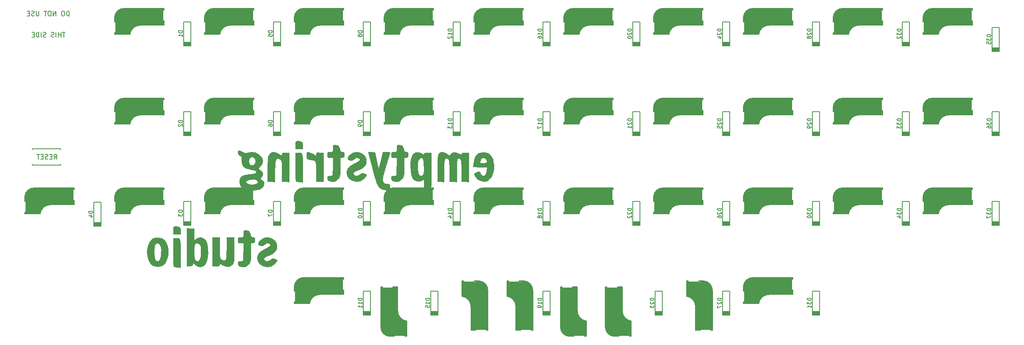
<source format=gbr>
G04 #@! TF.GenerationSoftware,KiCad,Pcbnew,(5.1.0-0)*
G04 #@! TF.CreationDate,2019-06-07T13:19:58+08:00*
G04 #@! TF.ProjectId,nqgTHD,6e716754-4844-42e6-9b69-6361645f7063,rev?*
G04 #@! TF.SameCoordinates,Original*
G04 #@! TF.FileFunction,Legend,Bot*
G04 #@! TF.FilePolarity,Positive*
%FSLAX46Y46*%
G04 Gerber Fmt 4.6, Leading zero omitted, Abs format (unit mm)*
G04 Created by KiCad (PCBNEW (5.1.0-0)) date 2019-06-07 13:19:58*
%MOMM*%
%LPD*%
G04 APERTURE LIST*
%ADD10C,0.300000*%
%ADD11C,0.800000*%
%ADD12C,3.000000*%
%ADD13C,0.500000*%
%ADD14C,1.000000*%
%ADD15C,3.500000*%
%ADD16C,0.150000*%
%ADD17C,0.400000*%
%ADD18C,0.010000*%
G04 APERTURE END LIST*
D10*
X165650720Y-148600639D02*
X165650720Y-147700640D01*
D11*
X166150720Y-150800640D02*
X166150720Y-149000641D01*
D12*
X167280720Y-147300640D02*
X167280720Y-149540640D01*
D13*
X175750720Y-149100640D02*
X174350720Y-149100640D01*
D14*
X175350720Y-146400640D02*
X175350720Y-148900640D01*
D15*
X174050720Y-147600640D02*
X167350720Y-147600640D01*
D16*
X176050720Y-149400640D02*
X176050720Y-148400640D01*
X176050720Y-148400640D02*
X175850720Y-148400640D01*
X175830720Y-148400640D02*
X175830720Y-146150640D01*
X175850720Y-146150640D02*
X176050720Y-146150640D01*
X165550720Y-148700640D02*
X165750720Y-148700640D01*
X165780720Y-148700640D02*
X165780720Y-150940640D01*
X165750720Y-150940640D02*
X165550720Y-150940640D01*
X165550720Y-151300640D02*
X165550720Y-150940640D01*
X165550720Y-147700640D02*
X165550720Y-148700640D01*
X165550720Y-151300640D02*
X168830720Y-151300640D01*
X171050720Y-149400640D02*
X176050720Y-149400640D01*
X176050720Y-145800640D02*
X167650719Y-145800640D01*
X168834402Y-151279169D02*
G75*
G02X171050720Y-149400640I2151318J-291471D01*
G01*
X165550720Y-147700641D02*
G75*
G02X167650719Y-145800640I2000000J-99999D01*
G01*
X176050720Y-146150640D02*
X176050720Y-145800640D01*
D14*
X168434402Y-150879169D02*
G75*
G02X170650720Y-149000640I2151318J-291471D01*
G01*
D13*
X165750720Y-151100640D02*
X168450720Y-151100640D01*
D17*
X175850720Y-146000640D02*
X174450720Y-146000640D01*
X175850720Y-148500640D02*
X175850720Y-149200640D01*
D10*
X146600640Y-167650719D02*
X146600640Y-166750720D01*
D11*
X147100640Y-169850720D02*
X147100640Y-168050721D01*
D12*
X148230640Y-166350720D02*
X148230640Y-168590720D01*
D13*
X156700640Y-168150720D02*
X155300640Y-168150720D01*
D14*
X156300640Y-165450720D02*
X156300640Y-167950720D01*
D15*
X155000640Y-166650720D02*
X148300640Y-166650720D01*
D16*
X157000640Y-168450720D02*
X157000640Y-167450720D01*
X157000640Y-167450720D02*
X156800640Y-167450720D01*
X156780640Y-167450720D02*
X156780640Y-165200720D01*
X156800640Y-165200720D02*
X157000640Y-165200720D01*
X146500640Y-167750720D02*
X146700640Y-167750720D01*
X146730640Y-167750720D02*
X146730640Y-169990720D01*
X146700640Y-169990720D02*
X146500640Y-169990720D01*
X146500640Y-170350720D02*
X146500640Y-169990720D01*
X146500640Y-166750720D02*
X146500640Y-167750720D01*
X146500640Y-170350720D02*
X149780640Y-170350720D01*
X152000640Y-168450720D02*
X157000640Y-168450720D01*
X157000640Y-164850720D02*
X148600639Y-164850720D01*
X149784322Y-170329249D02*
G75*
G02X152000640Y-168450720I2151318J-291471D01*
G01*
X146500640Y-166750721D02*
G75*
G02X148600639Y-164850720I2000000J-99999D01*
G01*
X157000640Y-165200720D02*
X157000640Y-164850720D01*
D14*
X149384322Y-169929249D02*
G75*
G02X151600640Y-168050720I2151318J-291471D01*
G01*
D13*
X146700640Y-170150720D02*
X149400640Y-170150720D01*
D17*
X156800640Y-165050720D02*
X155400640Y-165050720D01*
X156800640Y-167550720D02*
X156800640Y-168250720D01*
X194900000Y-129450000D02*
X194900000Y-130150000D01*
X194900000Y-126950000D02*
X193500000Y-126950000D01*
D13*
X184800000Y-132050000D02*
X187500000Y-132050000D01*
D14*
X187483682Y-131828529D02*
G75*
G02X189700000Y-129950000I2151318J-291471D01*
G01*
D16*
X195100000Y-127100000D02*
X195100000Y-126750000D01*
X184600000Y-128650001D02*
G75*
G02X186699999Y-126750000I2000000J-99999D01*
G01*
X187883682Y-132228529D02*
G75*
G02X190100000Y-130350000I2151318J-291471D01*
G01*
X195100000Y-126750000D02*
X186699999Y-126750000D01*
X190100000Y-130350000D02*
X195100000Y-130350000D01*
X184600000Y-132250000D02*
X187880000Y-132250000D01*
X184600000Y-128650000D02*
X184600000Y-129650000D01*
X184600000Y-132250000D02*
X184600000Y-131890000D01*
X184800000Y-131890000D02*
X184600000Y-131890000D01*
X184830000Y-129650000D02*
X184830000Y-131890000D01*
X184600000Y-129650000D02*
X184800000Y-129650000D01*
X194900000Y-127100000D02*
X195100000Y-127100000D01*
X194880000Y-129350000D02*
X194880000Y-127100000D01*
X195100000Y-129350000D02*
X194900000Y-129350000D01*
X195100000Y-130350000D02*
X195100000Y-129350000D01*
D15*
X193100000Y-128550000D02*
X186400000Y-128550000D01*
D14*
X194400000Y-127350000D02*
X194400000Y-129850000D01*
D13*
X194800000Y-130050000D02*
X193400000Y-130050000D01*
D12*
X186330000Y-128250000D02*
X186330000Y-130490000D01*
D11*
X185200000Y-131750000D02*
X185200000Y-129950001D01*
D10*
X184700000Y-129549999D02*
X184700000Y-128650000D01*
D16*
X180213760Y-148670010D02*
X180213760Y-153750010D01*
X180213760Y-153750010D02*
X181737760Y-153750010D01*
X181737760Y-153750010D02*
X181737760Y-148670010D01*
X181737760Y-148670010D02*
X180213760Y-148670010D01*
X180213760Y-153369010D02*
X181737760Y-153369010D01*
X181737760Y-153496010D02*
X180213760Y-153496010D01*
X180213760Y-153623010D02*
X181737760Y-153623010D01*
X181737760Y-153242010D02*
X180213760Y-153242010D01*
X180213760Y-153115010D02*
X181737760Y-153115010D01*
X180213760Y-152988010D02*
X181737760Y-152988010D01*
X154100000Y-159775000D02*
X154100000Y-160025000D01*
X154100000Y-160025000D02*
X148100000Y-160025000D01*
X148100000Y-160025000D02*
X148100000Y-159775000D01*
X148100000Y-156775000D02*
X148100000Y-156525000D01*
X148100000Y-156525000D02*
X154100000Y-156525000D01*
X154100000Y-156525000D02*
X154100000Y-156775000D01*
D18*
G36*
X204051995Y-154922330D02*
G01*
X203929526Y-155156675D01*
X203904708Y-155640808D01*
X203904617Y-155713313D01*
X203904617Y-156559980D01*
X205428617Y-156559980D01*
X205428617Y-155819147D01*
X205408647Y-155352719D01*
X205303952Y-155117022D01*
X205047356Y-155004572D01*
X204899450Y-154972480D01*
X204349507Y-154880142D01*
X204051995Y-154922330D01*
X204051995Y-154922330D01*
G37*
X204051995Y-154922330D02*
X203929526Y-155156675D01*
X203904708Y-155640808D01*
X203904617Y-155713313D01*
X203904617Y-156559980D01*
X205428617Y-156559980D01*
X205428617Y-155819147D01*
X205408647Y-155352719D01*
X205303952Y-155117022D01*
X205047356Y-155004572D01*
X204899450Y-154972480D01*
X204349507Y-154880142D01*
X204051995Y-154922330D01*
G36*
X206324657Y-157328717D02*
G01*
X206278501Y-157612576D01*
X206275284Y-157956504D01*
X206289415Y-158426779D01*
X206388194Y-158664119D01*
X206656202Y-158774255D01*
X206973825Y-158829730D01*
X207502639Y-158921701D01*
X207869106Y-159037490D01*
X208102992Y-159234292D01*
X208234065Y-159569305D01*
X208292092Y-160099724D01*
X208306838Y-160882746D01*
X208307284Y-161391938D01*
X208307284Y-163502647D01*
X209831284Y-163502647D01*
X209831284Y-157440748D01*
X209069284Y-157380144D01*
X208600332Y-157358700D01*
X208377379Y-157419511D01*
X208310490Y-157601897D01*
X208307284Y-157713290D01*
X208307284Y-158107041D01*
X207813535Y-157755461D01*
X207310724Y-157476165D01*
X206797535Y-157299430D01*
X206476597Y-157250846D01*
X206324657Y-157328717D01*
X206324657Y-157328717D01*
G37*
X206324657Y-157328717D02*
X206278501Y-157612576D01*
X206275284Y-157956504D01*
X206289415Y-158426779D01*
X206388194Y-158664119D01*
X206656202Y-158774255D01*
X206973825Y-158829730D01*
X207502639Y-158921701D01*
X207869106Y-159037490D01*
X208102992Y-159234292D01*
X208234065Y-159569305D01*
X208292092Y-160099724D01*
X208306838Y-160882746D01*
X208307284Y-161391938D01*
X208307284Y-163502647D01*
X209831284Y-163502647D01*
X209831284Y-157440748D01*
X209069284Y-157380144D01*
X208600332Y-157358700D01*
X208377379Y-157419511D01*
X208310490Y-157601897D01*
X208307284Y-157713290D01*
X208307284Y-158107041D01*
X207813535Y-157755461D01*
X207310724Y-157476165D01*
X206797535Y-157299430D01*
X206476597Y-157250846D01*
X206324657Y-157328717D01*
G36*
X211950704Y-155800205D02*
G01*
X211871261Y-156077283D01*
X211863284Y-156475313D01*
X211850632Y-156943519D01*
X211764885Y-157165230D01*
X211534356Y-157232613D01*
X211270617Y-157237313D01*
X210873393Y-157263526D01*
X210710489Y-157411419D01*
X210678024Y-157784869D01*
X210677950Y-157829980D01*
X210703730Y-158225951D01*
X210850035Y-158389306D01*
X211220316Y-158422534D01*
X211276163Y-158422647D01*
X211874376Y-158422647D01*
X211826496Y-160327647D01*
X211778617Y-162232647D01*
X211218410Y-162286445D01*
X210838845Y-162354160D01*
X210702678Y-162529009D01*
X210710410Y-162879112D01*
X210765266Y-163205673D01*
X210910397Y-163372287D01*
X211241151Y-163444426D01*
X211570551Y-163469738D01*
X212109468Y-163472454D01*
X212476504Y-163356678D01*
X212832532Y-163066923D01*
X212882884Y-163017097D01*
X213094846Y-162795606D01*
X213237140Y-162587201D01*
X213323649Y-162321719D01*
X213368255Y-161928993D01*
X213384839Y-161338860D01*
X213387284Y-160481156D01*
X213387284Y-158422647D01*
X213810617Y-158422647D01*
X214096900Y-158378366D01*
X214214099Y-158179104D01*
X214233950Y-157829980D01*
X214202219Y-157429084D01*
X214059862Y-157264983D01*
X213812618Y-157237313D01*
X213527227Y-157186032D01*
X213372200Y-156970100D01*
X213285758Y-156577374D01*
X213175730Y-156131071D01*
X212975387Y-155910019D01*
X212669923Y-155815374D01*
X212188087Y-155736496D01*
X211950704Y-155800205D01*
X211950704Y-155800205D01*
G37*
X211950704Y-155800205D02*
X211871261Y-156077283D01*
X211863284Y-156475313D01*
X211850632Y-156943519D01*
X211764885Y-157165230D01*
X211534356Y-157232613D01*
X211270617Y-157237313D01*
X210873393Y-157263526D01*
X210710489Y-157411419D01*
X210678024Y-157784869D01*
X210677950Y-157829980D01*
X210703730Y-158225951D01*
X210850035Y-158389306D01*
X211220316Y-158422534D01*
X211276163Y-158422647D01*
X211874376Y-158422647D01*
X211826496Y-160327647D01*
X211778617Y-162232647D01*
X211218410Y-162286445D01*
X210838845Y-162354160D01*
X210702678Y-162529009D01*
X210710410Y-162879112D01*
X210765266Y-163205673D01*
X210910397Y-163372287D01*
X211241151Y-163444426D01*
X211570551Y-163469738D01*
X212109468Y-163472454D01*
X212476504Y-163356678D01*
X212832532Y-163066923D01*
X212882884Y-163017097D01*
X213094846Y-162795606D01*
X213237140Y-162587201D01*
X213323649Y-162321719D01*
X213368255Y-161928993D01*
X213384839Y-161338860D01*
X213387284Y-160481156D01*
X213387284Y-158422647D01*
X213810617Y-158422647D01*
X214096900Y-158378366D01*
X214214099Y-158179104D01*
X214233950Y-157829980D01*
X214202219Y-157429084D01*
X214059862Y-157264983D01*
X213812618Y-157237313D01*
X213527227Y-157186032D01*
X213372200Y-156970100D01*
X213285758Y-156577374D01*
X213175730Y-156131071D01*
X212975387Y-155910019D01*
X212669923Y-155815374D01*
X212188087Y-155736496D01*
X211950704Y-155800205D01*
G36*
X216054919Y-157438683D02*
G01*
X215811091Y-157567552D01*
X215368797Y-157913277D01*
X215067983Y-158291920D01*
X214962745Y-158621155D01*
X215022597Y-158767510D01*
X215464410Y-159001731D01*
X215961693Y-158994825D01*
X216341937Y-158770905D01*
X216771366Y-158468394D01*
X217195925Y-158475043D01*
X217417417Y-158625847D01*
X217578320Y-158838659D01*
X217552680Y-159024069D01*
X217301260Y-159225819D01*
X216784824Y-159487652D01*
X216547553Y-159595595D01*
X215658726Y-160079273D01*
X215081918Y-160604634D01*
X214790692Y-161201396D01*
X214741950Y-161625138D01*
X214889761Y-162374332D01*
X215326205Y-162949303D01*
X215859309Y-163266534D01*
X216751732Y-163484090D01*
X217597344Y-163388850D01*
X218075477Y-163172408D01*
X218514344Y-162827193D01*
X218845189Y-162429209D01*
X218975284Y-162091010D01*
X218833942Y-161987330D01*
X218490702Y-161842984D01*
X218460752Y-161832410D01*
X218054195Y-161740105D01*
X217765020Y-161849468D01*
X217614085Y-161985178D01*
X217164061Y-162257242D01*
X216677056Y-162290740D01*
X216280161Y-162079142D01*
X216258897Y-162054815D01*
X216152135Y-161811387D01*
X216281753Y-161576571D01*
X216679685Y-161318886D01*
X217281950Y-161046227D01*
X218094845Y-160630523D01*
X218613906Y-160162051D01*
X218883829Y-159597751D01*
X218910404Y-159477393D01*
X218900629Y-158741828D01*
X218621465Y-158113470D01*
X218135112Y-157630648D01*
X217503771Y-157331691D01*
X216789640Y-157254926D01*
X216054919Y-157438683D01*
X216054919Y-157438683D01*
G37*
X216054919Y-157438683D02*
X215811091Y-157567552D01*
X215368797Y-157913277D01*
X215067983Y-158291920D01*
X214962745Y-158621155D01*
X215022597Y-158767510D01*
X215464410Y-159001731D01*
X215961693Y-158994825D01*
X216341937Y-158770905D01*
X216771366Y-158468394D01*
X217195925Y-158475043D01*
X217417417Y-158625847D01*
X217578320Y-158838659D01*
X217552680Y-159024069D01*
X217301260Y-159225819D01*
X216784824Y-159487652D01*
X216547553Y-159595595D01*
X215658726Y-160079273D01*
X215081918Y-160604634D01*
X214790692Y-161201396D01*
X214741950Y-161625138D01*
X214889761Y-162374332D01*
X215326205Y-162949303D01*
X215859309Y-163266534D01*
X216751732Y-163484090D01*
X217597344Y-163388850D01*
X218075477Y-163172408D01*
X218514344Y-162827193D01*
X218845189Y-162429209D01*
X218975284Y-162091010D01*
X218833942Y-161987330D01*
X218490702Y-161842984D01*
X218460752Y-161832410D01*
X218054195Y-161740105D01*
X217765020Y-161849468D01*
X217614085Y-161985178D01*
X217164061Y-162257242D01*
X216677056Y-162290740D01*
X216280161Y-162079142D01*
X216258897Y-162054815D01*
X216152135Y-161811387D01*
X216281753Y-161576571D01*
X216679685Y-161318886D01*
X217281950Y-161046227D01*
X218094845Y-160630523D01*
X218613906Y-160162051D01*
X218883829Y-159597751D01*
X218910404Y-159477393D01*
X218900629Y-158741828D01*
X218621465Y-158113470D01*
X218135112Y-157630648D01*
X217503771Y-157331691D01*
X216789640Y-157254926D01*
X216054919Y-157438683D01*
G36*
X225497370Y-155800205D02*
G01*
X225417928Y-156077283D01*
X225409950Y-156475313D01*
X225397298Y-156943519D01*
X225311551Y-157165230D01*
X225081023Y-157232613D01*
X224817284Y-157237313D01*
X224420060Y-157263526D01*
X224257155Y-157411419D01*
X224224691Y-157784869D01*
X224224617Y-157829980D01*
X224250397Y-158225951D01*
X224396702Y-158389306D01*
X224766983Y-158422534D01*
X224822830Y-158422647D01*
X225421042Y-158422647D01*
X225325284Y-162232647D01*
X224765077Y-162286445D01*
X224385511Y-162354160D01*
X224249345Y-162529009D01*
X224257077Y-162879112D01*
X224311933Y-163205673D01*
X224457064Y-163372287D01*
X224787818Y-163444426D01*
X225117218Y-163469738D01*
X225656135Y-163472454D01*
X226023171Y-163356678D01*
X226379199Y-163066923D01*
X226429551Y-163017097D01*
X226641513Y-162795606D01*
X226783807Y-162587201D01*
X226870316Y-162321719D01*
X226914922Y-161928993D01*
X226931506Y-161338860D01*
X226933950Y-160481156D01*
X226933950Y-158422647D01*
X227357284Y-158422647D01*
X227643567Y-158378366D01*
X227760766Y-158179104D01*
X227780617Y-157829980D01*
X227748886Y-157429084D01*
X227606528Y-157264983D01*
X227359285Y-157237313D01*
X227073894Y-157186032D01*
X226918867Y-156970100D01*
X226832424Y-156577374D01*
X226722397Y-156131071D01*
X226522053Y-155910019D01*
X226216590Y-155815374D01*
X225734754Y-155736496D01*
X225497370Y-155800205D01*
X225497370Y-155800205D01*
G37*
X225497370Y-155800205D02*
X225417928Y-156077283D01*
X225409950Y-156475313D01*
X225397298Y-156943519D01*
X225311551Y-157165230D01*
X225081023Y-157232613D01*
X224817284Y-157237313D01*
X224420060Y-157263526D01*
X224257155Y-157411419D01*
X224224691Y-157784869D01*
X224224617Y-157829980D01*
X224250397Y-158225951D01*
X224396702Y-158389306D01*
X224766983Y-158422534D01*
X224822830Y-158422647D01*
X225421042Y-158422647D01*
X225325284Y-162232647D01*
X224765077Y-162286445D01*
X224385511Y-162354160D01*
X224249345Y-162529009D01*
X224257077Y-162879112D01*
X224311933Y-163205673D01*
X224457064Y-163372287D01*
X224787818Y-163444426D01*
X225117218Y-163469738D01*
X225656135Y-163472454D01*
X226023171Y-163356678D01*
X226379199Y-163066923D01*
X226429551Y-163017097D01*
X226641513Y-162795606D01*
X226783807Y-162587201D01*
X226870316Y-162321719D01*
X226914922Y-161928993D01*
X226931506Y-161338860D01*
X226933950Y-160481156D01*
X226933950Y-158422647D01*
X227357284Y-158422647D01*
X227643567Y-158378366D01*
X227760766Y-158179104D01*
X227780617Y-157829980D01*
X227748886Y-157429084D01*
X227606528Y-157264983D01*
X227359285Y-157237313D01*
X227073894Y-157186032D01*
X226918867Y-156970100D01*
X226832424Y-156577374D01*
X226722397Y-156131071D01*
X226522053Y-155910019D01*
X226216590Y-155815374D01*
X225734754Y-155736496D01*
X225497370Y-155800205D01*
G36*
X243560407Y-157293087D02*
G01*
X242785939Y-157510417D01*
X242211013Y-157989517D01*
X241829179Y-158738700D01*
X241633988Y-159766279D01*
X241633016Y-159777313D01*
X241581284Y-160369980D01*
X243083491Y-160419205D01*
X244585697Y-160468431D01*
X244473064Y-161172804D01*
X244360110Y-161669165D01*
X244217651Y-162037106D01*
X244177789Y-162097245D01*
X243827732Y-162313529D01*
X243459557Y-162237953D01*
X243173214Y-161896079D01*
X243147333Y-161833728D01*
X242997271Y-161517031D01*
X242798621Y-161429902D01*
X242419401Y-161517546D01*
X242400042Y-161523473D01*
X242002128Y-161676972D01*
X241862258Y-161871475D01*
X241950084Y-162202462D01*
X242092150Y-162492189D01*
X242548362Y-163033496D01*
X243199147Y-163380182D01*
X243938547Y-163493758D01*
X244544617Y-163383059D01*
X245084721Y-163019569D01*
X245534277Y-162402012D01*
X245859221Y-161610244D01*
X246025490Y-160724120D01*
X246014423Y-159937423D01*
X245859337Y-159223446D01*
X244517929Y-159223446D01*
X244482623Y-159475567D01*
X244153517Y-159590380D01*
X243782617Y-159607980D01*
X243328149Y-159576532D01*
X243055560Y-159496966D01*
X243020617Y-159449670D01*
X243076307Y-159184900D01*
X243185759Y-158857003D01*
X243450508Y-158505726D01*
X243811919Y-158445018D01*
X244185415Y-158679358D01*
X244281015Y-158798991D01*
X244517929Y-159223446D01*
X245859337Y-159223446D01*
X245779946Y-158857954D01*
X245369610Y-158050774D01*
X244792268Y-157525424D01*
X244056775Y-157291446D01*
X243560407Y-157293087D01*
X243560407Y-157293087D01*
G37*
X243560407Y-157293087D02*
X242785939Y-157510417D01*
X242211013Y-157989517D01*
X241829179Y-158738700D01*
X241633988Y-159766279D01*
X241633016Y-159777313D01*
X241581284Y-160369980D01*
X243083491Y-160419205D01*
X244585697Y-160468431D01*
X244473064Y-161172804D01*
X244360110Y-161669165D01*
X244217651Y-162037106D01*
X244177789Y-162097245D01*
X243827732Y-162313529D01*
X243459557Y-162237953D01*
X243173214Y-161896079D01*
X243147333Y-161833728D01*
X242997271Y-161517031D01*
X242798621Y-161429902D01*
X242419401Y-161517546D01*
X242400042Y-161523473D01*
X242002128Y-161676972D01*
X241862258Y-161871475D01*
X241950084Y-162202462D01*
X242092150Y-162492189D01*
X242548362Y-163033496D01*
X243199147Y-163380182D01*
X243938547Y-163493758D01*
X244544617Y-163383059D01*
X245084721Y-163019569D01*
X245534277Y-162402012D01*
X245859221Y-161610244D01*
X246025490Y-160724120D01*
X246014423Y-159937423D01*
X245859337Y-159223446D01*
X244517929Y-159223446D01*
X244482623Y-159475567D01*
X244153517Y-159590380D01*
X243782617Y-159607980D01*
X243328149Y-159576532D01*
X243055560Y-159496966D01*
X243020617Y-159449670D01*
X243076307Y-159184900D01*
X243185759Y-158857003D01*
X243450508Y-158505726D01*
X243811919Y-158445018D01*
X244185415Y-158679358D01*
X244281015Y-158798991D01*
X244517929Y-159223446D01*
X245859337Y-159223446D01*
X245779946Y-158857954D01*
X245369610Y-158050774D01*
X244792268Y-157525424D01*
X244056775Y-157291446D01*
X243560407Y-157293087D01*
G36*
X198554985Y-157497642D02*
G01*
X198197006Y-158020713D01*
X198165095Y-158105674D01*
X198096798Y-158468903D01*
X198039666Y-159091546D01*
X197998721Y-159894402D01*
X197978990Y-160798273D01*
X197977950Y-161055531D01*
X197977950Y-163468545D01*
X198735554Y-163528800D01*
X199493158Y-163589054D01*
X199539887Y-161235696D01*
X199564591Y-160274298D01*
X199598883Y-159597449D01*
X199649856Y-159151043D01*
X199724602Y-158880972D01*
X199830215Y-158733128D01*
X199871927Y-158702645D01*
X200214947Y-158618585D01*
X200591593Y-158755413D01*
X200767366Y-158859118D01*
X200887879Y-158988376D01*
X200963561Y-159202557D01*
X201004840Y-159561028D01*
X201022146Y-160123159D01*
X201025905Y-160948319D01*
X201025950Y-161228210D01*
X201025950Y-163468545D01*
X201787950Y-163529149D01*
X202549950Y-163589754D01*
X202549950Y-157406647D01*
X201787950Y-157406647D01*
X201311080Y-157429197D01*
X201085679Y-157521838D01*
X201026122Y-157722049D01*
X201025950Y-157740210D01*
X201005487Y-157932244D01*
X200894022Y-157953700D01*
X200616439Y-157794259D01*
X200409654Y-157655543D01*
X199699743Y-157307350D01*
X199068709Y-157257285D01*
X198554985Y-157497642D01*
X198554985Y-157497642D01*
G37*
X198554985Y-157497642D02*
X198197006Y-158020713D01*
X198165095Y-158105674D01*
X198096798Y-158468903D01*
X198039666Y-159091546D01*
X197998721Y-159894402D01*
X197978990Y-160798273D01*
X197977950Y-161055531D01*
X197977950Y-163468545D01*
X198735554Y-163528800D01*
X199493158Y-163589054D01*
X199539887Y-161235696D01*
X199564591Y-160274298D01*
X199598883Y-159597449D01*
X199649856Y-159151043D01*
X199724602Y-158880972D01*
X199830215Y-158733128D01*
X199871927Y-158702645D01*
X200214947Y-158618585D01*
X200591593Y-158755413D01*
X200767366Y-158859118D01*
X200887879Y-158988376D01*
X200963561Y-159202557D01*
X201004840Y-159561028D01*
X201022146Y-160123159D01*
X201025905Y-160948319D01*
X201025950Y-161228210D01*
X201025950Y-163468545D01*
X201787950Y-163529149D01*
X202549950Y-163589754D01*
X202549950Y-157406647D01*
X201787950Y-157406647D01*
X201311080Y-157429197D01*
X201085679Y-157521838D01*
X201026122Y-157722049D01*
X201025950Y-157740210D01*
X201005487Y-157932244D01*
X200894022Y-157953700D01*
X200616439Y-157794259D01*
X200409654Y-157655543D01*
X199699743Y-157307350D01*
X199068709Y-157257285D01*
X198554985Y-157497642D01*
G36*
X203904617Y-160454647D02*
G01*
X203905582Y-161537341D01*
X203912317Y-162327491D01*
X203930584Y-162871217D01*
X203966142Y-163214641D01*
X204024754Y-163403886D01*
X204112179Y-163485072D01*
X204234178Y-163504322D01*
X204285617Y-163504959D01*
X204776020Y-163553028D01*
X205047617Y-163609375D01*
X205428617Y-163711479D01*
X205428617Y-160661846D01*
X205427514Y-159537461D01*
X205414809Y-158707176D01*
X205376403Y-158126434D01*
X205298201Y-157750679D01*
X205166106Y-157535351D01*
X204966021Y-157435895D01*
X204683851Y-157407754D01*
X204398768Y-157406647D01*
X203904617Y-157406647D01*
X203904617Y-160454647D01*
X203904617Y-160454647D01*
G37*
X203904617Y-160454647D02*
X203905582Y-161537341D01*
X203912317Y-162327491D01*
X203930584Y-162871217D01*
X203966142Y-163214641D01*
X204024754Y-163403886D01*
X204112179Y-163485072D01*
X204234178Y-163504322D01*
X204285617Y-163504959D01*
X204776020Y-163553028D01*
X205047617Y-163609375D01*
X205428617Y-163711479D01*
X205428617Y-160661846D01*
X205427514Y-159537461D01*
X205414809Y-158707176D01*
X205376403Y-158126434D01*
X205298201Y-157750679D01*
X205166106Y-157535351D01*
X204966021Y-157435895D01*
X204683851Y-157407754D01*
X204398768Y-157406647D01*
X203904617Y-157406647D01*
X203904617Y-160454647D01*
G36*
X234469338Y-157438745D02*
G01*
X234309552Y-157613658D01*
X234206221Y-157825317D01*
X234132611Y-158152988D01*
X234084365Y-158648163D01*
X234057125Y-159362331D01*
X234046535Y-160346984D01*
X234045950Y-160728538D01*
X234045950Y-163467074D01*
X234723284Y-163531669D01*
X235400617Y-163596263D01*
X235400617Y-161361971D01*
X235406844Y-160325888D01*
X235431046Y-159581729D01*
X235481505Y-159082887D01*
X235566504Y-158782760D01*
X235694324Y-158634740D01*
X235873247Y-158592224D01*
X235892867Y-158591980D01*
X236157921Y-158630280D01*
X236346614Y-158776692D01*
X236471348Y-159078480D01*
X236544526Y-159582912D01*
X236578550Y-160337252D01*
X236585950Y-161233462D01*
X236585950Y-163468545D01*
X237347950Y-163529149D01*
X238109950Y-163589754D01*
X238109950Y-161090867D01*
X238113003Y-160120623D01*
X238126243Y-159438823D01*
X238155792Y-158995268D01*
X238207774Y-158739762D01*
X238288312Y-158622104D01*
X238403528Y-158592097D01*
X238414751Y-158591980D01*
X238686391Y-158628568D01*
X238879732Y-158770001D01*
X239007563Y-159063780D01*
X239082675Y-159557408D01*
X239117856Y-160298387D01*
X239125950Y-161233462D01*
X239125950Y-163468545D01*
X239887950Y-163529149D01*
X240649950Y-163589754D01*
X240649950Y-157406647D01*
X239887950Y-157406647D01*
X239393464Y-157437023D01*
X239164754Y-157544265D01*
X239125950Y-157674457D01*
X239084093Y-157821166D01*
X238909780Y-157791248D01*
X238555630Y-157589791D01*
X237892533Y-157304091D01*
X237329432Y-157306645D01*
X236906442Y-157589577D01*
X236714878Y-157951197D01*
X236558354Y-158008024D01*
X236210955Y-157795296D01*
X236094100Y-157700221D01*
X235497042Y-157337151D01*
X234934684Y-157248985D01*
X234469338Y-157438745D01*
X234469338Y-157438745D01*
G37*
X234469338Y-157438745D02*
X234309552Y-157613658D01*
X234206221Y-157825317D01*
X234132611Y-158152988D01*
X234084365Y-158648163D01*
X234057125Y-159362331D01*
X234046535Y-160346984D01*
X234045950Y-160728538D01*
X234045950Y-163467074D01*
X234723284Y-163531669D01*
X235400617Y-163596263D01*
X235400617Y-161361971D01*
X235406844Y-160325888D01*
X235431046Y-159581729D01*
X235481505Y-159082887D01*
X235566504Y-158782760D01*
X235694324Y-158634740D01*
X235873247Y-158592224D01*
X235892867Y-158591980D01*
X236157921Y-158630280D01*
X236346614Y-158776692D01*
X236471348Y-159078480D01*
X236544526Y-159582912D01*
X236578550Y-160337252D01*
X236585950Y-161233462D01*
X236585950Y-163468545D01*
X237347950Y-163529149D01*
X238109950Y-163589754D01*
X238109950Y-161090867D01*
X238113003Y-160120623D01*
X238126243Y-159438823D01*
X238155792Y-158995268D01*
X238207774Y-158739762D01*
X238288312Y-158622104D01*
X238403528Y-158592097D01*
X238414751Y-158591980D01*
X238686391Y-158628568D01*
X238879732Y-158770001D01*
X239007563Y-159063780D01*
X239082675Y-159557408D01*
X239117856Y-160298387D01*
X239125950Y-161233462D01*
X239125950Y-163468545D01*
X239887950Y-163529149D01*
X240649950Y-163589754D01*
X240649950Y-157406647D01*
X239887950Y-157406647D01*
X239393464Y-157437023D01*
X239164754Y-157544265D01*
X239125950Y-157674457D01*
X239084093Y-157821166D01*
X238909780Y-157791248D01*
X238555630Y-157589791D01*
X237892533Y-157304091D01*
X237329432Y-157306645D01*
X236906442Y-157589577D01*
X236714878Y-157951197D01*
X236558354Y-158008024D01*
X236210955Y-157795296D01*
X236094100Y-157700221D01*
X235497042Y-157337151D01*
X234934684Y-157248985D01*
X234469338Y-157438745D01*
G36*
X229025100Y-157485876D02*
G01*
X228694410Y-157900783D01*
X228462260Y-158559610D01*
X228327778Y-159382529D01*
X228290090Y-160289714D01*
X228348323Y-161201337D01*
X228501606Y-162037570D01*
X228749065Y-162718587D01*
X229087162Y-163162473D01*
X229702385Y-163457449D01*
X230349873Y-163444955D01*
X230790939Y-163239045D01*
X231000144Y-163105941D01*
X231112543Y-163121018D01*
X231158213Y-163343480D01*
X231167231Y-163832534D01*
X231167284Y-163979878D01*
X231175717Y-164540338D01*
X231229269Y-164851063D01*
X231370322Y-165000977D01*
X231641257Y-165079001D01*
X231696450Y-165090147D01*
X232011941Y-165156020D01*
X232252759Y-165185670D01*
X232428949Y-165140847D01*
X232550554Y-164983303D01*
X232627616Y-164674788D01*
X232670180Y-164177053D01*
X232688287Y-163451847D01*
X232691981Y-162460923D01*
X232691284Y-161301313D01*
X232691284Y-161169773D01*
X231135055Y-161169773D01*
X231083289Y-161781970D01*
X230983797Y-162080368D01*
X230626422Y-162304249D01*
X230255490Y-162235481D01*
X229982839Y-161896008D01*
X229977759Y-161882956D01*
X229892229Y-161489810D01*
X229832552Y-160894174D01*
X229812617Y-160293049D01*
X229839335Y-159581618D01*
X229933412Y-159106622D01*
X230115738Y-158769031D01*
X230140675Y-158737739D01*
X230418315Y-158472540D01*
X230662942Y-158466491D01*
X230775675Y-158525247D01*
X230926740Y-158672280D01*
X231026097Y-158937689D01*
X231087715Y-159390278D01*
X231125564Y-160098850D01*
X231131531Y-160277968D01*
X231135055Y-161169773D01*
X232691284Y-161169773D01*
X232691284Y-157406647D01*
X231929284Y-157406647D01*
X231434056Y-157437305D01*
X231205304Y-157545112D01*
X231167284Y-157672937D01*
X231123858Y-157819764D01*
X230948074Y-157756071D01*
X230721114Y-157588270D01*
X230107020Y-157287672D01*
X229467058Y-157286237D01*
X229025100Y-157485876D01*
X229025100Y-157485876D01*
G37*
X229025100Y-157485876D02*
X228694410Y-157900783D01*
X228462260Y-158559610D01*
X228327778Y-159382529D01*
X228290090Y-160289714D01*
X228348323Y-161201337D01*
X228501606Y-162037570D01*
X228749065Y-162718587D01*
X229087162Y-163162473D01*
X229702385Y-163457449D01*
X230349873Y-163444955D01*
X230790939Y-163239045D01*
X231000144Y-163105941D01*
X231112543Y-163121018D01*
X231158213Y-163343480D01*
X231167231Y-163832534D01*
X231167284Y-163979878D01*
X231175717Y-164540338D01*
X231229269Y-164851063D01*
X231370322Y-165000977D01*
X231641257Y-165079001D01*
X231696450Y-165090147D01*
X232011941Y-165156020D01*
X232252759Y-165185670D01*
X232428949Y-165140847D01*
X232550554Y-164983303D01*
X232627616Y-164674788D01*
X232670180Y-164177053D01*
X232688287Y-163451847D01*
X232691981Y-162460923D01*
X232691284Y-161301313D01*
X232691284Y-161169773D01*
X231135055Y-161169773D01*
X231083289Y-161781970D01*
X230983797Y-162080368D01*
X230626422Y-162304249D01*
X230255490Y-162235481D01*
X229982839Y-161896008D01*
X229977759Y-161882956D01*
X229892229Y-161489810D01*
X229832552Y-160894174D01*
X229812617Y-160293049D01*
X229839335Y-159581618D01*
X229933412Y-159106622D01*
X230115738Y-158769031D01*
X230140675Y-158737739D01*
X230418315Y-158472540D01*
X230662942Y-158466491D01*
X230775675Y-158525247D01*
X230926740Y-158672280D01*
X231026097Y-158937689D01*
X231087715Y-159390278D01*
X231125564Y-160098850D01*
X231131531Y-160277968D01*
X231135055Y-161169773D01*
X232691284Y-161169773D01*
X232691284Y-157406647D01*
X231929284Y-157406647D01*
X231434056Y-157437305D01*
X231205304Y-157545112D01*
X231167284Y-157672937D01*
X231123858Y-157819764D01*
X230948074Y-157756071D01*
X230721114Y-157588270D01*
X230107020Y-157287672D01*
X229467058Y-157286237D01*
X229025100Y-157485876D01*
G36*
X191731338Y-157138235D02*
G01*
X191712617Y-157388289D01*
X191788269Y-157779138D01*
X192064992Y-157965222D01*
X192115686Y-157979096D01*
X192347717Y-158070066D01*
X192464651Y-158253452D01*
X192500644Y-158621581D01*
X192496686Y-159009007D01*
X192575560Y-159815584D01*
X192874549Y-160383903D01*
X193420544Y-160742196D01*
X194240433Y-160918693D01*
X194322711Y-160926142D01*
X194996232Y-161037891D01*
X195427332Y-161228877D01*
X195578370Y-161477300D01*
X195531255Y-161626004D01*
X195425804Y-161722042D01*
X195202466Y-161804945D01*
X194802548Y-161887618D01*
X194167356Y-161982966D01*
X193520745Y-162068071D01*
X192774448Y-162251715D01*
X192307122Y-162597172D01*
X192083385Y-163140258D01*
X192051284Y-163555383D01*
X192174029Y-164278931D01*
X192556445Y-164799572D01*
X193219797Y-165143769D01*
X193362515Y-165186772D01*
X194169516Y-165318578D01*
X195102604Y-165336077D01*
X195973678Y-165239966D01*
X196241403Y-165176095D01*
X196779308Y-164895906D01*
X197121822Y-164473632D01*
X197250361Y-163991419D01*
X197177029Y-163667119D01*
X195930173Y-163667119D01*
X195739145Y-163907583D01*
X195701919Y-163935898D01*
X195251446Y-164114002D01*
X194648221Y-164172159D01*
X194054261Y-164109211D01*
X193664802Y-163950467D01*
X193432335Y-163659168D01*
X193513307Y-163389311D01*
X193882728Y-163174941D01*
X194307538Y-163074923D01*
X195008324Y-163006546D01*
X195466739Y-163066057D01*
X195759922Y-163269060D01*
X195843134Y-163385564D01*
X195930173Y-163667119D01*
X197177029Y-163667119D01*
X197146343Y-163531416D01*
X196791185Y-163175768D01*
X196703962Y-163131352D01*
X196417762Y-162981781D01*
X196421228Y-162859380D01*
X196623967Y-162704175D01*
X196916581Y-162320486D01*
X196944337Y-161833203D01*
X196715346Y-161339190D01*
X196490106Y-161105637D01*
X196018261Y-160714869D01*
X196411156Y-160373091D01*
X196770997Y-159863857D01*
X196893723Y-159347105D01*
X195411171Y-159347105D01*
X195260678Y-159785391D01*
X194945351Y-160048199D01*
X194524185Y-160072046D01*
X194261084Y-159955463D01*
X194089954Y-159682943D01*
X194015906Y-159220392D01*
X194015550Y-159184647D01*
X194124657Y-158670060D01*
X194396133Y-158352168D01*
X194746215Y-158255540D01*
X195091138Y-158404744D01*
X195337832Y-158796824D01*
X195411171Y-159347105D01*
X196893723Y-159347105D01*
X196922976Y-159223933D01*
X196845901Y-158593126D01*
X196720374Y-158333175D01*
X196134920Y-157729803D01*
X195368070Y-157357350D01*
X194508634Y-157242561D01*
X193652940Y-157409312D01*
X193264726Y-157487920D01*
X192874777Y-157369285D01*
X192648263Y-157239978D01*
X192150275Y-156971961D01*
X191859964Y-156935616D01*
X191731338Y-157138235D01*
X191731338Y-157138235D01*
G37*
X191731338Y-157138235D02*
X191712617Y-157388289D01*
X191788269Y-157779138D01*
X192064992Y-157965222D01*
X192115686Y-157979096D01*
X192347717Y-158070066D01*
X192464651Y-158253452D01*
X192500644Y-158621581D01*
X192496686Y-159009007D01*
X192575560Y-159815584D01*
X192874549Y-160383903D01*
X193420544Y-160742196D01*
X194240433Y-160918693D01*
X194322711Y-160926142D01*
X194996232Y-161037891D01*
X195427332Y-161228877D01*
X195578370Y-161477300D01*
X195531255Y-161626004D01*
X195425804Y-161722042D01*
X195202466Y-161804945D01*
X194802548Y-161887618D01*
X194167356Y-161982966D01*
X193520745Y-162068071D01*
X192774448Y-162251715D01*
X192307122Y-162597172D01*
X192083385Y-163140258D01*
X192051284Y-163555383D01*
X192174029Y-164278931D01*
X192556445Y-164799572D01*
X193219797Y-165143769D01*
X193362515Y-165186772D01*
X194169516Y-165318578D01*
X195102604Y-165336077D01*
X195973678Y-165239966D01*
X196241403Y-165176095D01*
X196779308Y-164895906D01*
X197121822Y-164473632D01*
X197250361Y-163991419D01*
X197177029Y-163667119D01*
X195930173Y-163667119D01*
X195739145Y-163907583D01*
X195701919Y-163935898D01*
X195251446Y-164114002D01*
X194648221Y-164172159D01*
X194054261Y-164109211D01*
X193664802Y-163950467D01*
X193432335Y-163659168D01*
X193513307Y-163389311D01*
X193882728Y-163174941D01*
X194307538Y-163074923D01*
X195008324Y-163006546D01*
X195466739Y-163066057D01*
X195759922Y-163269060D01*
X195843134Y-163385564D01*
X195930173Y-163667119D01*
X197177029Y-163667119D01*
X197146343Y-163531416D01*
X196791185Y-163175768D01*
X196703962Y-163131352D01*
X196417762Y-162981781D01*
X196421228Y-162859380D01*
X196623967Y-162704175D01*
X196916581Y-162320486D01*
X196944337Y-161833203D01*
X196715346Y-161339190D01*
X196490106Y-161105637D01*
X196018261Y-160714869D01*
X196411156Y-160373091D01*
X196770997Y-159863857D01*
X196893723Y-159347105D01*
X195411171Y-159347105D01*
X195260678Y-159785391D01*
X194945351Y-160048199D01*
X194524185Y-160072046D01*
X194261084Y-159955463D01*
X194089954Y-159682943D01*
X194015906Y-159220392D01*
X194015550Y-159184647D01*
X194124657Y-158670060D01*
X194396133Y-158352168D01*
X194746215Y-158255540D01*
X195091138Y-158404744D01*
X195337832Y-158796824D01*
X195411171Y-159347105D01*
X196893723Y-159347105D01*
X196922976Y-159223933D01*
X196845901Y-158593126D01*
X196720374Y-158333175D01*
X196134920Y-157729803D01*
X195368070Y-157357350D01*
X194508634Y-157242561D01*
X193652940Y-157409312D01*
X193264726Y-157487920D01*
X192874777Y-157369285D01*
X192648263Y-157239978D01*
X192150275Y-156971961D01*
X191859964Y-156935616D01*
X191731338Y-157138235D01*
G36*
X220173867Y-160403527D02*
G01*
X220444714Y-161431388D01*
X220705314Y-162379546D01*
X220937800Y-163186046D01*
X221124304Y-163788934D01*
X221246958Y-164126255D01*
X221248398Y-164129358D01*
X221711637Y-164764924D01*
X222405352Y-165165803D01*
X223126394Y-165323745D01*
X223885950Y-165409358D01*
X223885950Y-164710002D01*
X223868831Y-164267039D01*
X223766322Y-164066611D01*
X223501703Y-164012698D01*
X223327150Y-164010647D01*
X222891693Y-163970282D01*
X222591062Y-163826387D01*
X222423514Y-163544758D01*
X222387304Y-163091189D01*
X222480686Y-162431479D01*
X222701917Y-161531421D01*
X223049251Y-160356814D01*
X223127881Y-160104483D01*
X223400652Y-159236001D01*
X223640915Y-158474469D01*
X223828946Y-157882141D01*
X223945022Y-157521270D01*
X223969233Y-157448980D01*
X223903984Y-157311972D01*
X223559413Y-157246480D01*
X223229068Y-157237313D01*
X222413481Y-157237313D01*
X222022842Y-159017328D01*
X221856293Y-159728325D01*
X221705550Y-160285403D01*
X221588991Y-160625687D01*
X221531410Y-160698465D01*
X221455357Y-160500240D01*
X221332119Y-160046563D01*
X221181484Y-159413961D01*
X221082018Y-158960783D01*
X220733420Y-157321980D01*
X220043128Y-157270860D01*
X219352837Y-157219741D01*
X220173867Y-160403527D01*
X220173867Y-160403527D01*
G37*
X220173867Y-160403527D02*
X220444714Y-161431388D01*
X220705314Y-162379546D01*
X220937800Y-163186046D01*
X221124304Y-163788934D01*
X221246958Y-164126255D01*
X221248398Y-164129358D01*
X221711637Y-164764924D01*
X222405352Y-165165803D01*
X223126394Y-165323745D01*
X223885950Y-165409358D01*
X223885950Y-164710002D01*
X223868831Y-164267039D01*
X223766322Y-164066611D01*
X223501703Y-164012698D01*
X223327150Y-164010647D01*
X222891693Y-163970282D01*
X222591062Y-163826387D01*
X222423514Y-163544758D01*
X222387304Y-163091189D01*
X222480686Y-162431479D01*
X222701917Y-161531421D01*
X223049251Y-160356814D01*
X223127881Y-160104483D01*
X223400652Y-159236001D01*
X223640915Y-158474469D01*
X223828946Y-157882141D01*
X223945022Y-157521270D01*
X223969233Y-157448980D01*
X223903984Y-157311972D01*
X223559413Y-157246480D01*
X223229068Y-157237313D01*
X222413481Y-157237313D01*
X222022842Y-159017328D01*
X221856293Y-159728325D01*
X221705550Y-160285403D01*
X221588991Y-160625687D01*
X221531410Y-160698465D01*
X221455357Y-160500240D01*
X221332119Y-160046563D01*
X221181484Y-159413961D01*
X221082018Y-158960783D01*
X220733420Y-157321980D01*
X220043128Y-157270860D01*
X219352837Y-157219741D01*
X220173867Y-160403527D01*
G36*
X178143995Y-173040997D02*
G01*
X178021526Y-173275342D01*
X177996708Y-173759475D01*
X177996617Y-173831980D01*
X177996617Y-174678647D01*
X179520617Y-174678647D01*
X179520617Y-173937813D01*
X179500647Y-173471386D01*
X179395952Y-173235688D01*
X179139356Y-173123239D01*
X178991450Y-173091147D01*
X178441507Y-172998808D01*
X178143995Y-173040997D01*
X178143995Y-173040997D01*
G37*
X178143995Y-173040997D02*
X178021526Y-173275342D01*
X177996708Y-173759475D01*
X177996617Y-173831980D01*
X177996617Y-174678647D01*
X179520617Y-174678647D01*
X179520617Y-173937813D01*
X179500647Y-173471386D01*
X179395952Y-173235688D01*
X179139356Y-173123239D01*
X178991450Y-173091147D01*
X178441507Y-172998808D01*
X178143995Y-173040997D01*
G36*
X174131502Y-175463462D02*
G01*
X173547107Y-175682492D01*
X173418480Y-175779313D01*
X172896160Y-176453211D01*
X172565290Y-177316814D01*
X172426267Y-178283529D01*
X172479485Y-179266764D01*
X172725340Y-180179924D01*
X173164228Y-180936419D01*
X173393831Y-181175672D01*
X173959383Y-181476847D01*
X174665624Y-181575560D01*
X175377075Y-181465374D01*
X175763140Y-181288219D01*
X176295189Y-180768294D01*
X176668792Y-180027530D01*
X176879825Y-179146551D01*
X176924165Y-178205980D01*
X176907570Y-178085320D01*
X175419516Y-178085320D01*
X175414054Y-178779191D01*
X175352873Y-179439451D01*
X175239970Y-179952957D01*
X175137445Y-180158490D01*
X174763080Y-180412299D01*
X174386828Y-180363679D01*
X174108088Y-180027626D01*
X174097759Y-180001623D01*
X173993117Y-179510294D01*
X173942864Y-178821056D01*
X173946799Y-178070238D01*
X174004721Y-177394171D01*
X174102223Y-176963929D01*
X174359131Y-176632170D01*
X174710957Y-176578123D01*
X175068665Y-176795148D01*
X175247292Y-177049313D01*
X175365261Y-177470980D01*
X175419516Y-178085320D01*
X176907570Y-178085320D01*
X176797690Y-177286440D01*
X176496277Y-176468555D01*
X176040939Y-175856140D01*
X175510980Y-175554170D01*
X174830314Y-175421983D01*
X174131502Y-175463462D01*
X174131502Y-175463462D01*
G37*
X174131502Y-175463462D02*
X173547107Y-175682492D01*
X173418480Y-175779313D01*
X172896160Y-176453211D01*
X172565290Y-177316814D01*
X172426267Y-178283529D01*
X172479485Y-179266764D01*
X172725340Y-180179924D01*
X173164228Y-180936419D01*
X173393831Y-181175672D01*
X173959383Y-181476847D01*
X174665624Y-181575560D01*
X175377075Y-181465374D01*
X175763140Y-181288219D01*
X176295189Y-180768294D01*
X176668792Y-180027530D01*
X176879825Y-179146551D01*
X176924165Y-178205980D01*
X176907570Y-178085320D01*
X175419516Y-178085320D01*
X175414054Y-178779191D01*
X175352873Y-179439451D01*
X175239970Y-179952957D01*
X175137445Y-180158490D01*
X174763080Y-180412299D01*
X174386828Y-180363679D01*
X174108088Y-180027626D01*
X174097759Y-180001623D01*
X173993117Y-179510294D01*
X173942864Y-178821056D01*
X173946799Y-178070238D01*
X174004721Y-177394171D01*
X174102223Y-176963929D01*
X174359131Y-176632170D01*
X174710957Y-176578123D01*
X175068665Y-176795148D01*
X175247292Y-177049313D01*
X175365261Y-177470980D01*
X175419516Y-178085320D01*
X176907570Y-178085320D01*
X176797690Y-177286440D01*
X176496277Y-176468555D01*
X176040939Y-175856140D01*
X175510980Y-175554170D01*
X174830314Y-175421983D01*
X174131502Y-175463462D01*
G36*
X180875284Y-181451980D02*
G01*
X181456540Y-181451980D01*
X181900730Y-181391932D01*
X182119670Y-181179224D01*
X182148219Y-181104066D01*
X182236928Y-180887318D01*
X182358609Y-180890255D01*
X182602851Y-181127710D01*
X182659544Y-181188733D01*
X183196656Y-181545422D01*
X183812361Y-181598511D01*
X184394573Y-181357034D01*
X184841543Y-180919914D01*
X185136010Y-180313869D01*
X185296485Y-179484469D01*
X185341293Y-178573313D01*
X185322000Y-178065842D01*
X183877916Y-178065842D01*
X183870199Y-178757079D01*
X183809314Y-179420744D01*
X183699798Y-179944298D01*
X183589708Y-180175845D01*
X183223796Y-180409679D01*
X182834119Y-180366233D01*
X182574575Y-180108445D01*
X182469297Y-179735587D01*
X182409215Y-179162419D01*
X182392301Y-178486442D01*
X182416525Y-177805158D01*
X182479858Y-177216068D01*
X182580270Y-176816673D01*
X182645149Y-176717398D01*
X183048088Y-176564463D01*
X183447382Y-176716384D01*
X183715699Y-177050813D01*
X183827928Y-177459574D01*
X183877916Y-178065842D01*
X185322000Y-178065842D01*
X185297866Y-177431068D01*
X185141717Y-176579555D01*
X184862987Y-175986841D01*
X184451819Y-175620991D01*
X184425589Y-175607035D01*
X183809038Y-175383946D01*
X183285370Y-175441491D01*
X182845453Y-175706937D01*
X182399284Y-176057894D01*
X182399284Y-173527415D01*
X181637284Y-173466810D01*
X180875284Y-173406206D01*
X180875284Y-181451980D01*
X180875284Y-181451980D01*
G37*
X180875284Y-181451980D02*
X181456540Y-181451980D01*
X181900730Y-181391932D01*
X182119670Y-181179224D01*
X182148219Y-181104066D01*
X182236928Y-180887318D01*
X182358609Y-180890255D01*
X182602851Y-181127710D01*
X182659544Y-181188733D01*
X183196656Y-181545422D01*
X183812361Y-181598511D01*
X184394573Y-181357034D01*
X184841543Y-180919914D01*
X185136010Y-180313869D01*
X185296485Y-179484469D01*
X185341293Y-178573313D01*
X185322000Y-178065842D01*
X183877916Y-178065842D01*
X183870199Y-178757079D01*
X183809314Y-179420744D01*
X183699798Y-179944298D01*
X183589708Y-180175845D01*
X183223796Y-180409679D01*
X182834119Y-180366233D01*
X182574575Y-180108445D01*
X182469297Y-179735587D01*
X182409215Y-179162419D01*
X182392301Y-178486442D01*
X182416525Y-177805158D01*
X182479858Y-177216068D01*
X182580270Y-176816673D01*
X182645149Y-176717398D01*
X183048088Y-176564463D01*
X183447382Y-176716384D01*
X183715699Y-177050813D01*
X183827928Y-177459574D01*
X183877916Y-178065842D01*
X185322000Y-178065842D01*
X185297866Y-177431068D01*
X185141717Y-176579555D01*
X184862987Y-175986841D01*
X184451819Y-175620991D01*
X184425589Y-175607035D01*
X183809038Y-175383946D01*
X183285370Y-175441491D01*
X182845453Y-175706937D01*
X182399284Y-176057894D01*
X182399284Y-173527415D01*
X181637284Y-173466810D01*
X180875284Y-173406206D01*
X180875284Y-181451980D01*
G36*
X189304266Y-177768980D02*
G01*
X189284070Y-178715832D01*
X189260275Y-179377066D01*
X189223397Y-179805677D01*
X189163949Y-180054662D01*
X189072443Y-180177017D01*
X188939395Y-180225739D01*
X188862320Y-180237920D01*
X188434242Y-180171868D01*
X188142653Y-180000009D01*
X188007296Y-179843149D01*
X187915360Y-179620497D01*
X187858704Y-179270144D01*
X187829186Y-178730181D01*
X187818664Y-177938699D01*
X187817950Y-177531069D01*
X187817950Y-175355980D01*
X186293950Y-175355980D01*
X186293950Y-181451980D01*
X187055950Y-181451980D01*
X187558195Y-181418739D01*
X187786967Y-181305711D01*
X187817950Y-181197980D01*
X187841807Y-181003935D01*
X187961557Y-180972517D01*
X188249473Y-181112214D01*
X188533524Y-181282014D01*
X189253388Y-181578664D01*
X189898646Y-181551300D01*
X190450314Y-181205677D01*
X190605643Y-181038384D01*
X190716486Y-180858963D01*
X190790346Y-180610885D01*
X190834720Y-180237623D01*
X190857110Y-179682650D01*
X190865015Y-178889438D01*
X190865950Y-178073010D01*
X190865950Y-175355980D01*
X189351249Y-175355980D01*
X189304266Y-177768980D01*
X189304266Y-177768980D01*
G37*
X189304266Y-177768980D02*
X189284070Y-178715832D01*
X189260275Y-179377066D01*
X189223397Y-179805677D01*
X189163949Y-180054662D01*
X189072443Y-180177017D01*
X188939395Y-180225739D01*
X188862320Y-180237920D01*
X188434242Y-180171868D01*
X188142653Y-180000009D01*
X188007296Y-179843149D01*
X187915360Y-179620497D01*
X187858704Y-179270144D01*
X187829186Y-178730181D01*
X187818664Y-177938699D01*
X187817950Y-177531069D01*
X187817950Y-175355980D01*
X186293950Y-175355980D01*
X186293950Y-181451980D01*
X187055950Y-181451980D01*
X187558195Y-181418739D01*
X187786967Y-181305711D01*
X187817950Y-181197980D01*
X187841807Y-181003935D01*
X187961557Y-180972517D01*
X188249473Y-181112214D01*
X188533524Y-181282014D01*
X189253388Y-181578664D01*
X189898646Y-181551300D01*
X190450314Y-181205677D01*
X190605643Y-181038384D01*
X190716486Y-180858963D01*
X190790346Y-180610885D01*
X190834720Y-180237623D01*
X190857110Y-179682650D01*
X190865015Y-178889438D01*
X190865950Y-178073010D01*
X190865950Y-175355980D01*
X189351249Y-175355980D01*
X189304266Y-177768980D01*
G36*
X192985370Y-173918872D02*
G01*
X192905928Y-174195950D01*
X192897950Y-174593980D01*
X192885298Y-175062186D01*
X192799551Y-175283896D01*
X192569023Y-175351280D01*
X192305284Y-175355980D01*
X191908060Y-175382193D01*
X191745155Y-175530085D01*
X191712691Y-175903536D01*
X191712617Y-175948647D01*
X191738397Y-176344618D01*
X191884702Y-176507973D01*
X192254983Y-176541201D01*
X192310830Y-176541313D01*
X192909042Y-176541313D01*
X192813284Y-180351313D01*
X192253077Y-180405112D01*
X191873511Y-180472826D01*
X191737345Y-180647676D01*
X191745077Y-180997778D01*
X191799933Y-181324339D01*
X191945064Y-181490954D01*
X192275818Y-181563093D01*
X192605218Y-181588405D01*
X193144135Y-181591120D01*
X193511171Y-181475344D01*
X193867199Y-181185590D01*
X193917551Y-181135764D01*
X194129513Y-180914273D01*
X194271807Y-180705868D01*
X194358316Y-180440385D01*
X194402922Y-180047660D01*
X194419506Y-179457527D01*
X194421950Y-178599822D01*
X194421950Y-176541313D01*
X194845284Y-176541313D01*
X195131567Y-176497033D01*
X195248766Y-176297770D01*
X195268617Y-175948647D01*
X195236886Y-175547751D01*
X195094528Y-175383650D01*
X194847285Y-175355980D01*
X194561894Y-175304698D01*
X194406867Y-175088767D01*
X194320424Y-174696041D01*
X194210397Y-174249738D01*
X194010053Y-174028686D01*
X193704590Y-173934041D01*
X193222754Y-173855162D01*
X192985370Y-173918872D01*
X192985370Y-173918872D01*
G37*
X192985370Y-173918872D02*
X192905928Y-174195950D01*
X192897950Y-174593980D01*
X192885298Y-175062186D01*
X192799551Y-175283896D01*
X192569023Y-175351280D01*
X192305284Y-175355980D01*
X191908060Y-175382193D01*
X191745155Y-175530085D01*
X191712691Y-175903536D01*
X191712617Y-175948647D01*
X191738397Y-176344618D01*
X191884702Y-176507973D01*
X192254983Y-176541201D01*
X192310830Y-176541313D01*
X192909042Y-176541313D01*
X192813284Y-180351313D01*
X192253077Y-180405112D01*
X191873511Y-180472826D01*
X191737345Y-180647676D01*
X191745077Y-180997778D01*
X191799933Y-181324339D01*
X191945064Y-181490954D01*
X192275818Y-181563093D01*
X192605218Y-181588405D01*
X193144135Y-181591120D01*
X193511171Y-181475344D01*
X193867199Y-181185590D01*
X193917551Y-181135764D01*
X194129513Y-180914273D01*
X194271807Y-180705868D01*
X194358316Y-180440385D01*
X194402922Y-180047660D01*
X194419506Y-179457527D01*
X194421950Y-178599822D01*
X194421950Y-176541313D01*
X194845284Y-176541313D01*
X195131567Y-176497033D01*
X195248766Y-176297770D01*
X195268617Y-175948647D01*
X195236886Y-175547751D01*
X195094528Y-175383650D01*
X194847285Y-175355980D01*
X194561894Y-175304698D01*
X194406867Y-175088767D01*
X194320424Y-174696041D01*
X194210397Y-174249738D01*
X194010053Y-174028686D01*
X193704590Y-173934041D01*
X193222754Y-173855162D01*
X192985370Y-173918872D01*
G36*
X197089586Y-175557350D02*
G01*
X196845758Y-175686218D01*
X196403464Y-176031943D01*
X196102649Y-176410587D01*
X195997411Y-176739822D01*
X196057263Y-176886177D01*
X196499077Y-177120398D01*
X196996360Y-177113492D01*
X197376604Y-176889571D01*
X197806033Y-176587061D01*
X198230592Y-176593710D01*
X198452084Y-176744513D01*
X198612986Y-176957326D01*
X198587347Y-177142735D01*
X198335927Y-177344486D01*
X197819491Y-177606318D01*
X197582220Y-177714262D01*
X196693393Y-178197939D01*
X196116585Y-178723301D01*
X195825359Y-179320063D01*
X195776617Y-179743805D01*
X195924428Y-180492999D01*
X196360871Y-181067970D01*
X196893976Y-181385200D01*
X197786398Y-181602757D01*
X198632010Y-181507516D01*
X199110143Y-181291075D01*
X199549011Y-180945860D01*
X199879856Y-180547876D01*
X200009950Y-180209677D01*
X199868608Y-180105997D01*
X199525368Y-179961651D01*
X199495419Y-179951077D01*
X199088862Y-179858771D01*
X198799687Y-179968135D01*
X198648752Y-180103845D01*
X198198728Y-180375909D01*
X197711723Y-180409407D01*
X197314827Y-180197809D01*
X197293564Y-180173481D01*
X197186802Y-179930054D01*
X197316420Y-179695238D01*
X197714352Y-179437553D01*
X198316617Y-179164894D01*
X199129511Y-178749190D01*
X199648572Y-178280717D01*
X199918495Y-177716417D01*
X199945071Y-177596060D01*
X199935295Y-176860494D01*
X199656132Y-176232137D01*
X199169779Y-175749315D01*
X198538437Y-175450358D01*
X197824306Y-175373593D01*
X197089586Y-175557350D01*
X197089586Y-175557350D01*
G37*
X197089586Y-175557350D02*
X196845758Y-175686218D01*
X196403464Y-176031943D01*
X196102649Y-176410587D01*
X195997411Y-176739822D01*
X196057263Y-176886177D01*
X196499077Y-177120398D01*
X196996360Y-177113492D01*
X197376604Y-176889571D01*
X197806033Y-176587061D01*
X198230592Y-176593710D01*
X198452084Y-176744513D01*
X198612986Y-176957326D01*
X198587347Y-177142735D01*
X198335927Y-177344486D01*
X197819491Y-177606318D01*
X197582220Y-177714262D01*
X196693393Y-178197939D01*
X196116585Y-178723301D01*
X195825359Y-179320063D01*
X195776617Y-179743805D01*
X195924428Y-180492999D01*
X196360871Y-181067970D01*
X196893976Y-181385200D01*
X197786398Y-181602757D01*
X198632010Y-181507516D01*
X199110143Y-181291075D01*
X199549011Y-180945860D01*
X199879856Y-180547876D01*
X200009950Y-180209677D01*
X199868608Y-180105997D01*
X199525368Y-179961651D01*
X199495419Y-179951077D01*
X199088862Y-179858771D01*
X198799687Y-179968135D01*
X198648752Y-180103845D01*
X198198728Y-180375909D01*
X197711723Y-180409407D01*
X197314827Y-180197809D01*
X197293564Y-180173481D01*
X197186802Y-179930054D01*
X197316420Y-179695238D01*
X197714352Y-179437553D01*
X198316617Y-179164894D01*
X199129511Y-178749190D01*
X199648572Y-178280717D01*
X199918495Y-177716417D01*
X199945071Y-177596060D01*
X199935295Y-176860494D01*
X199656132Y-176232137D01*
X199169779Y-175749315D01*
X198538437Y-175450358D01*
X197824306Y-175373593D01*
X197089586Y-175557350D01*
G36*
X177996617Y-178573313D02*
G01*
X177997582Y-179656008D01*
X178004317Y-180446157D01*
X178022584Y-180989883D01*
X178058142Y-181333308D01*
X178116754Y-181522552D01*
X178204179Y-181603739D01*
X178326178Y-181622988D01*
X178377617Y-181623625D01*
X178868020Y-181671694D01*
X179139617Y-181728042D01*
X179520617Y-181830146D01*
X179520617Y-178780513D01*
X179519514Y-177656128D01*
X179506809Y-176825843D01*
X179468403Y-176245101D01*
X179390201Y-175869345D01*
X179258106Y-175654018D01*
X179058021Y-175554562D01*
X178775851Y-175526421D01*
X178490768Y-175525313D01*
X177996617Y-175525313D01*
X177996617Y-178573313D01*
X177996617Y-178573313D01*
G37*
X177996617Y-178573313D02*
X177997582Y-179656008D01*
X178004317Y-180446157D01*
X178022584Y-180989883D01*
X178058142Y-181333308D01*
X178116754Y-181522552D01*
X178204179Y-181603739D01*
X178326178Y-181622988D01*
X178377617Y-181623625D01*
X178868020Y-181671694D01*
X179139617Y-181728042D01*
X179520617Y-181830146D01*
X179520617Y-178780513D01*
X179519514Y-177656128D01*
X179506809Y-176825843D01*
X179468403Y-176245101D01*
X179390201Y-175869345D01*
X179258106Y-175654018D01*
X179058021Y-175554562D01*
X178775851Y-175526421D01*
X178490768Y-175525313D01*
X177996617Y-175525313D01*
X177996617Y-178573313D01*
D16*
X180213760Y-129619930D02*
X180213760Y-134699930D01*
X180213760Y-134699930D02*
X181737760Y-134699930D01*
X181737760Y-134699930D02*
X181737760Y-129619930D01*
X181737760Y-129619930D02*
X180213760Y-129619930D01*
X180213760Y-134318930D02*
X181737760Y-134318930D01*
X181737760Y-134445930D02*
X180213760Y-134445930D01*
X180213760Y-134572930D02*
X181737760Y-134572930D01*
X181737760Y-134191930D02*
X180213760Y-134191930D01*
X180213760Y-134064930D02*
X181737760Y-134064930D01*
X180213760Y-133937930D02*
X181737760Y-133937930D01*
X180213760Y-167720090D02*
X180213760Y-172800090D01*
X180213760Y-172800090D02*
X181737760Y-172800090D01*
X181737760Y-172800090D02*
X181737760Y-167720090D01*
X181737760Y-167720090D02*
X180213760Y-167720090D01*
X180213760Y-172419090D02*
X181737760Y-172419090D01*
X181737760Y-172546090D02*
X180213760Y-172546090D01*
X180213760Y-172673090D02*
X181737760Y-172673090D01*
X181737760Y-172292090D02*
X180213760Y-172292090D01*
X180213760Y-172165090D02*
X181737760Y-172165090D01*
X180213760Y-172038090D02*
X181737760Y-172038090D01*
X161163680Y-167929460D02*
X161163680Y-173009460D01*
X161163680Y-173009460D02*
X162687680Y-173009460D01*
X162687680Y-173009460D02*
X162687680Y-167929460D01*
X162687680Y-167929460D02*
X161163680Y-167929460D01*
X161163680Y-172628460D02*
X162687680Y-172628460D01*
X162687680Y-172755460D02*
X161163680Y-172755460D01*
X161163680Y-172882460D02*
X162687680Y-172882460D01*
X162687680Y-172501460D02*
X161163680Y-172501460D01*
X161163680Y-172374460D02*
X162687680Y-172374460D01*
X161163680Y-172247460D02*
X162687680Y-172247460D01*
X199263840Y-133937930D02*
X200787840Y-133937930D01*
X199263840Y-134064930D02*
X200787840Y-134064930D01*
X200787840Y-134191930D02*
X199263840Y-134191930D01*
X199263840Y-134572930D02*
X200787840Y-134572930D01*
X200787840Y-134445930D02*
X199263840Y-134445930D01*
X199263840Y-134318930D02*
X200787840Y-134318930D01*
X200787840Y-129619930D02*
X199263840Y-129619930D01*
X200787840Y-134699930D02*
X200787840Y-129619930D01*
X199263840Y-134699930D02*
X200787840Y-134699930D01*
X199263840Y-129619930D02*
X199263840Y-134699930D01*
X199263840Y-152988010D02*
X200787840Y-152988010D01*
X199263840Y-153115010D02*
X200787840Y-153115010D01*
X200787840Y-153242010D02*
X199263840Y-153242010D01*
X199263840Y-153623010D02*
X200787840Y-153623010D01*
X200787840Y-153496010D02*
X199263840Y-153496010D01*
X199263840Y-153369010D02*
X200787840Y-153369010D01*
X200787840Y-148670010D02*
X199263840Y-148670010D01*
X200787840Y-153750010D02*
X200787840Y-148670010D01*
X199263840Y-153750010D02*
X200787840Y-153750010D01*
X199263840Y-148670010D02*
X199263840Y-153750010D01*
X199262250Y-172038090D02*
X200786250Y-172038090D01*
X199262250Y-172165090D02*
X200786250Y-172165090D01*
X200786250Y-172292090D02*
X199262250Y-172292090D01*
X199262250Y-172673090D02*
X200786250Y-172673090D01*
X200786250Y-172546090D02*
X199262250Y-172546090D01*
X199262250Y-172419090D02*
X200786250Y-172419090D01*
X200786250Y-167720090D02*
X199262250Y-167720090D01*
X200786250Y-172800090D02*
X200786250Y-167720090D01*
X199262250Y-172800090D02*
X200786250Y-172800090D01*
X199262250Y-167720090D02*
X199262250Y-172800090D01*
X218313920Y-129619930D02*
X218313920Y-134699930D01*
X218313920Y-134699930D02*
X219837920Y-134699930D01*
X219837920Y-134699930D02*
X219837920Y-129619930D01*
X219837920Y-129619930D02*
X218313920Y-129619930D01*
X218313920Y-134318930D02*
X219837920Y-134318930D01*
X219837920Y-134445930D02*
X218313920Y-134445930D01*
X218313920Y-134572930D02*
X219837920Y-134572930D01*
X219837920Y-134191930D02*
X218313920Y-134191930D01*
X218313920Y-134064930D02*
X219837920Y-134064930D01*
X218313920Y-133937930D02*
X219837920Y-133937930D01*
X218313920Y-148670010D02*
X218313920Y-153750010D01*
X218313920Y-153750010D02*
X219837920Y-153750010D01*
X219837920Y-153750010D02*
X219837920Y-148670010D01*
X219837920Y-148670010D02*
X218313920Y-148670010D01*
X218313920Y-153369010D02*
X219837920Y-153369010D01*
X219837920Y-153496010D02*
X218313920Y-153496010D01*
X218313920Y-153623010D02*
X219837920Y-153623010D01*
X219837920Y-153242010D02*
X218313920Y-153242010D01*
X218313920Y-153115010D02*
X219837920Y-153115010D01*
X218313920Y-152988010D02*
X219837920Y-152988010D01*
X218313920Y-167720090D02*
X218313920Y-172800090D01*
X218313920Y-172800090D02*
X219837920Y-172800090D01*
X219837920Y-172800090D02*
X219837920Y-167720090D01*
X219837920Y-167720090D02*
X218313920Y-167720090D01*
X218313920Y-172419090D02*
X219837920Y-172419090D01*
X219837920Y-172546090D02*
X218313920Y-172546090D01*
X218313920Y-172673090D02*
X219837920Y-172673090D01*
X219837920Y-172292090D02*
X218313920Y-172292090D01*
X218313920Y-172165090D02*
X219837920Y-172165090D01*
X218313920Y-172038090D02*
X219837920Y-172038090D01*
X218313920Y-186770170D02*
X218313920Y-191850170D01*
X218313920Y-191850170D02*
X219837920Y-191850170D01*
X219837920Y-191850170D02*
X219837920Y-186770170D01*
X219837920Y-186770170D02*
X218313920Y-186770170D01*
X218313920Y-191469170D02*
X219837920Y-191469170D01*
X219837920Y-191596170D02*
X218313920Y-191596170D01*
X218313920Y-191723170D02*
X219837920Y-191723170D01*
X219837920Y-191342170D02*
X218313920Y-191342170D01*
X218313920Y-191215170D02*
X219837920Y-191215170D01*
X218313920Y-191088170D02*
X219837920Y-191088170D01*
X237364000Y-133937930D02*
X238888000Y-133937930D01*
X237364000Y-134064930D02*
X238888000Y-134064930D01*
X238888000Y-134191930D02*
X237364000Y-134191930D01*
X237364000Y-134572930D02*
X238888000Y-134572930D01*
X238888000Y-134445930D02*
X237364000Y-134445930D01*
X237364000Y-134318930D02*
X238888000Y-134318930D01*
X238888000Y-129619930D02*
X237364000Y-129619930D01*
X238888000Y-134699930D02*
X238888000Y-129619930D01*
X237364000Y-134699930D02*
X238888000Y-134699930D01*
X237364000Y-129619930D02*
X237364000Y-134699930D01*
X237364000Y-152988010D02*
X238888000Y-152988010D01*
X237364000Y-153115010D02*
X238888000Y-153115010D01*
X238888000Y-153242010D02*
X237364000Y-153242010D01*
X237364000Y-153623010D02*
X238888000Y-153623010D01*
X238888000Y-153496010D02*
X237364000Y-153496010D01*
X237364000Y-153369010D02*
X238888000Y-153369010D01*
X238888000Y-148670010D02*
X237364000Y-148670010D01*
X238888000Y-153750010D02*
X238888000Y-148670010D01*
X237364000Y-153750010D02*
X238888000Y-153750010D01*
X237364000Y-148670010D02*
X237364000Y-153750010D01*
X237362250Y-172038090D02*
X238886250Y-172038090D01*
X237362250Y-172165090D02*
X238886250Y-172165090D01*
X238886250Y-172292090D02*
X237362250Y-172292090D01*
X237362250Y-172673090D02*
X238886250Y-172673090D01*
X238886250Y-172546090D02*
X237362250Y-172546090D01*
X237362250Y-172419090D02*
X238886250Y-172419090D01*
X238886250Y-167720090D02*
X237362250Y-167720090D01*
X238886250Y-172800090D02*
X238886250Y-167720090D01*
X237362250Y-172800090D02*
X238886250Y-172800090D01*
X237362250Y-167720090D02*
X237362250Y-172800090D01*
X232601480Y-191088170D02*
X234125480Y-191088170D01*
X232601480Y-191215170D02*
X234125480Y-191215170D01*
X234125480Y-191342170D02*
X232601480Y-191342170D01*
X232601480Y-191723170D02*
X234125480Y-191723170D01*
X234125480Y-191596170D02*
X232601480Y-191596170D01*
X232601480Y-191469170D02*
X234125480Y-191469170D01*
X234125480Y-186770170D02*
X232601480Y-186770170D01*
X234125480Y-191850170D02*
X234125480Y-186770170D01*
X232601480Y-191850170D02*
X234125480Y-191850170D01*
X232601480Y-186770170D02*
X232601480Y-191850170D01*
X256414080Y-133937930D02*
X257938080Y-133937930D01*
X256414080Y-134064930D02*
X257938080Y-134064930D01*
X257938080Y-134191930D02*
X256414080Y-134191930D01*
X256414080Y-134572930D02*
X257938080Y-134572930D01*
X257938080Y-134445930D02*
X256414080Y-134445930D01*
X256414080Y-134318930D02*
X257938080Y-134318930D01*
X257938080Y-129619930D02*
X256414080Y-129619930D01*
X257938080Y-134699930D02*
X257938080Y-129619930D01*
X256414080Y-134699930D02*
X257938080Y-134699930D01*
X256414080Y-129619930D02*
X256414080Y-134699930D01*
X256414080Y-148670010D02*
X256414080Y-153750010D01*
X256414080Y-153750010D02*
X257938080Y-153750010D01*
X257938080Y-153750010D02*
X257938080Y-148670010D01*
X257938080Y-148670010D02*
X256414080Y-148670010D01*
X256414080Y-153369010D02*
X257938080Y-153369010D01*
X257938080Y-153496010D02*
X256414080Y-153496010D01*
X256414080Y-153623010D02*
X257938080Y-153623010D01*
X257938080Y-153242010D02*
X256414080Y-153242010D01*
X256414080Y-153115010D02*
X257938080Y-153115010D01*
X256414080Y-152988010D02*
X257938080Y-152988010D01*
X256414080Y-167720090D02*
X256414080Y-172800090D01*
X256414080Y-172800090D02*
X257938080Y-172800090D01*
X257938080Y-172800090D02*
X257938080Y-167720090D01*
X257938080Y-167720090D02*
X256414080Y-167720090D01*
X256414080Y-172419090D02*
X257938080Y-172419090D01*
X257938080Y-172546090D02*
X256414080Y-172546090D01*
X256414080Y-172673090D02*
X257938080Y-172673090D01*
X257938080Y-172292090D02*
X256414080Y-172292090D01*
X256414080Y-172165090D02*
X257938080Y-172165090D01*
X256414080Y-172038090D02*
X257938080Y-172038090D01*
X256414080Y-191088170D02*
X257938080Y-191088170D01*
X256414080Y-191215170D02*
X257938080Y-191215170D01*
X257938080Y-191342170D02*
X256414080Y-191342170D01*
X256414080Y-191723170D02*
X257938080Y-191723170D01*
X257938080Y-191596170D02*
X256414080Y-191596170D01*
X256414080Y-191469170D02*
X257938080Y-191469170D01*
X257938080Y-186770170D02*
X256414080Y-186770170D01*
X257938080Y-191850170D02*
X257938080Y-186770170D01*
X256414080Y-191850170D02*
X257938080Y-191850170D01*
X256414080Y-186770170D02*
X256414080Y-191850170D01*
X275464160Y-133937930D02*
X276988160Y-133937930D01*
X275464160Y-134064930D02*
X276988160Y-134064930D01*
X276988160Y-134191930D02*
X275464160Y-134191930D01*
X275464160Y-134572930D02*
X276988160Y-134572930D01*
X276988160Y-134445930D02*
X275464160Y-134445930D01*
X275464160Y-134318930D02*
X276988160Y-134318930D01*
X276988160Y-129619930D02*
X275464160Y-129619930D01*
X276988160Y-134699930D02*
X276988160Y-129619930D01*
X275464160Y-134699930D02*
X276988160Y-134699930D01*
X275464160Y-129619930D02*
X275464160Y-134699930D01*
X275464160Y-152988010D02*
X276988160Y-152988010D01*
X275464160Y-153115010D02*
X276988160Y-153115010D01*
X276988160Y-153242010D02*
X275464160Y-153242010D01*
X275464160Y-153623010D02*
X276988160Y-153623010D01*
X276988160Y-153496010D02*
X275464160Y-153496010D01*
X275464160Y-153369010D02*
X276988160Y-153369010D01*
X276988160Y-148670010D02*
X275464160Y-148670010D01*
X276988160Y-153750010D02*
X276988160Y-148670010D01*
X275464160Y-153750010D02*
X276988160Y-153750010D01*
X275464160Y-148670010D02*
X275464160Y-153750010D01*
X275464160Y-172038090D02*
X276988160Y-172038090D01*
X275464160Y-172165090D02*
X276988160Y-172165090D01*
X276988160Y-172292090D02*
X275464160Y-172292090D01*
X275464160Y-172673090D02*
X276988160Y-172673090D01*
X276988160Y-172546090D02*
X275464160Y-172546090D01*
X275464160Y-172419090D02*
X276988160Y-172419090D01*
X276988160Y-167720090D02*
X275464160Y-167720090D01*
X276988160Y-172800090D02*
X276988160Y-167720090D01*
X275464160Y-172800090D02*
X276988160Y-172800090D01*
X275464160Y-167720090D02*
X275464160Y-172800090D01*
X280226680Y-186770170D02*
X280226680Y-191850170D01*
X280226680Y-191850170D02*
X281750680Y-191850170D01*
X281750680Y-191850170D02*
X281750680Y-186770170D01*
X281750680Y-186770170D02*
X280226680Y-186770170D01*
X280226680Y-191469170D02*
X281750680Y-191469170D01*
X281750680Y-191596170D02*
X280226680Y-191596170D01*
X280226680Y-191723170D02*
X281750680Y-191723170D01*
X281750680Y-191342170D02*
X280226680Y-191342170D01*
X280226680Y-191215170D02*
X281750680Y-191215170D01*
X280226680Y-191088170D02*
X281750680Y-191088170D01*
X294514240Y-129619930D02*
X294514240Y-134699930D01*
X294514240Y-134699930D02*
X296038240Y-134699930D01*
X296038240Y-134699930D02*
X296038240Y-129619930D01*
X296038240Y-129619930D02*
X294514240Y-129619930D01*
X294514240Y-134318930D02*
X296038240Y-134318930D01*
X296038240Y-134445930D02*
X294514240Y-134445930D01*
X294514240Y-134572930D02*
X296038240Y-134572930D01*
X296038240Y-134191930D02*
X294514240Y-134191930D01*
X294514240Y-134064930D02*
X296038240Y-134064930D01*
X294514240Y-133937930D02*
X296038240Y-133937930D01*
X294512250Y-148670010D02*
X294512250Y-153750010D01*
X294512250Y-153750010D02*
X296036250Y-153750010D01*
X296036250Y-153750010D02*
X296036250Y-148670010D01*
X296036250Y-148670010D02*
X294512250Y-148670010D01*
X294512250Y-153369010D02*
X296036250Y-153369010D01*
X296036250Y-153496010D02*
X294512250Y-153496010D01*
X294512250Y-153623010D02*
X296036250Y-153623010D01*
X296036250Y-153242010D02*
X294512250Y-153242010D01*
X294512250Y-153115010D02*
X296036250Y-153115010D01*
X294512250Y-152988010D02*
X296036250Y-152988010D01*
X294514240Y-167720090D02*
X294514240Y-172800090D01*
X294514240Y-172800090D02*
X296038240Y-172800090D01*
X296038240Y-172800090D02*
X296038240Y-167720090D01*
X296038240Y-167720090D02*
X294514240Y-167720090D01*
X294514240Y-172419090D02*
X296038240Y-172419090D01*
X296038240Y-172546090D02*
X294514240Y-172546090D01*
X294514240Y-172673090D02*
X296038240Y-172673090D01*
X296038240Y-172292090D02*
X294514240Y-172292090D01*
X294514240Y-172165090D02*
X296038240Y-172165090D01*
X294514240Y-172038090D02*
X296038240Y-172038090D01*
X294514240Y-186770170D02*
X294514240Y-191850170D01*
X294514240Y-191850170D02*
X296038240Y-191850170D01*
X296038240Y-191850170D02*
X296038240Y-186770170D01*
X296038240Y-186770170D02*
X294514240Y-186770170D01*
X294514240Y-191469170D02*
X296038240Y-191469170D01*
X296038240Y-191596170D02*
X294514240Y-191596170D01*
X294514240Y-191723170D02*
X296038240Y-191723170D01*
X296038240Y-191342170D02*
X294514240Y-191342170D01*
X294514240Y-191215170D02*
X296038240Y-191215170D01*
X294514240Y-191088170D02*
X296038240Y-191088170D01*
X313562250Y-133937930D02*
X315086250Y-133937930D01*
X313562250Y-134064930D02*
X315086250Y-134064930D01*
X315086250Y-134191930D02*
X313562250Y-134191930D01*
X313562250Y-134572930D02*
X315086250Y-134572930D01*
X315086250Y-134445930D02*
X313562250Y-134445930D01*
X313562250Y-134318930D02*
X315086250Y-134318930D01*
X315086250Y-129619930D02*
X313562250Y-129619930D01*
X315086250Y-134699930D02*
X315086250Y-129619930D01*
X313562250Y-134699930D02*
X315086250Y-134699930D01*
X313562250Y-129619930D02*
X313562250Y-134699930D01*
X313562250Y-152988010D02*
X315086250Y-152988010D01*
X313562250Y-153115010D02*
X315086250Y-153115010D01*
X315086250Y-153242010D02*
X313562250Y-153242010D01*
X313562250Y-153623010D02*
X315086250Y-153623010D01*
X315086250Y-153496010D02*
X313562250Y-153496010D01*
X313562250Y-153369010D02*
X315086250Y-153369010D01*
X315086250Y-148670010D02*
X313562250Y-148670010D01*
X315086250Y-153750010D02*
X315086250Y-148670010D01*
X313562250Y-153750010D02*
X315086250Y-153750010D01*
X313562250Y-148670010D02*
X313562250Y-153750010D01*
X313564320Y-172038090D02*
X315088320Y-172038090D01*
X313564320Y-172165090D02*
X315088320Y-172165090D01*
X315088320Y-172292090D02*
X313564320Y-172292090D01*
X313564320Y-172673090D02*
X315088320Y-172673090D01*
X315088320Y-172546090D02*
X313564320Y-172546090D01*
X313564320Y-172419090D02*
X315088320Y-172419090D01*
X315088320Y-167720090D02*
X313564320Y-167720090D01*
X315088320Y-172800090D02*
X315088320Y-167720090D01*
X313564320Y-172800090D02*
X315088320Y-172800090D01*
X313564320Y-167720090D02*
X313564320Y-172800090D01*
X313564320Y-191088170D02*
X315088320Y-191088170D01*
X313564320Y-191215170D02*
X315088320Y-191215170D01*
X315088320Y-191342170D02*
X313564320Y-191342170D01*
X313564320Y-191723170D02*
X315088320Y-191723170D01*
X315088320Y-191596170D02*
X313564320Y-191596170D01*
X313564320Y-191469170D02*
X315088320Y-191469170D01*
X315088320Y-186770170D02*
X313564320Y-186770170D01*
X315088320Y-191850170D02*
X315088320Y-186770170D01*
X313564320Y-191850170D02*
X315088320Y-191850170D01*
X313564320Y-186770170D02*
X313564320Y-191850170D01*
X332614400Y-129619930D02*
X332614400Y-134699930D01*
X332614400Y-134699930D02*
X334138400Y-134699930D01*
X334138400Y-134699930D02*
X334138400Y-129619930D01*
X334138400Y-129619930D02*
X332614400Y-129619930D01*
X332614400Y-134318930D02*
X334138400Y-134318930D01*
X334138400Y-134445930D02*
X332614400Y-134445930D01*
X332614400Y-134572930D02*
X334138400Y-134572930D01*
X334138400Y-134191930D02*
X332614400Y-134191930D01*
X332614400Y-134064930D02*
X334138400Y-134064930D01*
X332614400Y-133937930D02*
X334138400Y-133937930D01*
X332614400Y-148670010D02*
X332614400Y-153750010D01*
X332614400Y-153750010D02*
X334138400Y-153750010D01*
X334138400Y-153750010D02*
X334138400Y-148670010D01*
X334138400Y-148670010D02*
X332614400Y-148670010D01*
X332614400Y-153369010D02*
X334138400Y-153369010D01*
X334138400Y-153496010D02*
X332614400Y-153496010D01*
X332614400Y-153623010D02*
X334138400Y-153623010D01*
X334138400Y-153242010D02*
X332614400Y-153242010D01*
X332614400Y-153115010D02*
X334138400Y-153115010D01*
X332614400Y-152988010D02*
X334138400Y-152988010D01*
X332614400Y-167720090D02*
X332614400Y-172800090D01*
X332614400Y-172800090D02*
X334138400Y-172800090D01*
X334138400Y-172800090D02*
X334138400Y-167720090D01*
X334138400Y-167720090D02*
X332614400Y-167720090D01*
X332614400Y-172419090D02*
X334138400Y-172419090D01*
X334138400Y-172546090D02*
X332614400Y-172546090D01*
X332614400Y-172673090D02*
X334138400Y-172673090D01*
X334138400Y-172292090D02*
X332614400Y-172292090D01*
X332614400Y-172165090D02*
X334138400Y-172165090D01*
X332614400Y-172038090D02*
X334138400Y-172038090D01*
X351664480Y-135128560D02*
X353188480Y-135128560D01*
X351664480Y-135255560D02*
X353188480Y-135255560D01*
X353188480Y-135382560D02*
X351664480Y-135382560D01*
X351664480Y-135763560D02*
X353188480Y-135763560D01*
X353188480Y-135636560D02*
X351664480Y-135636560D01*
X351664480Y-135509560D02*
X353188480Y-135509560D01*
X353188480Y-130810560D02*
X351664480Y-130810560D01*
X353188480Y-135890560D02*
X353188480Y-130810560D01*
X351664480Y-135890560D02*
X353188480Y-135890560D01*
X351664480Y-130810560D02*
X351664480Y-135890560D01*
X351664480Y-152988010D02*
X353188480Y-152988010D01*
X351664480Y-153115010D02*
X353188480Y-153115010D01*
X353188480Y-153242010D02*
X351664480Y-153242010D01*
X351664480Y-153623010D02*
X353188480Y-153623010D01*
X353188480Y-153496010D02*
X351664480Y-153496010D01*
X351664480Y-153369010D02*
X353188480Y-153369010D01*
X353188480Y-148670010D02*
X351664480Y-148670010D01*
X353188480Y-153750010D02*
X353188480Y-148670010D01*
X351664480Y-153750010D02*
X353188480Y-153750010D01*
X351664480Y-148670010D02*
X351664480Y-153750010D01*
X351664480Y-172038090D02*
X353188480Y-172038090D01*
X351664480Y-172165090D02*
X353188480Y-172165090D01*
X353188480Y-172292090D02*
X351664480Y-172292090D01*
X351664480Y-172673090D02*
X353188480Y-172673090D01*
X353188480Y-172546090D02*
X351664480Y-172546090D01*
X351664480Y-172419090D02*
X353188480Y-172419090D01*
X353188480Y-167720090D02*
X351664480Y-167720090D01*
X353188480Y-172800090D02*
X353188480Y-167720090D01*
X351664480Y-172800090D02*
X353188480Y-172800090D01*
X351664480Y-167720090D02*
X351664480Y-172800090D01*
D10*
X165650720Y-129550559D02*
X165650720Y-128650560D01*
D11*
X166150720Y-131750560D02*
X166150720Y-129950561D01*
D12*
X167280720Y-128250560D02*
X167280720Y-130490560D01*
D13*
X175750720Y-130050560D02*
X174350720Y-130050560D01*
D14*
X175350720Y-127350560D02*
X175350720Y-129850560D01*
D15*
X174050720Y-128550560D02*
X167350720Y-128550560D01*
D16*
X176050720Y-130350560D02*
X176050720Y-129350560D01*
X176050720Y-129350560D02*
X175850720Y-129350560D01*
X175830720Y-129350560D02*
X175830720Y-127100560D01*
X175850720Y-127100560D02*
X176050720Y-127100560D01*
X165550720Y-129650560D02*
X165750720Y-129650560D01*
X165780720Y-129650560D02*
X165780720Y-131890560D01*
X165750720Y-131890560D02*
X165550720Y-131890560D01*
X165550720Y-132250560D02*
X165550720Y-131890560D01*
X165550720Y-128650560D02*
X165550720Y-129650560D01*
X165550720Y-132250560D02*
X168830720Y-132250560D01*
X171050720Y-130350560D02*
X176050720Y-130350560D01*
X176050720Y-126750560D02*
X167650719Y-126750560D01*
X168834402Y-132229089D02*
G75*
G02X171050720Y-130350560I2151318J-291471D01*
G01*
X165550720Y-128650561D02*
G75*
G02X167650719Y-126750560I2000000J-99999D01*
G01*
X176050720Y-127100560D02*
X176050720Y-126750560D01*
D14*
X168434402Y-131829089D02*
G75*
G02X170650720Y-129950560I2151318J-291471D01*
G01*
D13*
X165750720Y-132050560D02*
X168450720Y-132050560D01*
D17*
X175850720Y-126950560D02*
X174450720Y-126950560D01*
X175850720Y-129450560D02*
X175850720Y-130150560D01*
D10*
X165650000Y-167650719D02*
X165650000Y-166750720D01*
D11*
X166150000Y-169850720D02*
X166150000Y-168050721D01*
D12*
X167280000Y-166350720D02*
X167280000Y-168590720D01*
D13*
X175750000Y-168150720D02*
X174350000Y-168150720D01*
D14*
X175350000Y-165450720D02*
X175350000Y-167950720D01*
D15*
X174050000Y-166650720D02*
X167350000Y-166650720D01*
D16*
X176050000Y-168450720D02*
X176050000Y-167450720D01*
X176050000Y-167450720D02*
X175850000Y-167450720D01*
X175830000Y-167450720D02*
X175830000Y-165200720D01*
X175850000Y-165200720D02*
X176050000Y-165200720D01*
X165550000Y-167750720D02*
X165750000Y-167750720D01*
X165780000Y-167750720D02*
X165780000Y-169990720D01*
X165750000Y-169990720D02*
X165550000Y-169990720D01*
X165550000Y-170350720D02*
X165550000Y-169990720D01*
X165550000Y-166750720D02*
X165550000Y-167750720D01*
X165550000Y-170350720D02*
X168830000Y-170350720D01*
X171050000Y-168450720D02*
X176050000Y-168450720D01*
X176050000Y-164850720D02*
X167649999Y-164850720D01*
X168833682Y-170329249D02*
G75*
G02X171050000Y-168450720I2151318J-291471D01*
G01*
X165550000Y-166750721D02*
G75*
G02X167649999Y-164850720I2000000J-99999D01*
G01*
X176050000Y-165200720D02*
X176050000Y-164850720D01*
D14*
X168433682Y-169929249D02*
G75*
G02X170650000Y-168050720I2151318J-291471D01*
G01*
D13*
X165750000Y-170150720D02*
X168450000Y-170150720D01*
D17*
X175850000Y-165050720D02*
X174450000Y-165050720D01*
X175850000Y-167550720D02*
X175850000Y-168250720D01*
X194900000Y-148500000D02*
X194900000Y-149200000D01*
X194900000Y-146000000D02*
X193500000Y-146000000D01*
D13*
X184800000Y-151100000D02*
X187500000Y-151100000D01*
D14*
X187483682Y-150878529D02*
G75*
G02X189700000Y-149000000I2151318J-291471D01*
G01*
D16*
X195100000Y-146150000D02*
X195100000Y-145800000D01*
X184600000Y-147700001D02*
G75*
G02X186699999Y-145800000I2000000J-99999D01*
G01*
X187883682Y-151278529D02*
G75*
G02X190100000Y-149400000I2151318J-291471D01*
G01*
X195100000Y-145800000D02*
X186699999Y-145800000D01*
X190100000Y-149400000D02*
X195100000Y-149400000D01*
X184600000Y-151300000D02*
X187880000Y-151300000D01*
X184600000Y-147700000D02*
X184600000Y-148700000D01*
X184600000Y-151300000D02*
X184600000Y-150940000D01*
X184800000Y-150940000D02*
X184600000Y-150940000D01*
X184830000Y-148700000D02*
X184830000Y-150940000D01*
X184600000Y-148700000D02*
X184800000Y-148700000D01*
X194900000Y-146150000D02*
X195100000Y-146150000D01*
X194880000Y-148400000D02*
X194880000Y-146150000D01*
X195100000Y-148400000D02*
X194900000Y-148400000D01*
X195100000Y-149400000D02*
X195100000Y-148400000D01*
D15*
X193100000Y-147600000D02*
X186400000Y-147600000D01*
D14*
X194400000Y-146400000D02*
X194400000Y-148900000D01*
D13*
X194800000Y-149100000D02*
X193400000Y-149100000D01*
D12*
X186330000Y-147300000D02*
X186330000Y-149540000D01*
D11*
X185200000Y-150800000D02*
X185200000Y-149000001D01*
D10*
X184700000Y-148599999D02*
X184700000Y-147700000D01*
D17*
X194900000Y-167550000D02*
X194900000Y-168250000D01*
X194900000Y-165050000D02*
X193500000Y-165050000D01*
D13*
X184800000Y-170150000D02*
X187500000Y-170150000D01*
D14*
X187483682Y-169928529D02*
G75*
G02X189700000Y-168050000I2151318J-291471D01*
G01*
D16*
X195100000Y-165200000D02*
X195100000Y-164850000D01*
X184600000Y-166750001D02*
G75*
G02X186699999Y-164850000I2000000J-99999D01*
G01*
X187883682Y-170328529D02*
G75*
G02X190100000Y-168450000I2151318J-291471D01*
G01*
X195100000Y-164850000D02*
X186699999Y-164850000D01*
X190100000Y-168450000D02*
X195100000Y-168450000D01*
X184600000Y-170350000D02*
X187880000Y-170350000D01*
X184600000Y-166750000D02*
X184600000Y-167750000D01*
X184600000Y-170350000D02*
X184600000Y-169990000D01*
X184800000Y-169990000D02*
X184600000Y-169990000D01*
X184830000Y-167750000D02*
X184830000Y-169990000D01*
X184600000Y-167750000D02*
X184800000Y-167750000D01*
X194900000Y-165200000D02*
X195100000Y-165200000D01*
X194880000Y-167450000D02*
X194880000Y-165200000D01*
X195100000Y-167450000D02*
X194900000Y-167450000D01*
X195100000Y-168450000D02*
X195100000Y-167450000D01*
D15*
X193100000Y-166650000D02*
X186400000Y-166650000D01*
D14*
X194400000Y-165450000D02*
X194400000Y-167950000D01*
D13*
X194800000Y-168150000D02*
X193400000Y-168150000D01*
D12*
X186330000Y-166350000D02*
X186330000Y-168590000D01*
D11*
X185200000Y-169850000D02*
X185200000Y-168050001D01*
D10*
X184700000Y-167649999D02*
X184700000Y-166750000D01*
X203750000Y-129549999D02*
X203750000Y-128650000D01*
D11*
X204250000Y-131750000D02*
X204250000Y-129950001D01*
D12*
X205380000Y-128250000D02*
X205380000Y-130490000D01*
D13*
X213850000Y-130050000D02*
X212450000Y-130050000D01*
D14*
X213450000Y-127350000D02*
X213450000Y-129850000D01*
D15*
X212150000Y-128550000D02*
X205450000Y-128550000D01*
D16*
X214150000Y-130350000D02*
X214150000Y-129350000D01*
X214150000Y-129350000D02*
X213950000Y-129350000D01*
X213930000Y-129350000D02*
X213930000Y-127100000D01*
X213950000Y-127100000D02*
X214150000Y-127100000D01*
X203650000Y-129650000D02*
X203850000Y-129650000D01*
X203880000Y-129650000D02*
X203880000Y-131890000D01*
X203850000Y-131890000D02*
X203650000Y-131890000D01*
X203650000Y-132250000D02*
X203650000Y-131890000D01*
X203650000Y-128650000D02*
X203650000Y-129650000D01*
X203650000Y-132250000D02*
X206930000Y-132250000D01*
X209150000Y-130350000D02*
X214150000Y-130350000D01*
X214150000Y-126750000D02*
X205749999Y-126750000D01*
X206933682Y-132228529D02*
G75*
G02X209150000Y-130350000I2151318J-291471D01*
G01*
X203650000Y-128650001D02*
G75*
G02X205749999Y-126750000I2000000J-99999D01*
G01*
X214150000Y-127100000D02*
X214150000Y-126750000D01*
D14*
X206533682Y-131828529D02*
G75*
G02X208750000Y-129950000I2151318J-291471D01*
G01*
D13*
X203850000Y-132050000D02*
X206550000Y-132050000D01*
D17*
X213950000Y-126950000D02*
X212550000Y-126950000D01*
X213950000Y-129450000D02*
X213950000Y-130150000D01*
D10*
X203750000Y-148599999D02*
X203750000Y-147700000D01*
D11*
X204250000Y-150800000D02*
X204250000Y-149000001D01*
D12*
X205380000Y-147300000D02*
X205380000Y-149540000D01*
D13*
X213850000Y-149100000D02*
X212450000Y-149100000D01*
D14*
X213450000Y-146400000D02*
X213450000Y-148900000D01*
D15*
X212150000Y-147600000D02*
X205450000Y-147600000D01*
D16*
X214150000Y-149400000D02*
X214150000Y-148400000D01*
X214150000Y-148400000D02*
X213950000Y-148400000D01*
X213930000Y-148400000D02*
X213930000Y-146150000D01*
X213950000Y-146150000D02*
X214150000Y-146150000D01*
X203650000Y-148700000D02*
X203850000Y-148700000D01*
X203880000Y-148700000D02*
X203880000Y-150940000D01*
X203850000Y-150940000D02*
X203650000Y-150940000D01*
X203650000Y-151300000D02*
X203650000Y-150940000D01*
X203650000Y-147700000D02*
X203650000Y-148700000D01*
X203650000Y-151300000D02*
X206930000Y-151300000D01*
X209150000Y-149400000D02*
X214150000Y-149400000D01*
X214150000Y-145800000D02*
X205749999Y-145800000D01*
X206933682Y-151278529D02*
G75*
G02X209150000Y-149400000I2151318J-291471D01*
G01*
X203650000Y-147700001D02*
G75*
G02X205749999Y-145800000I2000000J-99999D01*
G01*
X214150000Y-146150000D02*
X214150000Y-145800000D01*
D14*
X206533682Y-150878529D02*
G75*
G02X208750000Y-149000000I2151318J-291471D01*
G01*
D13*
X203850000Y-151100000D02*
X206550000Y-151100000D01*
D17*
X213950000Y-146000000D02*
X212550000Y-146000000D01*
X213950000Y-148500000D02*
X213950000Y-149200000D01*
D10*
X203750000Y-167649999D02*
X203750000Y-166750000D01*
D11*
X204250000Y-169850000D02*
X204250000Y-168050001D01*
D12*
X205380000Y-166350000D02*
X205380000Y-168590000D01*
D13*
X213850000Y-168150000D02*
X212450000Y-168150000D01*
D14*
X213450000Y-165450000D02*
X213450000Y-167950000D01*
D15*
X212150000Y-166650000D02*
X205450000Y-166650000D01*
D16*
X214150000Y-168450000D02*
X214150000Y-167450000D01*
X214150000Y-167450000D02*
X213950000Y-167450000D01*
X213930000Y-167450000D02*
X213930000Y-165200000D01*
X213950000Y-165200000D02*
X214150000Y-165200000D01*
X203650000Y-167750000D02*
X203850000Y-167750000D01*
X203880000Y-167750000D02*
X203880000Y-169990000D01*
X203850000Y-169990000D02*
X203650000Y-169990000D01*
X203650000Y-170350000D02*
X203650000Y-169990000D01*
X203650000Y-166750000D02*
X203650000Y-167750000D01*
X203650000Y-170350000D02*
X206930000Y-170350000D01*
X209150000Y-168450000D02*
X214150000Y-168450000D01*
X214150000Y-164850000D02*
X205749999Y-164850000D01*
X206933682Y-170328529D02*
G75*
G02X209150000Y-168450000I2151318J-291471D01*
G01*
X203650000Y-166750001D02*
G75*
G02X205749999Y-164850000I2000000J-99999D01*
G01*
X214150000Y-165200000D02*
X214150000Y-164850000D01*
D14*
X206533682Y-169928529D02*
G75*
G02X208750000Y-168050000I2151318J-291471D01*
G01*
D13*
X203850000Y-170150000D02*
X206550000Y-170150000D01*
D17*
X213950000Y-165050000D02*
X212550000Y-165050000D01*
X213950000Y-167550000D02*
X213950000Y-168250000D01*
D10*
X203750000Y-186699999D02*
X203750000Y-185800000D01*
D11*
X204250000Y-188900000D02*
X204250000Y-187100001D01*
D12*
X205380000Y-185400000D02*
X205380000Y-187640000D01*
D13*
X213850000Y-187200000D02*
X212450000Y-187200000D01*
D14*
X213450000Y-184500000D02*
X213450000Y-187000000D01*
D15*
X212150000Y-185700000D02*
X205450000Y-185700000D01*
D16*
X214150000Y-187500000D02*
X214150000Y-186500000D01*
X214150000Y-186500000D02*
X213950000Y-186500000D01*
X213930000Y-186500000D02*
X213930000Y-184250000D01*
X213950000Y-184250000D02*
X214150000Y-184250000D01*
X203650000Y-186800000D02*
X203850000Y-186800000D01*
X203880000Y-186800000D02*
X203880000Y-189040000D01*
X203850000Y-189040000D02*
X203650000Y-189040000D01*
X203650000Y-189400000D02*
X203650000Y-189040000D01*
X203650000Y-185800000D02*
X203650000Y-186800000D01*
X203650000Y-189400000D02*
X206930000Y-189400000D01*
X209150000Y-187500000D02*
X214150000Y-187500000D01*
X214150000Y-183900000D02*
X205749999Y-183900000D01*
X206933682Y-189378529D02*
G75*
G02X209150000Y-187500000I2151318J-291471D01*
G01*
X203650000Y-185800001D02*
G75*
G02X205749999Y-183900000I2000000J-99999D01*
G01*
X214150000Y-184250000D02*
X214150000Y-183900000D01*
D14*
X206533682Y-188978529D02*
G75*
G02X208750000Y-187100000I2151318J-291471D01*
G01*
D13*
X203850000Y-189200000D02*
X206550000Y-189200000D01*
D17*
X213950000Y-184100000D02*
X212550000Y-184100000D01*
X213950000Y-186600000D02*
X213950000Y-187300000D01*
X233000000Y-129450000D02*
X233000000Y-130150000D01*
X233000000Y-126950000D02*
X231600000Y-126950000D01*
D13*
X222900000Y-132050000D02*
X225600000Y-132050000D01*
D14*
X225583682Y-131828529D02*
G75*
G02X227800000Y-129950000I2151318J-291471D01*
G01*
D16*
X233200000Y-127100000D02*
X233200000Y-126750000D01*
X222700000Y-128650001D02*
G75*
G02X224799999Y-126750000I2000000J-99999D01*
G01*
X225983682Y-132228529D02*
G75*
G02X228200000Y-130350000I2151318J-291471D01*
G01*
X233200000Y-126750000D02*
X224799999Y-126750000D01*
X228200000Y-130350000D02*
X233200000Y-130350000D01*
X222700000Y-132250000D02*
X225980000Y-132250000D01*
X222700000Y-128650000D02*
X222700000Y-129650000D01*
X222700000Y-132250000D02*
X222700000Y-131890000D01*
X222900000Y-131890000D02*
X222700000Y-131890000D01*
X222930000Y-129650000D02*
X222930000Y-131890000D01*
X222700000Y-129650000D02*
X222900000Y-129650000D01*
X233000000Y-127100000D02*
X233200000Y-127100000D01*
X232980000Y-129350000D02*
X232980000Y-127100000D01*
X233200000Y-129350000D02*
X233000000Y-129350000D01*
X233200000Y-130350000D02*
X233200000Y-129350000D01*
D15*
X231200000Y-128550000D02*
X224500000Y-128550000D01*
D14*
X232500000Y-127350000D02*
X232500000Y-129850000D01*
D13*
X232900000Y-130050000D02*
X231500000Y-130050000D01*
D12*
X224430000Y-128250000D02*
X224430000Y-130490000D01*
D11*
X223300000Y-131750000D02*
X223300000Y-129950001D01*
D10*
X222800000Y-129549999D02*
X222800000Y-128650000D01*
D17*
X233000000Y-148500000D02*
X233000000Y-149200000D01*
X233000000Y-146000000D02*
X231600000Y-146000000D01*
D13*
X222900000Y-151100000D02*
X225600000Y-151100000D01*
D14*
X225583682Y-150878529D02*
G75*
G02X227800000Y-149000000I2151318J-291471D01*
G01*
D16*
X233200000Y-146150000D02*
X233200000Y-145800000D01*
X222700000Y-147700001D02*
G75*
G02X224799999Y-145800000I2000000J-99999D01*
G01*
X225983682Y-151278529D02*
G75*
G02X228200000Y-149400000I2151318J-291471D01*
G01*
X233200000Y-145800000D02*
X224799999Y-145800000D01*
X228200000Y-149400000D02*
X233200000Y-149400000D01*
X222700000Y-151300000D02*
X225980000Y-151300000D01*
X222700000Y-147700000D02*
X222700000Y-148700000D01*
X222700000Y-151300000D02*
X222700000Y-150940000D01*
X222900000Y-150940000D02*
X222700000Y-150940000D01*
X222930000Y-148700000D02*
X222930000Y-150940000D01*
X222700000Y-148700000D02*
X222900000Y-148700000D01*
X233000000Y-146150000D02*
X233200000Y-146150000D01*
X232980000Y-148400000D02*
X232980000Y-146150000D01*
X233200000Y-148400000D02*
X233000000Y-148400000D01*
X233200000Y-149400000D02*
X233200000Y-148400000D01*
D15*
X231200000Y-147600000D02*
X224500000Y-147600000D01*
D14*
X232500000Y-146400000D02*
X232500000Y-148900000D01*
D13*
X232900000Y-149100000D02*
X231500000Y-149100000D01*
D12*
X224430000Y-147300000D02*
X224430000Y-149540000D01*
D11*
X223300000Y-150800000D02*
X223300000Y-149000001D01*
D10*
X222800000Y-148599999D02*
X222800000Y-147700000D01*
D17*
X233000000Y-167550000D02*
X233000000Y-168250000D01*
X233000000Y-165050000D02*
X231600000Y-165050000D01*
D13*
X222900000Y-170150000D02*
X225600000Y-170150000D01*
D14*
X225583682Y-169928529D02*
G75*
G02X227800000Y-168050000I2151318J-291471D01*
G01*
D16*
X233200000Y-165200000D02*
X233200000Y-164850000D01*
X222700000Y-166750001D02*
G75*
G02X224799999Y-164850000I2000000J-99999D01*
G01*
X225983682Y-170328529D02*
G75*
G02X228200000Y-168450000I2151318J-291471D01*
G01*
X233200000Y-164850000D02*
X224799999Y-164850000D01*
X228200000Y-168450000D02*
X233200000Y-168450000D01*
X222700000Y-170350000D02*
X225980000Y-170350000D01*
X222700000Y-166750000D02*
X222700000Y-167750000D01*
X222700000Y-170350000D02*
X222700000Y-169990000D01*
X222900000Y-169990000D02*
X222700000Y-169990000D01*
X222930000Y-167750000D02*
X222930000Y-169990000D01*
X222700000Y-167750000D02*
X222900000Y-167750000D01*
X233000000Y-165200000D02*
X233200000Y-165200000D01*
X232980000Y-167450000D02*
X232980000Y-165200000D01*
X233200000Y-167450000D02*
X233000000Y-167450000D01*
X233200000Y-168450000D02*
X233200000Y-167450000D01*
D15*
X231200000Y-166650000D02*
X224500000Y-166650000D01*
D14*
X232500000Y-165450000D02*
X232500000Y-167950000D01*
D13*
X232900000Y-168150000D02*
X231500000Y-168150000D01*
D12*
X224430000Y-166350000D02*
X224430000Y-168590000D01*
D11*
X223300000Y-169850000D02*
X223300000Y-168050001D01*
D10*
X222800000Y-167649999D02*
X222800000Y-166750000D01*
D17*
X224700960Y-186100800D02*
X225400960Y-186100800D01*
X222200960Y-186100800D02*
X222200960Y-187500800D01*
D13*
X227300960Y-196200800D02*
X227300960Y-193500800D01*
D14*
X227079489Y-193517118D02*
G75*
G02X225200960Y-191300800I291471J2151318D01*
G01*
D16*
X222350960Y-185900800D02*
X222000960Y-185900800D01*
X223900961Y-196400800D02*
G75*
G02X222000960Y-194300801I99999J2000000D01*
G01*
X227479489Y-193117118D02*
G75*
G02X225600960Y-190900800I291471J2151318D01*
G01*
X222000960Y-185900800D02*
X222000960Y-194300801D01*
X225600960Y-190900800D02*
X225600960Y-185900800D01*
X227500960Y-196400800D02*
X227500960Y-193120800D01*
X223900960Y-196400800D02*
X224900960Y-196400800D01*
X227500960Y-196400800D02*
X227140960Y-196400800D01*
X227140960Y-196200800D02*
X227140960Y-196400800D01*
X224900960Y-196170800D02*
X227140960Y-196170800D01*
X224900960Y-196400800D02*
X224900960Y-196200800D01*
X222350960Y-186100800D02*
X222350960Y-185900800D01*
X224600960Y-186120800D02*
X222350960Y-186120800D01*
X224600960Y-185900800D02*
X224600960Y-186100800D01*
X225600960Y-185900800D02*
X224600960Y-185900800D01*
D15*
X223800960Y-187900800D02*
X223800960Y-194600800D01*
D14*
X222600960Y-186600800D02*
X225100960Y-186600800D01*
D13*
X225300960Y-186200800D02*
X225300960Y-187600800D01*
D12*
X223500960Y-194670800D02*
X225740960Y-194670800D01*
D11*
X227000960Y-195800800D02*
X225200961Y-195800800D01*
D10*
X224800959Y-196300800D02*
X223900960Y-196300800D01*
X241851040Y-129550559D02*
X241851040Y-128650560D01*
D11*
X242351040Y-131750560D02*
X242351040Y-129950561D01*
D12*
X243481040Y-128250560D02*
X243481040Y-130490560D01*
D13*
X251951040Y-130050560D02*
X250551040Y-130050560D01*
D14*
X251551040Y-127350560D02*
X251551040Y-129850560D01*
D15*
X250251040Y-128550560D02*
X243551040Y-128550560D01*
D16*
X252251040Y-130350560D02*
X252251040Y-129350560D01*
X252251040Y-129350560D02*
X252051040Y-129350560D01*
X252031040Y-129350560D02*
X252031040Y-127100560D01*
X252051040Y-127100560D02*
X252251040Y-127100560D01*
X241751040Y-129650560D02*
X241951040Y-129650560D01*
X241981040Y-129650560D02*
X241981040Y-131890560D01*
X241951040Y-131890560D02*
X241751040Y-131890560D01*
X241751040Y-132250560D02*
X241751040Y-131890560D01*
X241751040Y-128650560D02*
X241751040Y-129650560D01*
X241751040Y-132250560D02*
X245031040Y-132250560D01*
X247251040Y-130350560D02*
X252251040Y-130350560D01*
X252251040Y-126750560D02*
X243851039Y-126750560D01*
X245034722Y-132229089D02*
G75*
G02X247251040Y-130350560I2151318J-291471D01*
G01*
X241751040Y-128650561D02*
G75*
G02X243851039Y-126750560I2000000J-99999D01*
G01*
X252251040Y-127100560D02*
X252251040Y-126750560D01*
D14*
X244634722Y-131829089D02*
G75*
G02X246851040Y-129950560I2151318J-291471D01*
G01*
D13*
X241951040Y-132050560D02*
X244651040Y-132050560D01*
D17*
X252051040Y-126950560D02*
X250651040Y-126950560D01*
X252051040Y-129450560D02*
X252051040Y-130150560D01*
D10*
X241851040Y-148600639D02*
X241851040Y-147700640D01*
D11*
X242351040Y-150800640D02*
X242351040Y-149000641D01*
D12*
X243481040Y-147300640D02*
X243481040Y-149540640D01*
D13*
X251951040Y-149100640D02*
X250551040Y-149100640D01*
D14*
X251551040Y-146400640D02*
X251551040Y-148900640D01*
D15*
X250251040Y-147600640D02*
X243551040Y-147600640D01*
D16*
X252251040Y-149400640D02*
X252251040Y-148400640D01*
X252251040Y-148400640D02*
X252051040Y-148400640D01*
X252031040Y-148400640D02*
X252031040Y-146150640D01*
X252051040Y-146150640D02*
X252251040Y-146150640D01*
X241751040Y-148700640D02*
X241951040Y-148700640D01*
X241981040Y-148700640D02*
X241981040Y-150940640D01*
X241951040Y-150940640D02*
X241751040Y-150940640D01*
X241751040Y-151300640D02*
X241751040Y-150940640D01*
X241751040Y-147700640D02*
X241751040Y-148700640D01*
X241751040Y-151300640D02*
X245031040Y-151300640D01*
X247251040Y-149400640D02*
X252251040Y-149400640D01*
X252251040Y-145800640D02*
X243851039Y-145800640D01*
X245034722Y-151279169D02*
G75*
G02X247251040Y-149400640I2151318J-291471D01*
G01*
X241751040Y-147700641D02*
G75*
G02X243851039Y-145800640I2000000J-99999D01*
G01*
X252251040Y-146150640D02*
X252251040Y-145800640D01*
D14*
X244634722Y-150879169D02*
G75*
G02X246851040Y-149000640I2151318J-291471D01*
G01*
D13*
X241951040Y-151100640D02*
X244651040Y-151100640D01*
D17*
X252051040Y-146000640D02*
X250651040Y-146000640D01*
X252051040Y-148500640D02*
X252051040Y-149200640D01*
D10*
X241851040Y-167650719D02*
X241851040Y-166750720D01*
D11*
X242351040Y-169850720D02*
X242351040Y-168050721D01*
D12*
X243481040Y-166350720D02*
X243481040Y-168590720D01*
D13*
X251951040Y-168150720D02*
X250551040Y-168150720D01*
D14*
X251551040Y-165450720D02*
X251551040Y-167950720D01*
D15*
X250251040Y-166650720D02*
X243551040Y-166650720D01*
D16*
X252251040Y-168450720D02*
X252251040Y-167450720D01*
X252251040Y-167450720D02*
X252051040Y-167450720D01*
X252031040Y-167450720D02*
X252031040Y-165200720D01*
X252051040Y-165200720D02*
X252251040Y-165200720D01*
X241751040Y-167750720D02*
X241951040Y-167750720D01*
X241981040Y-167750720D02*
X241981040Y-169990720D01*
X241951040Y-169990720D02*
X241751040Y-169990720D01*
X241751040Y-170350720D02*
X241751040Y-169990720D01*
X241751040Y-166750720D02*
X241751040Y-167750720D01*
X241751040Y-170350720D02*
X245031040Y-170350720D01*
X247251040Y-168450720D02*
X252251040Y-168450720D01*
X252251040Y-164850720D02*
X243851039Y-164850720D01*
X245034722Y-170329249D02*
G75*
G02X247251040Y-168450720I2151318J-291471D01*
G01*
X241751040Y-166750721D02*
G75*
G02X243851039Y-164850720I2000000J-99999D01*
G01*
X252251040Y-165200720D02*
X252251040Y-164850720D01*
D14*
X244634722Y-169929249D02*
G75*
G02X246851040Y-168050720I2151318J-291471D01*
G01*
D13*
X241951040Y-170150720D02*
X244651040Y-170150720D01*
D17*
X252051040Y-165050720D02*
X250651040Y-165050720D01*
X252051040Y-167550720D02*
X252051040Y-168250720D01*
X251551040Y-194900800D02*
X250851040Y-194900800D01*
X254051040Y-194900800D02*
X254051040Y-193500800D01*
D13*
X248951040Y-184800800D02*
X248951040Y-187500800D01*
D14*
X249172511Y-187484482D02*
G75*
G02X251051040Y-189700800I-291471J-2151318D01*
G01*
D16*
X253901040Y-195100800D02*
X254251040Y-195100800D01*
X252351039Y-184600800D02*
G75*
G02X254251040Y-186700799I-99999J-2000000D01*
G01*
X248772511Y-187884482D02*
G75*
G02X250651040Y-190100800I-291471J-2151318D01*
G01*
X254251040Y-195100800D02*
X254251040Y-186700799D01*
X250651040Y-190100800D02*
X250651040Y-195100800D01*
X248751040Y-184600800D02*
X248751040Y-187880800D01*
X252351040Y-184600800D02*
X251351040Y-184600800D01*
X248751040Y-184600800D02*
X249111040Y-184600800D01*
X249111040Y-184800800D02*
X249111040Y-184600800D01*
X251351040Y-184830800D02*
X249111040Y-184830800D01*
X251351040Y-184600800D02*
X251351040Y-184800800D01*
X253901040Y-194900800D02*
X253901040Y-195100800D01*
X251651040Y-194880800D02*
X253901040Y-194880800D01*
X251651040Y-195100800D02*
X251651040Y-194900800D01*
X250651040Y-195100800D02*
X251651040Y-195100800D01*
D15*
X252451040Y-193100800D02*
X252451040Y-186400800D01*
D14*
X253651040Y-194400800D02*
X251151040Y-194400800D01*
D13*
X250951040Y-194800800D02*
X250951040Y-193400800D01*
D12*
X252751040Y-186330800D02*
X250511040Y-186330800D01*
D11*
X249251040Y-185200800D02*
X251051039Y-185200800D01*
D10*
X251451041Y-184700800D02*
X252351040Y-184700800D01*
D17*
X271101120Y-129450560D02*
X271101120Y-130150560D01*
X271101120Y-126950560D02*
X269701120Y-126950560D01*
D13*
X261001120Y-132050560D02*
X263701120Y-132050560D01*
D14*
X263684802Y-131829089D02*
G75*
G02X265901120Y-129950560I2151318J-291471D01*
G01*
D16*
X271301120Y-127100560D02*
X271301120Y-126750560D01*
X260801120Y-128650561D02*
G75*
G02X262901119Y-126750560I2000000J-99999D01*
G01*
X264084802Y-132229089D02*
G75*
G02X266301120Y-130350560I2151318J-291471D01*
G01*
X271301120Y-126750560D02*
X262901119Y-126750560D01*
X266301120Y-130350560D02*
X271301120Y-130350560D01*
X260801120Y-132250560D02*
X264081120Y-132250560D01*
X260801120Y-128650560D02*
X260801120Y-129650560D01*
X260801120Y-132250560D02*
X260801120Y-131890560D01*
X261001120Y-131890560D02*
X260801120Y-131890560D01*
X261031120Y-129650560D02*
X261031120Y-131890560D01*
X260801120Y-129650560D02*
X261001120Y-129650560D01*
X271101120Y-127100560D02*
X271301120Y-127100560D01*
X271081120Y-129350560D02*
X271081120Y-127100560D01*
X271301120Y-129350560D02*
X271101120Y-129350560D01*
X271301120Y-130350560D02*
X271301120Y-129350560D01*
D15*
X269301120Y-128550560D02*
X262601120Y-128550560D01*
D14*
X270601120Y-127350560D02*
X270601120Y-129850560D01*
D13*
X271001120Y-130050560D02*
X269601120Y-130050560D01*
D12*
X262531120Y-128250560D02*
X262531120Y-130490560D01*
D11*
X261401120Y-131750560D02*
X261401120Y-129950561D01*
D10*
X260901120Y-129550559D02*
X260901120Y-128650560D01*
D17*
X271100000Y-148500640D02*
X271100000Y-149200640D01*
X271100000Y-146000640D02*
X269700000Y-146000640D01*
D13*
X261000000Y-151100640D02*
X263700000Y-151100640D01*
D14*
X263683682Y-150879169D02*
G75*
G02X265900000Y-149000640I2151318J-291471D01*
G01*
D16*
X271300000Y-146150640D02*
X271300000Y-145800640D01*
X260800000Y-147700641D02*
G75*
G02X262899999Y-145800640I2000000J-99999D01*
G01*
X264083682Y-151279169D02*
G75*
G02X266300000Y-149400640I2151318J-291471D01*
G01*
X271300000Y-145800640D02*
X262899999Y-145800640D01*
X266300000Y-149400640D02*
X271300000Y-149400640D01*
X260800000Y-151300640D02*
X264080000Y-151300640D01*
X260800000Y-147700640D02*
X260800000Y-148700640D01*
X260800000Y-151300640D02*
X260800000Y-150940640D01*
X261000000Y-150940640D02*
X260800000Y-150940640D01*
X261030000Y-148700640D02*
X261030000Y-150940640D01*
X260800000Y-148700640D02*
X261000000Y-148700640D01*
X271100000Y-146150640D02*
X271300000Y-146150640D01*
X271080000Y-148400640D02*
X271080000Y-146150640D01*
X271300000Y-148400640D02*
X271100000Y-148400640D01*
X271300000Y-149400640D02*
X271300000Y-148400640D01*
D15*
X269300000Y-147600640D02*
X262600000Y-147600640D01*
D14*
X270600000Y-146400640D02*
X270600000Y-148900640D01*
D13*
X271000000Y-149100640D02*
X269600000Y-149100640D01*
D12*
X262530000Y-147300640D02*
X262530000Y-149540640D01*
D11*
X261400000Y-150800640D02*
X261400000Y-149000641D01*
D10*
X260900000Y-148600639D02*
X260900000Y-147700640D01*
D17*
X271100000Y-167550720D02*
X271100000Y-168250720D01*
X271100000Y-165050720D02*
X269700000Y-165050720D01*
D13*
X261000000Y-170150720D02*
X263700000Y-170150720D01*
D14*
X263683682Y-169929249D02*
G75*
G02X265900000Y-168050720I2151318J-291471D01*
G01*
D16*
X271300000Y-165200720D02*
X271300000Y-164850720D01*
X260800000Y-166750721D02*
G75*
G02X262899999Y-164850720I2000000J-99999D01*
G01*
X264083682Y-170329249D02*
G75*
G02X266300000Y-168450720I2151318J-291471D01*
G01*
X271300000Y-164850720D02*
X262899999Y-164850720D01*
X266300000Y-168450720D02*
X271300000Y-168450720D01*
X260800000Y-170350720D02*
X264080000Y-170350720D01*
X260800000Y-166750720D02*
X260800000Y-167750720D01*
X260800000Y-170350720D02*
X260800000Y-169990720D01*
X261000000Y-169990720D02*
X260800000Y-169990720D01*
X261030000Y-167750720D02*
X261030000Y-169990720D01*
X260800000Y-167750720D02*
X261000000Y-167750720D01*
X271100000Y-165200720D02*
X271300000Y-165200720D01*
X271080000Y-167450720D02*
X271080000Y-165200720D01*
X271300000Y-167450720D02*
X271100000Y-167450720D01*
X271300000Y-168450720D02*
X271300000Y-167450720D01*
D15*
X269300000Y-166650720D02*
X262600000Y-166650720D01*
D14*
X270600000Y-165450720D02*
X270600000Y-167950720D01*
D13*
X271000000Y-168150720D02*
X269600000Y-168150720D01*
D12*
X262530000Y-166350720D02*
X262530000Y-168590720D01*
D11*
X261400000Y-169850720D02*
X261400000Y-168050721D01*
D10*
X260900000Y-167650719D02*
X260900000Y-166750720D01*
D17*
X262801120Y-186100800D02*
X263501120Y-186100800D01*
X260301120Y-186100800D02*
X260301120Y-187500800D01*
D13*
X265401120Y-196200800D02*
X265401120Y-193500800D01*
D14*
X265179649Y-193517118D02*
G75*
G02X263301120Y-191300800I291471J2151318D01*
G01*
D16*
X260451120Y-185900800D02*
X260101120Y-185900800D01*
X262001121Y-196400800D02*
G75*
G02X260101120Y-194300801I99999J2000000D01*
G01*
X265579649Y-193117118D02*
G75*
G02X263701120Y-190900800I291471J2151318D01*
G01*
X260101120Y-185900800D02*
X260101120Y-194300801D01*
X263701120Y-190900800D02*
X263701120Y-185900800D01*
X265601120Y-196400800D02*
X265601120Y-193120800D01*
X262001120Y-196400800D02*
X263001120Y-196400800D01*
X265601120Y-196400800D02*
X265241120Y-196400800D01*
X265241120Y-196200800D02*
X265241120Y-196400800D01*
X263001120Y-196170800D02*
X265241120Y-196170800D01*
X263001120Y-196400800D02*
X263001120Y-196200800D01*
X260451120Y-186100800D02*
X260451120Y-185900800D01*
X262701120Y-186120800D02*
X260451120Y-186120800D01*
X262701120Y-185900800D02*
X262701120Y-186100800D01*
X263701120Y-185900800D02*
X262701120Y-185900800D01*
D15*
X261901120Y-187900800D02*
X261901120Y-194600800D01*
D14*
X260701120Y-186600800D02*
X263201120Y-186600800D01*
D13*
X263401120Y-186200800D02*
X263401120Y-187600800D01*
D12*
X261601120Y-194670800D02*
X263841120Y-194670800D01*
D11*
X265101120Y-195800800D02*
X263301121Y-195800800D01*
D10*
X262901119Y-196300800D02*
X262001120Y-196300800D01*
X279951200Y-129550559D02*
X279951200Y-128650560D01*
D11*
X280451200Y-131750560D02*
X280451200Y-129950561D01*
D12*
X281581200Y-128250560D02*
X281581200Y-130490560D01*
D13*
X290051200Y-130050560D02*
X288651200Y-130050560D01*
D14*
X289651200Y-127350560D02*
X289651200Y-129850560D01*
D15*
X288351200Y-128550560D02*
X281651200Y-128550560D01*
D16*
X290351200Y-130350560D02*
X290351200Y-129350560D01*
X290351200Y-129350560D02*
X290151200Y-129350560D01*
X290131200Y-129350560D02*
X290131200Y-127100560D01*
X290151200Y-127100560D02*
X290351200Y-127100560D01*
X279851200Y-129650560D02*
X280051200Y-129650560D01*
X280081200Y-129650560D02*
X280081200Y-131890560D01*
X280051200Y-131890560D02*
X279851200Y-131890560D01*
X279851200Y-132250560D02*
X279851200Y-131890560D01*
X279851200Y-128650560D02*
X279851200Y-129650560D01*
X279851200Y-132250560D02*
X283131200Y-132250560D01*
X285351200Y-130350560D02*
X290351200Y-130350560D01*
X290351200Y-126750560D02*
X281951199Y-126750560D01*
X283134882Y-132229089D02*
G75*
G02X285351200Y-130350560I2151318J-291471D01*
G01*
X279851200Y-128650561D02*
G75*
G02X281951199Y-126750560I2000000J-99999D01*
G01*
X290351200Y-127100560D02*
X290351200Y-126750560D01*
D14*
X282734882Y-131829089D02*
G75*
G02X284951200Y-129950560I2151318J-291471D01*
G01*
D13*
X280051200Y-132050560D02*
X282751200Y-132050560D01*
D17*
X290151200Y-126950560D02*
X288751200Y-126950560D01*
X290151200Y-129450560D02*
X290151200Y-130150560D01*
D10*
X279951200Y-148600639D02*
X279951200Y-147700640D01*
D11*
X280451200Y-150800640D02*
X280451200Y-149000641D01*
D12*
X281581200Y-147300640D02*
X281581200Y-149540640D01*
D13*
X290051200Y-149100640D02*
X288651200Y-149100640D01*
D14*
X289651200Y-146400640D02*
X289651200Y-148900640D01*
D15*
X288351200Y-147600640D02*
X281651200Y-147600640D01*
D16*
X290351200Y-149400640D02*
X290351200Y-148400640D01*
X290351200Y-148400640D02*
X290151200Y-148400640D01*
X290131200Y-148400640D02*
X290131200Y-146150640D01*
X290151200Y-146150640D02*
X290351200Y-146150640D01*
X279851200Y-148700640D02*
X280051200Y-148700640D01*
X280081200Y-148700640D02*
X280081200Y-150940640D01*
X280051200Y-150940640D02*
X279851200Y-150940640D01*
X279851200Y-151300640D02*
X279851200Y-150940640D01*
X279851200Y-147700640D02*
X279851200Y-148700640D01*
X279851200Y-151300640D02*
X283131200Y-151300640D01*
X285351200Y-149400640D02*
X290351200Y-149400640D01*
X290351200Y-145800640D02*
X281951199Y-145800640D01*
X283134882Y-151279169D02*
G75*
G02X285351200Y-149400640I2151318J-291471D01*
G01*
X279851200Y-147700641D02*
G75*
G02X281951199Y-145800640I2000000J-99999D01*
G01*
X290351200Y-146150640D02*
X290351200Y-145800640D01*
D14*
X282734882Y-150879169D02*
G75*
G02X284951200Y-149000640I2151318J-291471D01*
G01*
D13*
X280051200Y-151100640D02*
X282751200Y-151100640D01*
D17*
X290151200Y-146000640D02*
X288751200Y-146000640D01*
X290151200Y-148500640D02*
X290151200Y-149200640D01*
D10*
X279951200Y-167650719D02*
X279951200Y-166750720D01*
D11*
X280451200Y-169850720D02*
X280451200Y-168050721D01*
D12*
X281581200Y-166350720D02*
X281581200Y-168590720D01*
D13*
X290051200Y-168150720D02*
X288651200Y-168150720D01*
D14*
X289651200Y-165450720D02*
X289651200Y-167950720D01*
D15*
X288351200Y-166650720D02*
X281651200Y-166650720D01*
D16*
X290351200Y-168450720D02*
X290351200Y-167450720D01*
X290351200Y-167450720D02*
X290151200Y-167450720D01*
X290131200Y-167450720D02*
X290131200Y-165200720D01*
X290151200Y-165200720D02*
X290351200Y-165200720D01*
X279851200Y-167750720D02*
X280051200Y-167750720D01*
X280081200Y-167750720D02*
X280081200Y-169990720D01*
X280051200Y-169990720D02*
X279851200Y-169990720D01*
X279851200Y-170350720D02*
X279851200Y-169990720D01*
X279851200Y-166750720D02*
X279851200Y-167750720D01*
X279851200Y-170350720D02*
X283131200Y-170350720D01*
X285351200Y-168450720D02*
X290351200Y-168450720D01*
X290351200Y-164850720D02*
X281951199Y-164850720D01*
X283134882Y-170329249D02*
G75*
G02X285351200Y-168450720I2151318J-291471D01*
G01*
X279851200Y-166750721D02*
G75*
G02X281951199Y-164850720I2000000J-99999D01*
G01*
X290351200Y-165200720D02*
X290351200Y-164850720D01*
D14*
X282734882Y-169929249D02*
G75*
G02X284951200Y-168050720I2151318J-291471D01*
G01*
D13*
X280051200Y-170150720D02*
X282751200Y-170150720D01*
D17*
X290151200Y-165050720D02*
X288751200Y-165050720D01*
X290151200Y-167550720D02*
X290151200Y-168250720D01*
X289650000Y-194900800D02*
X288950000Y-194900800D01*
X292150000Y-194900800D02*
X292150000Y-193500800D01*
D13*
X287050000Y-184800800D02*
X287050000Y-187500800D01*
D14*
X287271471Y-187484482D02*
G75*
G02X289150000Y-189700800I-291471J-2151318D01*
G01*
D16*
X292000000Y-195100800D02*
X292350000Y-195100800D01*
X290449999Y-184600800D02*
G75*
G02X292350000Y-186700799I-99999J-2000000D01*
G01*
X286871471Y-187884482D02*
G75*
G02X288750000Y-190100800I-291471J-2151318D01*
G01*
X292350000Y-195100800D02*
X292350000Y-186700799D01*
X288750000Y-190100800D02*
X288750000Y-195100800D01*
X286850000Y-184600800D02*
X286850000Y-187880800D01*
X290450000Y-184600800D02*
X289450000Y-184600800D01*
X286850000Y-184600800D02*
X287210000Y-184600800D01*
X287210000Y-184800800D02*
X287210000Y-184600800D01*
X289450000Y-184830800D02*
X287210000Y-184830800D01*
X289450000Y-184600800D02*
X289450000Y-184800800D01*
X292000000Y-194900800D02*
X292000000Y-195100800D01*
X289750000Y-194880800D02*
X292000000Y-194880800D01*
X289750000Y-195100800D02*
X289750000Y-194900800D01*
X288750000Y-195100800D02*
X289750000Y-195100800D01*
D15*
X290550000Y-193100800D02*
X290550000Y-186400800D01*
D14*
X291750000Y-194400800D02*
X289250000Y-194400800D01*
D13*
X289050000Y-194800800D02*
X289050000Y-193400800D01*
D12*
X290850000Y-186330800D02*
X288610000Y-186330800D01*
D11*
X287350000Y-185200800D02*
X289149999Y-185200800D01*
D10*
X289550001Y-184700800D02*
X290450000Y-184700800D01*
D17*
X309201280Y-129450560D02*
X309201280Y-130150560D01*
X309201280Y-126950560D02*
X307801280Y-126950560D01*
D13*
X299101280Y-132050560D02*
X301801280Y-132050560D01*
D14*
X301784962Y-131829089D02*
G75*
G02X304001280Y-129950560I2151318J-291471D01*
G01*
D16*
X309401280Y-127100560D02*
X309401280Y-126750560D01*
X298901280Y-128650561D02*
G75*
G02X301001279Y-126750560I2000000J-99999D01*
G01*
X302184962Y-132229089D02*
G75*
G02X304401280Y-130350560I2151318J-291471D01*
G01*
X309401280Y-126750560D02*
X301001279Y-126750560D01*
X304401280Y-130350560D02*
X309401280Y-130350560D01*
X298901280Y-132250560D02*
X302181280Y-132250560D01*
X298901280Y-128650560D02*
X298901280Y-129650560D01*
X298901280Y-132250560D02*
X298901280Y-131890560D01*
X299101280Y-131890560D02*
X298901280Y-131890560D01*
X299131280Y-129650560D02*
X299131280Y-131890560D01*
X298901280Y-129650560D02*
X299101280Y-129650560D01*
X309201280Y-127100560D02*
X309401280Y-127100560D01*
X309181280Y-129350560D02*
X309181280Y-127100560D01*
X309401280Y-129350560D02*
X309201280Y-129350560D01*
X309401280Y-130350560D02*
X309401280Y-129350560D01*
D15*
X307401280Y-128550560D02*
X300701280Y-128550560D01*
D14*
X308701280Y-127350560D02*
X308701280Y-129850560D01*
D13*
X309101280Y-130050560D02*
X307701280Y-130050560D01*
D12*
X300631280Y-128250560D02*
X300631280Y-130490560D01*
D11*
X299501280Y-131750560D02*
X299501280Y-129950561D01*
D10*
X299001280Y-129550559D02*
X299001280Y-128650560D01*
D17*
X309201280Y-148500640D02*
X309201280Y-149200640D01*
X309201280Y-146000640D02*
X307801280Y-146000640D01*
D13*
X299101280Y-151100640D02*
X301801280Y-151100640D01*
D14*
X301784962Y-150879169D02*
G75*
G02X304001280Y-149000640I2151318J-291471D01*
G01*
D16*
X309401280Y-146150640D02*
X309401280Y-145800640D01*
X298901280Y-147700641D02*
G75*
G02X301001279Y-145800640I2000000J-99999D01*
G01*
X302184962Y-151279169D02*
G75*
G02X304401280Y-149400640I2151318J-291471D01*
G01*
X309401280Y-145800640D02*
X301001279Y-145800640D01*
X304401280Y-149400640D02*
X309401280Y-149400640D01*
X298901280Y-151300640D02*
X302181280Y-151300640D01*
X298901280Y-147700640D02*
X298901280Y-148700640D01*
X298901280Y-151300640D02*
X298901280Y-150940640D01*
X299101280Y-150940640D02*
X298901280Y-150940640D01*
X299131280Y-148700640D02*
X299131280Y-150940640D01*
X298901280Y-148700640D02*
X299101280Y-148700640D01*
X309201280Y-146150640D02*
X309401280Y-146150640D01*
X309181280Y-148400640D02*
X309181280Y-146150640D01*
X309401280Y-148400640D02*
X309201280Y-148400640D01*
X309401280Y-149400640D02*
X309401280Y-148400640D01*
D15*
X307401280Y-147600640D02*
X300701280Y-147600640D01*
D14*
X308701280Y-146400640D02*
X308701280Y-148900640D01*
D13*
X309101280Y-149100640D02*
X307701280Y-149100640D01*
D12*
X300631280Y-147300640D02*
X300631280Y-149540640D01*
D11*
X299501280Y-150800640D02*
X299501280Y-149000641D01*
D10*
X299001280Y-148600639D02*
X299001280Y-147700640D01*
D17*
X309200000Y-167550720D02*
X309200000Y-168250720D01*
X309200000Y-165050720D02*
X307800000Y-165050720D01*
D13*
X299100000Y-170150720D02*
X301800000Y-170150720D01*
D14*
X301783682Y-169929249D02*
G75*
G02X304000000Y-168050720I2151318J-291471D01*
G01*
D16*
X309400000Y-165200720D02*
X309400000Y-164850720D01*
X298900000Y-166750721D02*
G75*
G02X300999999Y-164850720I2000000J-99999D01*
G01*
X302183682Y-170329249D02*
G75*
G02X304400000Y-168450720I2151318J-291471D01*
G01*
X309400000Y-164850720D02*
X300999999Y-164850720D01*
X304400000Y-168450720D02*
X309400000Y-168450720D01*
X298900000Y-170350720D02*
X302180000Y-170350720D01*
X298900000Y-166750720D02*
X298900000Y-167750720D01*
X298900000Y-170350720D02*
X298900000Y-169990720D01*
X299100000Y-169990720D02*
X298900000Y-169990720D01*
X299130000Y-167750720D02*
X299130000Y-169990720D01*
X298900000Y-167750720D02*
X299100000Y-167750720D01*
X309200000Y-165200720D02*
X309400000Y-165200720D01*
X309180000Y-167450720D02*
X309180000Y-165200720D01*
X309400000Y-167450720D02*
X309200000Y-167450720D01*
X309400000Y-168450720D02*
X309400000Y-167450720D01*
D15*
X307400000Y-166650720D02*
X300700000Y-166650720D01*
D14*
X308700000Y-165450720D02*
X308700000Y-167950720D01*
D13*
X309100000Y-168150720D02*
X307700000Y-168150720D01*
D12*
X300630000Y-166350720D02*
X300630000Y-168590720D01*
D11*
X299500000Y-169850720D02*
X299500000Y-168050721D01*
D10*
X299000000Y-167650719D02*
X299000000Y-166750720D01*
X299001280Y-186700799D02*
X299001280Y-185800800D01*
D11*
X299501280Y-188900800D02*
X299501280Y-187100801D01*
D12*
X300631280Y-185400800D02*
X300631280Y-187640800D01*
D13*
X309101280Y-187200800D02*
X307701280Y-187200800D01*
D14*
X308701280Y-184500800D02*
X308701280Y-187000800D01*
D15*
X307401280Y-185700800D02*
X300701280Y-185700800D01*
D16*
X309401280Y-187500800D02*
X309401280Y-186500800D01*
X309401280Y-186500800D02*
X309201280Y-186500800D01*
X309181280Y-186500800D02*
X309181280Y-184250800D01*
X309201280Y-184250800D02*
X309401280Y-184250800D01*
X298901280Y-186800800D02*
X299101280Y-186800800D01*
X299131280Y-186800800D02*
X299131280Y-189040800D01*
X299101280Y-189040800D02*
X298901280Y-189040800D01*
X298901280Y-189400800D02*
X298901280Y-189040800D01*
X298901280Y-185800800D02*
X298901280Y-186800800D01*
X298901280Y-189400800D02*
X302181280Y-189400800D01*
X304401280Y-187500800D02*
X309401280Y-187500800D01*
X309401280Y-183900800D02*
X301001279Y-183900800D01*
X302184962Y-189379329D02*
G75*
G02X304401280Y-187500800I2151318J-291471D01*
G01*
X298901280Y-185800801D02*
G75*
G02X301001279Y-183900800I2000000J-99999D01*
G01*
X309401280Y-184250800D02*
X309401280Y-183900800D01*
D14*
X301784962Y-188979329D02*
G75*
G02X304001280Y-187100800I2151318J-291471D01*
G01*
D13*
X299101280Y-189200800D02*
X301801280Y-189200800D01*
D17*
X309201280Y-184100800D02*
X307801280Y-184100800D01*
X309201280Y-186600800D02*
X309201280Y-187300800D01*
D10*
X318051360Y-129550559D02*
X318051360Y-128650560D01*
D11*
X318551360Y-131750560D02*
X318551360Y-129950561D01*
D12*
X319681360Y-128250560D02*
X319681360Y-130490560D01*
D13*
X328151360Y-130050560D02*
X326751360Y-130050560D01*
D14*
X327751360Y-127350560D02*
X327751360Y-129850560D01*
D15*
X326451360Y-128550560D02*
X319751360Y-128550560D01*
D16*
X328451360Y-130350560D02*
X328451360Y-129350560D01*
X328451360Y-129350560D02*
X328251360Y-129350560D01*
X328231360Y-129350560D02*
X328231360Y-127100560D01*
X328251360Y-127100560D02*
X328451360Y-127100560D01*
X317951360Y-129650560D02*
X318151360Y-129650560D01*
X318181360Y-129650560D02*
X318181360Y-131890560D01*
X318151360Y-131890560D02*
X317951360Y-131890560D01*
X317951360Y-132250560D02*
X317951360Y-131890560D01*
X317951360Y-128650560D02*
X317951360Y-129650560D01*
X317951360Y-132250560D02*
X321231360Y-132250560D01*
X323451360Y-130350560D02*
X328451360Y-130350560D01*
X328451360Y-126750560D02*
X320051359Y-126750560D01*
X321235042Y-132229089D02*
G75*
G02X323451360Y-130350560I2151318J-291471D01*
G01*
X317951360Y-128650561D02*
G75*
G02X320051359Y-126750560I2000000J-99999D01*
G01*
X328451360Y-127100560D02*
X328451360Y-126750560D01*
D14*
X320835042Y-131829089D02*
G75*
G02X323051360Y-129950560I2151318J-291471D01*
G01*
D13*
X318151360Y-132050560D02*
X320851360Y-132050560D01*
D17*
X328251360Y-126950560D02*
X326851360Y-126950560D01*
X328251360Y-129450560D02*
X328251360Y-130150560D01*
D10*
X318051360Y-148600639D02*
X318051360Y-147700640D01*
D11*
X318551360Y-150800640D02*
X318551360Y-149000641D01*
D12*
X319681360Y-147300640D02*
X319681360Y-149540640D01*
D13*
X328151360Y-149100640D02*
X326751360Y-149100640D01*
D14*
X327751360Y-146400640D02*
X327751360Y-148900640D01*
D15*
X326451360Y-147600640D02*
X319751360Y-147600640D01*
D16*
X328451360Y-149400640D02*
X328451360Y-148400640D01*
X328451360Y-148400640D02*
X328251360Y-148400640D01*
X328231360Y-148400640D02*
X328231360Y-146150640D01*
X328251360Y-146150640D02*
X328451360Y-146150640D01*
X317951360Y-148700640D02*
X318151360Y-148700640D01*
X318181360Y-148700640D02*
X318181360Y-150940640D01*
X318151360Y-150940640D02*
X317951360Y-150940640D01*
X317951360Y-151300640D02*
X317951360Y-150940640D01*
X317951360Y-147700640D02*
X317951360Y-148700640D01*
X317951360Y-151300640D02*
X321231360Y-151300640D01*
X323451360Y-149400640D02*
X328451360Y-149400640D01*
X328451360Y-145800640D02*
X320051359Y-145800640D01*
X321235042Y-151279169D02*
G75*
G02X323451360Y-149400640I2151318J-291471D01*
G01*
X317951360Y-147700641D02*
G75*
G02X320051359Y-145800640I2000000J-99999D01*
G01*
X328451360Y-146150640D02*
X328451360Y-145800640D01*
D14*
X320835042Y-150879169D02*
G75*
G02X323051360Y-149000640I2151318J-291471D01*
G01*
D13*
X318151360Y-151100640D02*
X320851360Y-151100640D01*
D17*
X328251360Y-146000640D02*
X326851360Y-146000640D01*
X328251360Y-148500640D02*
X328251360Y-149200640D01*
D10*
X318051360Y-167650719D02*
X318051360Y-166750720D01*
D11*
X318551360Y-169850720D02*
X318551360Y-168050721D01*
D12*
X319681360Y-166350720D02*
X319681360Y-168590720D01*
D13*
X328151360Y-168150720D02*
X326751360Y-168150720D01*
D14*
X327751360Y-165450720D02*
X327751360Y-167950720D01*
D15*
X326451360Y-166650720D02*
X319751360Y-166650720D01*
D16*
X328451360Y-168450720D02*
X328451360Y-167450720D01*
X328451360Y-167450720D02*
X328251360Y-167450720D01*
X328231360Y-167450720D02*
X328231360Y-165200720D01*
X328251360Y-165200720D02*
X328451360Y-165200720D01*
X317951360Y-167750720D02*
X318151360Y-167750720D01*
X318181360Y-167750720D02*
X318181360Y-169990720D01*
X318151360Y-169990720D02*
X317951360Y-169990720D01*
X317951360Y-170350720D02*
X317951360Y-169990720D01*
X317951360Y-166750720D02*
X317951360Y-167750720D01*
X317951360Y-170350720D02*
X321231360Y-170350720D01*
X323451360Y-168450720D02*
X328451360Y-168450720D01*
X328451360Y-164850720D02*
X320051359Y-164850720D01*
X321235042Y-170329249D02*
G75*
G02X323451360Y-168450720I2151318J-291471D01*
G01*
X317951360Y-166750721D02*
G75*
G02X320051359Y-164850720I2000000J-99999D01*
G01*
X328451360Y-165200720D02*
X328451360Y-164850720D01*
D14*
X320835042Y-169929249D02*
G75*
G02X323051360Y-168050720I2151318J-291471D01*
G01*
D13*
X318151360Y-170150720D02*
X320851360Y-170150720D01*
D17*
X328251360Y-165050720D02*
X326851360Y-165050720D01*
X328251360Y-167550720D02*
X328251360Y-168250720D01*
X347301440Y-129450560D02*
X347301440Y-130150560D01*
X347301440Y-126950560D02*
X345901440Y-126950560D01*
D13*
X337201440Y-132050560D02*
X339901440Y-132050560D01*
D14*
X339885122Y-131829089D02*
G75*
G02X342101440Y-129950560I2151318J-291471D01*
G01*
D16*
X347501440Y-127100560D02*
X347501440Y-126750560D01*
X337001440Y-128650561D02*
G75*
G02X339101439Y-126750560I2000000J-99999D01*
G01*
X340285122Y-132229089D02*
G75*
G02X342501440Y-130350560I2151318J-291471D01*
G01*
X347501440Y-126750560D02*
X339101439Y-126750560D01*
X342501440Y-130350560D02*
X347501440Y-130350560D01*
X337001440Y-132250560D02*
X340281440Y-132250560D01*
X337001440Y-128650560D02*
X337001440Y-129650560D01*
X337001440Y-132250560D02*
X337001440Y-131890560D01*
X337201440Y-131890560D02*
X337001440Y-131890560D01*
X337231440Y-129650560D02*
X337231440Y-131890560D01*
X337001440Y-129650560D02*
X337201440Y-129650560D01*
X347301440Y-127100560D02*
X347501440Y-127100560D01*
X347281440Y-129350560D02*
X347281440Y-127100560D01*
X347501440Y-129350560D02*
X347301440Y-129350560D01*
X347501440Y-130350560D02*
X347501440Y-129350560D01*
D15*
X345501440Y-128550560D02*
X338801440Y-128550560D01*
D14*
X346801440Y-127350560D02*
X346801440Y-129850560D01*
D13*
X347201440Y-130050560D02*
X345801440Y-130050560D01*
D12*
X338731440Y-128250560D02*
X338731440Y-130490560D01*
D11*
X337601440Y-131750560D02*
X337601440Y-129950561D01*
D10*
X337101440Y-129550559D02*
X337101440Y-128650560D01*
D17*
X347301440Y-148500640D02*
X347301440Y-149200640D01*
X347301440Y-146000640D02*
X345901440Y-146000640D01*
D13*
X337201440Y-151100640D02*
X339901440Y-151100640D01*
D14*
X339885122Y-150879169D02*
G75*
G02X342101440Y-149000640I2151318J-291471D01*
G01*
D16*
X347501440Y-146150640D02*
X347501440Y-145800640D01*
X337001440Y-147700641D02*
G75*
G02X339101439Y-145800640I2000000J-99999D01*
G01*
X340285122Y-151279169D02*
G75*
G02X342501440Y-149400640I2151318J-291471D01*
G01*
X347501440Y-145800640D02*
X339101439Y-145800640D01*
X342501440Y-149400640D02*
X347501440Y-149400640D01*
X337001440Y-151300640D02*
X340281440Y-151300640D01*
X337001440Y-147700640D02*
X337001440Y-148700640D01*
X337001440Y-151300640D02*
X337001440Y-150940640D01*
X337201440Y-150940640D02*
X337001440Y-150940640D01*
X337231440Y-148700640D02*
X337231440Y-150940640D01*
X337001440Y-148700640D02*
X337201440Y-148700640D01*
X347301440Y-146150640D02*
X347501440Y-146150640D01*
X347281440Y-148400640D02*
X347281440Y-146150640D01*
X347501440Y-148400640D02*
X347301440Y-148400640D01*
X347501440Y-149400640D02*
X347501440Y-148400640D01*
D15*
X345501440Y-147600640D02*
X338801440Y-147600640D01*
D14*
X346801440Y-146400640D02*
X346801440Y-148900640D01*
D13*
X347201440Y-149100640D02*
X345801440Y-149100640D01*
D12*
X338731440Y-147300640D02*
X338731440Y-149540640D01*
D11*
X337601440Y-150800640D02*
X337601440Y-149000641D01*
D10*
X337101440Y-148600639D02*
X337101440Y-147700640D01*
D17*
X347300000Y-167550720D02*
X347300000Y-168250720D01*
X347300000Y-165050720D02*
X345900000Y-165050720D01*
D13*
X337200000Y-170150720D02*
X339900000Y-170150720D01*
D14*
X339883682Y-169929249D02*
G75*
G02X342100000Y-168050720I2151318J-291471D01*
G01*
D16*
X347500000Y-165200720D02*
X347500000Y-164850720D01*
X337000000Y-166750721D02*
G75*
G02X339099999Y-164850720I2000000J-99999D01*
G01*
X340283682Y-170329249D02*
G75*
G02X342500000Y-168450720I2151318J-291471D01*
G01*
X347500000Y-164850720D02*
X339099999Y-164850720D01*
X342500000Y-168450720D02*
X347500000Y-168450720D01*
X337000000Y-170350720D02*
X340280000Y-170350720D01*
X337000000Y-166750720D02*
X337000000Y-167750720D01*
X337000000Y-170350720D02*
X337000000Y-169990720D01*
X337200000Y-169990720D02*
X337000000Y-169990720D01*
X337230000Y-167750720D02*
X337230000Y-169990720D01*
X337000000Y-167750720D02*
X337200000Y-167750720D01*
X347300000Y-165200720D02*
X347500000Y-165200720D01*
X347280000Y-167450720D02*
X347280000Y-165200720D01*
X347500000Y-167450720D02*
X347300000Y-167450720D01*
X347500000Y-168450720D02*
X347500000Y-167450720D01*
D15*
X345500000Y-166650720D02*
X338800000Y-166650720D01*
D14*
X346800000Y-165450720D02*
X346800000Y-167950720D01*
D13*
X347200000Y-168150720D02*
X345800000Y-168150720D01*
D12*
X338730000Y-166350720D02*
X338730000Y-168590720D01*
D11*
X337600000Y-169850720D02*
X337600000Y-168050721D01*
D10*
X337100000Y-167650719D02*
X337100000Y-166750720D01*
X241926001Y-184700800D02*
X242826000Y-184700800D01*
D11*
X239726000Y-185200800D02*
X241525999Y-185200800D01*
D12*
X243226000Y-186330800D02*
X240986000Y-186330800D01*
D13*
X241426000Y-194800800D02*
X241426000Y-193400800D01*
D14*
X244126000Y-194400800D02*
X241626000Y-194400800D01*
D15*
X242926000Y-193100800D02*
X242926000Y-186400800D01*
D16*
X241126000Y-195100800D02*
X242126000Y-195100800D01*
X242126000Y-195100800D02*
X242126000Y-194900800D01*
X242126000Y-194880800D02*
X244376000Y-194880800D01*
X244376000Y-194900800D02*
X244376000Y-195100800D01*
X241826000Y-184600800D02*
X241826000Y-184800800D01*
X241826000Y-184830800D02*
X239586000Y-184830800D01*
X239586000Y-184800800D02*
X239586000Y-184600800D01*
X239226000Y-184600800D02*
X239586000Y-184600800D01*
X242826000Y-184600800D02*
X241826000Y-184600800D01*
X239226000Y-184600800D02*
X239226000Y-187880800D01*
X241126000Y-190100800D02*
X241126000Y-195100800D01*
X244726000Y-195100800D02*
X244726000Y-186700799D01*
X239247471Y-187884482D02*
G75*
G02X241126000Y-190100800I-291471J-2151318D01*
G01*
X242825999Y-184600800D02*
G75*
G02X244726000Y-186700799I-99999J-2000000D01*
G01*
X244376000Y-195100800D02*
X244726000Y-195100800D01*
D14*
X239647471Y-187484482D02*
G75*
G02X241526000Y-189700800I-291471J-2151318D01*
G01*
D13*
X239426000Y-184800800D02*
X239426000Y-187500800D01*
D17*
X244526000Y-194900800D02*
X244526000Y-193500800D01*
X242026000Y-194900800D02*
X241326000Y-194900800D01*
X272326160Y-186100800D02*
X273026160Y-186100800D01*
X269826160Y-186100800D02*
X269826160Y-187500800D01*
D13*
X274926160Y-196200800D02*
X274926160Y-193500800D01*
D14*
X274704689Y-193517118D02*
G75*
G02X272826160Y-191300800I291471J2151318D01*
G01*
D16*
X269976160Y-185900800D02*
X269626160Y-185900800D01*
X271526161Y-196400800D02*
G75*
G02X269626160Y-194300801I99999J2000000D01*
G01*
X275104689Y-193117118D02*
G75*
G02X273226160Y-190900800I291471J2151318D01*
G01*
X269626160Y-185900800D02*
X269626160Y-194300801D01*
X273226160Y-190900800D02*
X273226160Y-185900800D01*
X275126160Y-196400800D02*
X275126160Y-193120800D01*
X271526160Y-196400800D02*
X272526160Y-196400800D01*
X275126160Y-196400800D02*
X274766160Y-196400800D01*
X274766160Y-196200800D02*
X274766160Y-196400800D01*
X272526160Y-196170800D02*
X274766160Y-196170800D01*
X272526160Y-196400800D02*
X272526160Y-196200800D01*
X269976160Y-186100800D02*
X269976160Y-185900800D01*
X272226160Y-186120800D02*
X269976160Y-186120800D01*
X272226160Y-185900800D02*
X272226160Y-186100800D01*
X273226160Y-185900800D02*
X272226160Y-185900800D01*
D15*
X271426160Y-187900800D02*
X271426160Y-194600800D01*
D14*
X270226160Y-186600800D02*
X272726160Y-186600800D01*
D13*
X272926160Y-186200800D02*
X272926160Y-187600800D01*
D12*
X271126160Y-194670800D02*
X273366160Y-194670800D01*
D11*
X274626160Y-195800800D02*
X272826161Y-195800800D01*
D10*
X272426159Y-196300800D02*
X271526160Y-196300800D01*
D16*
X179937664Y-150594133D02*
X179137664Y-150594133D01*
X179137664Y-150784610D01*
X179175760Y-150898895D01*
X179251950Y-150975086D01*
X179328140Y-151013181D01*
X179480521Y-151051276D01*
X179594807Y-151051276D01*
X179747188Y-151013181D01*
X179823379Y-150975086D01*
X179899569Y-150898895D01*
X179937664Y-150784610D01*
X179937664Y-150594133D01*
X179213855Y-151356038D02*
X179175760Y-151394133D01*
X179137664Y-151470324D01*
X179137664Y-151660800D01*
X179175760Y-151736990D01*
X179213855Y-151775086D01*
X179290045Y-151813181D01*
X179366236Y-151813181D01*
X179480521Y-151775086D01*
X179937664Y-151317943D01*
X179937664Y-151813181D01*
X152679380Y-158727380D02*
X153012714Y-158251190D01*
X153250809Y-158727380D02*
X153250809Y-157727380D01*
X152869857Y-157727380D01*
X152774619Y-157775000D01*
X152727000Y-157822619D01*
X152679380Y-157917857D01*
X152679380Y-158060714D01*
X152727000Y-158155952D01*
X152774619Y-158203571D01*
X152869857Y-158251190D01*
X153250809Y-158251190D01*
X152250809Y-158203571D02*
X151917476Y-158203571D01*
X151774619Y-158727380D02*
X152250809Y-158727380D01*
X152250809Y-157727380D01*
X151774619Y-157727380D01*
X151393666Y-158679761D02*
X151250809Y-158727380D01*
X151012714Y-158727380D01*
X150917476Y-158679761D01*
X150869857Y-158632142D01*
X150822238Y-158536904D01*
X150822238Y-158441666D01*
X150869857Y-158346428D01*
X150917476Y-158298809D01*
X151012714Y-158251190D01*
X151203190Y-158203571D01*
X151298428Y-158155952D01*
X151346047Y-158108333D01*
X151393666Y-158013095D01*
X151393666Y-157917857D01*
X151346047Y-157822619D01*
X151298428Y-157775000D01*
X151203190Y-157727380D01*
X150965095Y-157727380D01*
X150822238Y-157775000D01*
X150393666Y-158203571D02*
X150060333Y-158203571D01*
X149917476Y-158727380D02*
X150393666Y-158727380D01*
X150393666Y-157727380D01*
X149917476Y-157727380D01*
X149631761Y-157727380D02*
X149060333Y-157727380D01*
X149346047Y-158727380D02*
X149346047Y-157727380D01*
X155929371Y-128338180D02*
X155929371Y-127338180D01*
X155691276Y-127338180D01*
X155548419Y-127385800D01*
X155453180Y-127481038D01*
X155405561Y-127576276D01*
X155357942Y-127766752D01*
X155357942Y-127909609D01*
X155405561Y-128100085D01*
X155453180Y-128195323D01*
X155548419Y-128290561D01*
X155691276Y-128338180D01*
X155929371Y-128338180D01*
X154738895Y-127338180D02*
X154548419Y-127338180D01*
X154453180Y-127385800D01*
X154357942Y-127481038D01*
X154310323Y-127671514D01*
X154310323Y-128004847D01*
X154357942Y-128195323D01*
X154453180Y-128290561D01*
X154548419Y-128338180D01*
X154738895Y-128338180D01*
X154834133Y-128290561D01*
X154929371Y-128195323D01*
X154976990Y-128004847D01*
X154976990Y-127671514D01*
X154929371Y-127481038D01*
X154834133Y-127385800D01*
X154738895Y-127338180D01*
X153119847Y-128338180D02*
X153119847Y-127338180D01*
X152548419Y-128338180D01*
X152548419Y-127338180D01*
X151881752Y-127338180D02*
X151691276Y-127338180D01*
X151596038Y-127385800D01*
X151500800Y-127481038D01*
X151453180Y-127671514D01*
X151453180Y-128004847D01*
X151500800Y-128195323D01*
X151596038Y-128290561D01*
X151691276Y-128338180D01*
X151881752Y-128338180D01*
X151976990Y-128290561D01*
X152072228Y-128195323D01*
X152119847Y-128004847D01*
X152119847Y-127671514D01*
X152072228Y-127481038D01*
X151976990Y-127385800D01*
X151881752Y-127338180D01*
X151167466Y-127338180D02*
X150596038Y-127338180D01*
X150881752Y-128338180D02*
X150881752Y-127338180D01*
X149500800Y-127338180D02*
X149500800Y-128147704D01*
X149453180Y-128242942D01*
X149405561Y-128290561D01*
X149310323Y-128338180D01*
X149119847Y-128338180D01*
X149024609Y-128290561D01*
X148976990Y-128242942D01*
X148929371Y-128147704D01*
X148929371Y-127338180D01*
X148500800Y-128290561D02*
X148357942Y-128338180D01*
X148119847Y-128338180D01*
X148024609Y-128290561D01*
X147976990Y-128242942D01*
X147929371Y-128147704D01*
X147929371Y-128052466D01*
X147976990Y-127957228D01*
X148024609Y-127909609D01*
X148119847Y-127861990D01*
X148310323Y-127814371D01*
X148405561Y-127766752D01*
X148453180Y-127719133D01*
X148500800Y-127623895D01*
X148500800Y-127528657D01*
X148453180Y-127433419D01*
X148405561Y-127385800D01*
X148310323Y-127338180D01*
X148072228Y-127338180D01*
X147929371Y-127385800D01*
X147500800Y-127814371D02*
X147167466Y-127814371D01*
X147024609Y-128338180D02*
X147500800Y-128338180D01*
X147500800Y-127338180D01*
X147024609Y-127338180D01*
X155072228Y-131859380D02*
X154500800Y-131859380D01*
X154786514Y-132859380D02*
X154786514Y-131859380D01*
X154167466Y-132859380D02*
X154167466Y-131859380D01*
X154167466Y-132335571D02*
X153596038Y-132335571D01*
X153596038Y-132859380D02*
X153596038Y-131859380D01*
X153119847Y-132859380D02*
X153119847Y-131859380D01*
X152691276Y-132811761D02*
X152548419Y-132859380D01*
X152310323Y-132859380D01*
X152215085Y-132811761D01*
X152167466Y-132764142D01*
X152119847Y-132668904D01*
X152119847Y-132573666D01*
X152167466Y-132478428D01*
X152215085Y-132430809D01*
X152310323Y-132383190D01*
X152500800Y-132335571D01*
X152596038Y-132287952D01*
X152643657Y-132240333D01*
X152691276Y-132145095D01*
X152691276Y-132049857D01*
X152643657Y-131954619D01*
X152596038Y-131907000D01*
X152500800Y-131859380D01*
X152262704Y-131859380D01*
X152119847Y-131907000D01*
X150976990Y-132811761D02*
X150834133Y-132859380D01*
X150596038Y-132859380D01*
X150500800Y-132811761D01*
X150453180Y-132764142D01*
X150405561Y-132668904D01*
X150405561Y-132573666D01*
X150453180Y-132478428D01*
X150500800Y-132430809D01*
X150596038Y-132383190D01*
X150786514Y-132335571D01*
X150881752Y-132287952D01*
X150929371Y-132240333D01*
X150976990Y-132145095D01*
X150976990Y-132049857D01*
X150929371Y-131954619D01*
X150881752Y-131907000D01*
X150786514Y-131859380D01*
X150548419Y-131859380D01*
X150405561Y-131907000D01*
X149976990Y-132859380D02*
X149976990Y-131859380D01*
X149500800Y-132859380D02*
X149500800Y-131859380D01*
X149262704Y-131859380D01*
X149119847Y-131907000D01*
X149024609Y-132002238D01*
X148976990Y-132097476D01*
X148929371Y-132287952D01*
X148929371Y-132430809D01*
X148976990Y-132621285D01*
X149024609Y-132716523D01*
X149119847Y-132811761D01*
X149262704Y-132859380D01*
X149500800Y-132859380D01*
X148500800Y-132335571D02*
X148167466Y-132335571D01*
X148024609Y-132859380D02*
X148500800Y-132859380D01*
X148500800Y-131859380D01*
X148024609Y-131859380D01*
X179937664Y-131544053D02*
X179137664Y-131544053D01*
X179137664Y-131734530D01*
X179175760Y-131848815D01*
X179251950Y-131925006D01*
X179328140Y-131963101D01*
X179480521Y-132001196D01*
X179594807Y-132001196D01*
X179747188Y-131963101D01*
X179823379Y-131925006D01*
X179899569Y-131848815D01*
X179937664Y-131734530D01*
X179937664Y-131544053D01*
X179937664Y-132763101D02*
X179937664Y-132305958D01*
X179937664Y-132534530D02*
X179137664Y-132534530D01*
X179251950Y-132458339D01*
X179328140Y-132382149D01*
X179366236Y-132305958D01*
X179937664Y-169644213D02*
X179137664Y-169644213D01*
X179137664Y-169834690D01*
X179175760Y-169948975D01*
X179251950Y-170025166D01*
X179328140Y-170063261D01*
X179480521Y-170101356D01*
X179594807Y-170101356D01*
X179747188Y-170063261D01*
X179823379Y-170025166D01*
X179899569Y-169948975D01*
X179937664Y-169834690D01*
X179937664Y-169644213D01*
X179137664Y-170368023D02*
X179137664Y-170863261D01*
X179442426Y-170596594D01*
X179442426Y-170710880D01*
X179480521Y-170787070D01*
X179518617Y-170825166D01*
X179594807Y-170863261D01*
X179785283Y-170863261D01*
X179861474Y-170825166D01*
X179899569Y-170787070D01*
X179937664Y-170710880D01*
X179937664Y-170482309D01*
X179899569Y-170406118D01*
X179861474Y-170368023D01*
X160887584Y-169853583D02*
X160087584Y-169853583D01*
X160087584Y-170044060D01*
X160125680Y-170158345D01*
X160201870Y-170234536D01*
X160278060Y-170272631D01*
X160430441Y-170310726D01*
X160544727Y-170310726D01*
X160697108Y-170272631D01*
X160773299Y-170234536D01*
X160849489Y-170158345D01*
X160887584Y-170044060D01*
X160887584Y-169853583D01*
X160354251Y-170996440D02*
X160887584Y-170996440D01*
X160049489Y-170805964D02*
X160620918Y-170615488D01*
X160620918Y-171110726D01*
X198987744Y-131544053D02*
X198187744Y-131544053D01*
X198187744Y-131734530D01*
X198225840Y-131848815D01*
X198302030Y-131925006D01*
X198378220Y-131963101D01*
X198530601Y-132001196D01*
X198644887Y-132001196D01*
X198797268Y-131963101D01*
X198873459Y-131925006D01*
X198949649Y-131848815D01*
X198987744Y-131734530D01*
X198987744Y-131544053D01*
X198187744Y-132725006D02*
X198187744Y-132344053D01*
X198568697Y-132305958D01*
X198530601Y-132344053D01*
X198492506Y-132420244D01*
X198492506Y-132610720D01*
X198530601Y-132686910D01*
X198568697Y-132725006D01*
X198644887Y-132763101D01*
X198835363Y-132763101D01*
X198911554Y-132725006D01*
X198949649Y-132686910D01*
X198987744Y-132610720D01*
X198987744Y-132420244D01*
X198949649Y-132344053D01*
X198911554Y-132305958D01*
X198987744Y-150594133D02*
X198187744Y-150594133D01*
X198187744Y-150784610D01*
X198225840Y-150898895D01*
X198302030Y-150975086D01*
X198378220Y-151013181D01*
X198530601Y-151051276D01*
X198644887Y-151051276D01*
X198797268Y-151013181D01*
X198873459Y-150975086D01*
X198949649Y-150898895D01*
X198987744Y-150784610D01*
X198987744Y-150594133D01*
X198187744Y-151736990D02*
X198187744Y-151584610D01*
X198225840Y-151508419D01*
X198263935Y-151470324D01*
X198378220Y-151394133D01*
X198530601Y-151356038D01*
X198835363Y-151356038D01*
X198911554Y-151394133D01*
X198949649Y-151432229D01*
X198987744Y-151508419D01*
X198987744Y-151660800D01*
X198949649Y-151736990D01*
X198911554Y-151775086D01*
X198835363Y-151813181D01*
X198644887Y-151813181D01*
X198568697Y-151775086D01*
X198530601Y-151736990D01*
X198492506Y-151660800D01*
X198492506Y-151508419D01*
X198530601Y-151432229D01*
X198568697Y-151394133D01*
X198644887Y-151356038D01*
X198986154Y-169644213D02*
X198186154Y-169644213D01*
X198186154Y-169834690D01*
X198224250Y-169948975D01*
X198300440Y-170025166D01*
X198376630Y-170063261D01*
X198529011Y-170101356D01*
X198643297Y-170101356D01*
X198795678Y-170063261D01*
X198871869Y-170025166D01*
X198948059Y-169948975D01*
X198986154Y-169834690D01*
X198986154Y-169644213D01*
X198186154Y-170368023D02*
X198186154Y-170901356D01*
X198986154Y-170558499D01*
X218037824Y-131544053D02*
X217237824Y-131544053D01*
X217237824Y-131734530D01*
X217275920Y-131848815D01*
X217352110Y-131925006D01*
X217428300Y-131963101D01*
X217580681Y-132001196D01*
X217694967Y-132001196D01*
X217847348Y-131963101D01*
X217923539Y-131925006D01*
X217999729Y-131848815D01*
X218037824Y-131734530D01*
X218037824Y-131544053D01*
X217580681Y-132458339D02*
X217542586Y-132382149D01*
X217504491Y-132344053D01*
X217428300Y-132305958D01*
X217390205Y-132305958D01*
X217314015Y-132344053D01*
X217275920Y-132382149D01*
X217237824Y-132458339D01*
X217237824Y-132610720D01*
X217275920Y-132686910D01*
X217314015Y-132725006D01*
X217390205Y-132763101D01*
X217428300Y-132763101D01*
X217504491Y-132725006D01*
X217542586Y-132686910D01*
X217580681Y-132610720D01*
X217580681Y-132458339D01*
X217618777Y-132382149D01*
X217656872Y-132344053D01*
X217733062Y-132305958D01*
X217885443Y-132305958D01*
X217961634Y-132344053D01*
X217999729Y-132382149D01*
X218037824Y-132458339D01*
X218037824Y-132610720D01*
X217999729Y-132686910D01*
X217961634Y-132725006D01*
X217885443Y-132763101D01*
X217733062Y-132763101D01*
X217656872Y-132725006D01*
X217618777Y-132686910D01*
X217580681Y-132610720D01*
X218037824Y-150594133D02*
X217237824Y-150594133D01*
X217237824Y-150784610D01*
X217275920Y-150898895D01*
X217352110Y-150975086D01*
X217428300Y-151013181D01*
X217580681Y-151051276D01*
X217694967Y-151051276D01*
X217847348Y-151013181D01*
X217923539Y-150975086D01*
X217999729Y-150898895D01*
X218037824Y-150784610D01*
X218037824Y-150594133D01*
X218037824Y-151432229D02*
X218037824Y-151584610D01*
X217999729Y-151660800D01*
X217961634Y-151698895D01*
X217847348Y-151775086D01*
X217694967Y-151813181D01*
X217390205Y-151813181D01*
X217314015Y-151775086D01*
X217275920Y-151736990D01*
X217237824Y-151660800D01*
X217237824Y-151508419D01*
X217275920Y-151432229D01*
X217314015Y-151394133D01*
X217390205Y-151356038D01*
X217580681Y-151356038D01*
X217656872Y-151394133D01*
X217694967Y-151432229D01*
X217733062Y-151508419D01*
X217733062Y-151660800D01*
X217694967Y-151736990D01*
X217656872Y-151775086D01*
X217580681Y-151813181D01*
X218037824Y-169263261D02*
X217237824Y-169263261D01*
X217237824Y-169453737D01*
X217275920Y-169568023D01*
X217352110Y-169644213D01*
X217428300Y-169682309D01*
X217580681Y-169720404D01*
X217694967Y-169720404D01*
X217847348Y-169682309D01*
X217923539Y-169644213D01*
X217999729Y-169568023D01*
X218037824Y-169453737D01*
X218037824Y-169263261D01*
X218037824Y-170482309D02*
X218037824Y-170025166D01*
X218037824Y-170253737D02*
X217237824Y-170253737D01*
X217352110Y-170177547D01*
X217428300Y-170101356D01*
X217466396Y-170025166D01*
X217237824Y-170977547D02*
X217237824Y-171053737D01*
X217275920Y-171129928D01*
X217314015Y-171168023D01*
X217390205Y-171206118D01*
X217542586Y-171244213D01*
X217733062Y-171244213D01*
X217885443Y-171206118D01*
X217961634Y-171168023D01*
X217999729Y-171129928D01*
X218037824Y-171053737D01*
X218037824Y-170977547D01*
X217999729Y-170901356D01*
X217961634Y-170863261D01*
X217885443Y-170825166D01*
X217733062Y-170787070D01*
X217542586Y-170787070D01*
X217390205Y-170825166D01*
X217314015Y-170863261D01*
X217275920Y-170901356D01*
X217237824Y-170977547D01*
X218037824Y-188313341D02*
X217237824Y-188313341D01*
X217237824Y-188503817D01*
X217275920Y-188618103D01*
X217352110Y-188694293D01*
X217428300Y-188732389D01*
X217580681Y-188770484D01*
X217694967Y-188770484D01*
X217847348Y-188732389D01*
X217923539Y-188694293D01*
X217999729Y-188618103D01*
X218037824Y-188503817D01*
X218037824Y-188313341D01*
X218037824Y-189532389D02*
X218037824Y-189075246D01*
X218037824Y-189303817D02*
X217237824Y-189303817D01*
X217352110Y-189227627D01*
X217428300Y-189151436D01*
X217466396Y-189075246D01*
X218037824Y-190294293D02*
X218037824Y-189837150D01*
X218037824Y-190065722D02*
X217237824Y-190065722D01*
X217352110Y-189989531D01*
X217428300Y-189913341D01*
X217466396Y-189837150D01*
X237087904Y-131163101D02*
X236287904Y-131163101D01*
X236287904Y-131353577D01*
X236326000Y-131467863D01*
X236402190Y-131544053D01*
X236478380Y-131582149D01*
X236630761Y-131620244D01*
X236745047Y-131620244D01*
X236897428Y-131582149D01*
X236973619Y-131544053D01*
X237049809Y-131467863D01*
X237087904Y-131353577D01*
X237087904Y-131163101D01*
X237087904Y-132382149D02*
X237087904Y-131925006D01*
X237087904Y-132153577D02*
X236287904Y-132153577D01*
X236402190Y-132077387D01*
X236478380Y-132001196D01*
X236516476Y-131925006D01*
X236364095Y-132686910D02*
X236326000Y-132725006D01*
X236287904Y-132801196D01*
X236287904Y-132991672D01*
X236326000Y-133067863D01*
X236364095Y-133105958D01*
X236440285Y-133144053D01*
X236516476Y-133144053D01*
X236630761Y-133105958D01*
X237087904Y-132648815D01*
X237087904Y-133144053D01*
X237087904Y-150213181D02*
X236287904Y-150213181D01*
X236287904Y-150403657D01*
X236326000Y-150517943D01*
X236402190Y-150594133D01*
X236478380Y-150632229D01*
X236630761Y-150670324D01*
X236745047Y-150670324D01*
X236897428Y-150632229D01*
X236973619Y-150594133D01*
X237049809Y-150517943D01*
X237087904Y-150403657D01*
X237087904Y-150213181D01*
X237087904Y-151432229D02*
X237087904Y-150975086D01*
X237087904Y-151203657D02*
X236287904Y-151203657D01*
X236402190Y-151127467D01*
X236478380Y-151051276D01*
X236516476Y-150975086D01*
X236287904Y-151698895D02*
X236287904Y-152194133D01*
X236592666Y-151927467D01*
X236592666Y-152041752D01*
X236630761Y-152117943D01*
X236668857Y-152156038D01*
X236745047Y-152194133D01*
X236935523Y-152194133D01*
X237011714Y-152156038D01*
X237049809Y-152117943D01*
X237087904Y-152041752D01*
X237087904Y-151813181D01*
X237049809Y-151736990D01*
X237011714Y-151698895D01*
X237086154Y-169263261D02*
X236286154Y-169263261D01*
X236286154Y-169453737D01*
X236324250Y-169568023D01*
X236400440Y-169644213D01*
X236476630Y-169682309D01*
X236629011Y-169720404D01*
X236743297Y-169720404D01*
X236895678Y-169682309D01*
X236971869Y-169644213D01*
X237048059Y-169568023D01*
X237086154Y-169453737D01*
X237086154Y-169263261D01*
X237086154Y-170482309D02*
X237086154Y-170025166D01*
X237086154Y-170253737D02*
X236286154Y-170253737D01*
X236400440Y-170177547D01*
X236476630Y-170101356D01*
X236514726Y-170025166D01*
X236552821Y-171168023D02*
X237086154Y-171168023D01*
X236248059Y-170977547D02*
X236819488Y-170787070D01*
X236819488Y-171282309D01*
X232325384Y-188313341D02*
X231525384Y-188313341D01*
X231525384Y-188503817D01*
X231563480Y-188618103D01*
X231639670Y-188694293D01*
X231715860Y-188732389D01*
X231868241Y-188770484D01*
X231982527Y-188770484D01*
X232134908Y-188732389D01*
X232211099Y-188694293D01*
X232287289Y-188618103D01*
X232325384Y-188503817D01*
X232325384Y-188313341D01*
X232325384Y-189532389D02*
X232325384Y-189075246D01*
X232325384Y-189303817D02*
X231525384Y-189303817D01*
X231639670Y-189227627D01*
X231715860Y-189151436D01*
X231753956Y-189075246D01*
X231525384Y-190256198D02*
X231525384Y-189875246D01*
X231906337Y-189837150D01*
X231868241Y-189875246D01*
X231830146Y-189951436D01*
X231830146Y-190141912D01*
X231868241Y-190218103D01*
X231906337Y-190256198D01*
X231982527Y-190294293D01*
X232173003Y-190294293D01*
X232249194Y-190256198D01*
X232287289Y-190218103D01*
X232325384Y-190141912D01*
X232325384Y-189951436D01*
X232287289Y-189875246D01*
X232249194Y-189837150D01*
X256137984Y-131163101D02*
X255337984Y-131163101D01*
X255337984Y-131353577D01*
X255376080Y-131467863D01*
X255452270Y-131544053D01*
X255528460Y-131582149D01*
X255680841Y-131620244D01*
X255795127Y-131620244D01*
X255947508Y-131582149D01*
X256023699Y-131544053D01*
X256099889Y-131467863D01*
X256137984Y-131353577D01*
X256137984Y-131163101D01*
X256137984Y-132382149D02*
X256137984Y-131925006D01*
X256137984Y-132153577D02*
X255337984Y-132153577D01*
X255452270Y-132077387D01*
X255528460Y-132001196D01*
X255566556Y-131925006D01*
X255337984Y-133067863D02*
X255337984Y-132915482D01*
X255376080Y-132839291D01*
X255414175Y-132801196D01*
X255528460Y-132725006D01*
X255680841Y-132686910D01*
X255985603Y-132686910D01*
X256061794Y-132725006D01*
X256099889Y-132763101D01*
X256137984Y-132839291D01*
X256137984Y-132991672D01*
X256099889Y-133067863D01*
X256061794Y-133105958D01*
X255985603Y-133144053D01*
X255795127Y-133144053D01*
X255718937Y-133105958D01*
X255680841Y-133067863D01*
X255642746Y-132991672D01*
X255642746Y-132839291D01*
X255680841Y-132763101D01*
X255718937Y-132725006D01*
X255795127Y-132686910D01*
X256137984Y-150213181D02*
X255337984Y-150213181D01*
X255337984Y-150403657D01*
X255376080Y-150517943D01*
X255452270Y-150594133D01*
X255528460Y-150632229D01*
X255680841Y-150670324D01*
X255795127Y-150670324D01*
X255947508Y-150632229D01*
X256023699Y-150594133D01*
X256099889Y-150517943D01*
X256137984Y-150403657D01*
X256137984Y-150213181D01*
X256137984Y-151432229D02*
X256137984Y-150975086D01*
X256137984Y-151203657D02*
X255337984Y-151203657D01*
X255452270Y-151127467D01*
X255528460Y-151051276D01*
X255566556Y-150975086D01*
X255337984Y-151698895D02*
X255337984Y-152232229D01*
X256137984Y-151889371D01*
X256137984Y-169263261D02*
X255337984Y-169263261D01*
X255337984Y-169453737D01*
X255376080Y-169568023D01*
X255452270Y-169644213D01*
X255528460Y-169682309D01*
X255680841Y-169720404D01*
X255795127Y-169720404D01*
X255947508Y-169682309D01*
X256023699Y-169644213D01*
X256099889Y-169568023D01*
X256137984Y-169453737D01*
X256137984Y-169263261D01*
X256137984Y-170482309D02*
X256137984Y-170025166D01*
X256137984Y-170253737D02*
X255337984Y-170253737D01*
X255452270Y-170177547D01*
X255528460Y-170101356D01*
X255566556Y-170025166D01*
X255680841Y-170939451D02*
X255642746Y-170863261D01*
X255604651Y-170825166D01*
X255528460Y-170787070D01*
X255490365Y-170787070D01*
X255414175Y-170825166D01*
X255376080Y-170863261D01*
X255337984Y-170939451D01*
X255337984Y-171091832D01*
X255376080Y-171168023D01*
X255414175Y-171206118D01*
X255490365Y-171244213D01*
X255528460Y-171244213D01*
X255604651Y-171206118D01*
X255642746Y-171168023D01*
X255680841Y-171091832D01*
X255680841Y-170939451D01*
X255718937Y-170863261D01*
X255757032Y-170825166D01*
X255833222Y-170787070D01*
X255985603Y-170787070D01*
X256061794Y-170825166D01*
X256099889Y-170863261D01*
X256137984Y-170939451D01*
X256137984Y-171091832D01*
X256099889Y-171168023D01*
X256061794Y-171206118D01*
X255985603Y-171244213D01*
X255833222Y-171244213D01*
X255757032Y-171206118D01*
X255718937Y-171168023D01*
X255680841Y-171091832D01*
X256137984Y-188313341D02*
X255337984Y-188313341D01*
X255337984Y-188503817D01*
X255376080Y-188618103D01*
X255452270Y-188694293D01*
X255528460Y-188732389D01*
X255680841Y-188770484D01*
X255795127Y-188770484D01*
X255947508Y-188732389D01*
X256023699Y-188694293D01*
X256099889Y-188618103D01*
X256137984Y-188503817D01*
X256137984Y-188313341D01*
X256137984Y-189532389D02*
X256137984Y-189075246D01*
X256137984Y-189303817D02*
X255337984Y-189303817D01*
X255452270Y-189227627D01*
X255528460Y-189151436D01*
X255566556Y-189075246D01*
X256137984Y-189913341D02*
X256137984Y-190065722D01*
X256099889Y-190141912D01*
X256061794Y-190180008D01*
X255947508Y-190256198D01*
X255795127Y-190294293D01*
X255490365Y-190294293D01*
X255414175Y-190256198D01*
X255376080Y-190218103D01*
X255337984Y-190141912D01*
X255337984Y-189989531D01*
X255376080Y-189913341D01*
X255414175Y-189875246D01*
X255490365Y-189837150D01*
X255680841Y-189837150D01*
X255757032Y-189875246D01*
X255795127Y-189913341D01*
X255833222Y-189989531D01*
X255833222Y-190141912D01*
X255795127Y-190218103D01*
X255757032Y-190256198D01*
X255680841Y-190294293D01*
X275188064Y-131163101D02*
X274388064Y-131163101D01*
X274388064Y-131353577D01*
X274426160Y-131467863D01*
X274502350Y-131544053D01*
X274578540Y-131582149D01*
X274730921Y-131620244D01*
X274845207Y-131620244D01*
X274997588Y-131582149D01*
X275073779Y-131544053D01*
X275149969Y-131467863D01*
X275188064Y-131353577D01*
X275188064Y-131163101D01*
X274464255Y-131925006D02*
X274426160Y-131963101D01*
X274388064Y-132039291D01*
X274388064Y-132229768D01*
X274426160Y-132305958D01*
X274464255Y-132344053D01*
X274540445Y-132382149D01*
X274616636Y-132382149D01*
X274730921Y-132344053D01*
X275188064Y-131886910D01*
X275188064Y-132382149D01*
X274388064Y-132877387D02*
X274388064Y-132953577D01*
X274426160Y-133029768D01*
X274464255Y-133067863D01*
X274540445Y-133105958D01*
X274692826Y-133144053D01*
X274883302Y-133144053D01*
X275035683Y-133105958D01*
X275111874Y-133067863D01*
X275149969Y-133029768D01*
X275188064Y-132953577D01*
X275188064Y-132877387D01*
X275149969Y-132801196D01*
X275111874Y-132763101D01*
X275035683Y-132725006D01*
X274883302Y-132686910D01*
X274692826Y-132686910D01*
X274540445Y-132725006D01*
X274464255Y-132763101D01*
X274426160Y-132801196D01*
X274388064Y-132877387D01*
X275188064Y-150213181D02*
X274388064Y-150213181D01*
X274388064Y-150403657D01*
X274426160Y-150517943D01*
X274502350Y-150594133D01*
X274578540Y-150632229D01*
X274730921Y-150670324D01*
X274845207Y-150670324D01*
X274997588Y-150632229D01*
X275073779Y-150594133D01*
X275149969Y-150517943D01*
X275188064Y-150403657D01*
X275188064Y-150213181D01*
X274464255Y-150975086D02*
X274426160Y-151013181D01*
X274388064Y-151089371D01*
X274388064Y-151279848D01*
X274426160Y-151356038D01*
X274464255Y-151394133D01*
X274540445Y-151432229D01*
X274616636Y-151432229D01*
X274730921Y-151394133D01*
X275188064Y-150936990D01*
X275188064Y-151432229D01*
X275188064Y-152194133D02*
X275188064Y-151736990D01*
X275188064Y-151965562D02*
X274388064Y-151965562D01*
X274502350Y-151889371D01*
X274578540Y-151813181D01*
X274616636Y-151736990D01*
X275188064Y-169263261D02*
X274388064Y-169263261D01*
X274388064Y-169453737D01*
X274426160Y-169568023D01*
X274502350Y-169644213D01*
X274578540Y-169682309D01*
X274730921Y-169720404D01*
X274845207Y-169720404D01*
X274997588Y-169682309D01*
X275073779Y-169644213D01*
X275149969Y-169568023D01*
X275188064Y-169453737D01*
X275188064Y-169263261D01*
X274464255Y-170025166D02*
X274426160Y-170063261D01*
X274388064Y-170139451D01*
X274388064Y-170329928D01*
X274426160Y-170406118D01*
X274464255Y-170444213D01*
X274540445Y-170482309D01*
X274616636Y-170482309D01*
X274730921Y-170444213D01*
X275188064Y-169987070D01*
X275188064Y-170482309D01*
X274464255Y-170787070D02*
X274426160Y-170825166D01*
X274388064Y-170901356D01*
X274388064Y-171091832D01*
X274426160Y-171168023D01*
X274464255Y-171206118D01*
X274540445Y-171244213D01*
X274616636Y-171244213D01*
X274730921Y-171206118D01*
X275188064Y-170748975D01*
X275188064Y-171244213D01*
X279950584Y-188313341D02*
X279150584Y-188313341D01*
X279150584Y-188503817D01*
X279188680Y-188618103D01*
X279264870Y-188694293D01*
X279341060Y-188732389D01*
X279493441Y-188770484D01*
X279607727Y-188770484D01*
X279760108Y-188732389D01*
X279836299Y-188694293D01*
X279912489Y-188618103D01*
X279950584Y-188503817D01*
X279950584Y-188313341D01*
X279226775Y-189075246D02*
X279188680Y-189113341D01*
X279150584Y-189189531D01*
X279150584Y-189380008D01*
X279188680Y-189456198D01*
X279226775Y-189494293D01*
X279302965Y-189532389D01*
X279379156Y-189532389D01*
X279493441Y-189494293D01*
X279950584Y-189037150D01*
X279950584Y-189532389D01*
X279150584Y-189799055D02*
X279150584Y-190294293D01*
X279455346Y-190027627D01*
X279455346Y-190141912D01*
X279493441Y-190218103D01*
X279531537Y-190256198D01*
X279607727Y-190294293D01*
X279798203Y-190294293D01*
X279874394Y-190256198D01*
X279912489Y-190218103D01*
X279950584Y-190141912D01*
X279950584Y-189913341D01*
X279912489Y-189837150D01*
X279874394Y-189799055D01*
X294238144Y-131163101D02*
X293438144Y-131163101D01*
X293438144Y-131353577D01*
X293476240Y-131467863D01*
X293552430Y-131544053D01*
X293628620Y-131582149D01*
X293781001Y-131620244D01*
X293895287Y-131620244D01*
X294047668Y-131582149D01*
X294123859Y-131544053D01*
X294200049Y-131467863D01*
X294238144Y-131353577D01*
X294238144Y-131163101D01*
X293514335Y-131925006D02*
X293476240Y-131963101D01*
X293438144Y-132039291D01*
X293438144Y-132229768D01*
X293476240Y-132305958D01*
X293514335Y-132344053D01*
X293590525Y-132382149D01*
X293666716Y-132382149D01*
X293781001Y-132344053D01*
X294238144Y-131886910D01*
X294238144Y-132382149D01*
X293704811Y-133067863D02*
X294238144Y-133067863D01*
X293400049Y-132877387D02*
X293971478Y-132686910D01*
X293971478Y-133182149D01*
X294236154Y-150213181D02*
X293436154Y-150213181D01*
X293436154Y-150403657D01*
X293474250Y-150517943D01*
X293550440Y-150594133D01*
X293626630Y-150632229D01*
X293779011Y-150670324D01*
X293893297Y-150670324D01*
X294045678Y-150632229D01*
X294121869Y-150594133D01*
X294198059Y-150517943D01*
X294236154Y-150403657D01*
X294236154Y-150213181D01*
X293512345Y-150975086D02*
X293474250Y-151013181D01*
X293436154Y-151089371D01*
X293436154Y-151279848D01*
X293474250Y-151356038D01*
X293512345Y-151394133D01*
X293588535Y-151432229D01*
X293664726Y-151432229D01*
X293779011Y-151394133D01*
X294236154Y-150936990D01*
X294236154Y-151432229D01*
X293436154Y-152156038D02*
X293436154Y-151775086D01*
X293817107Y-151736990D01*
X293779011Y-151775086D01*
X293740916Y-151851276D01*
X293740916Y-152041752D01*
X293779011Y-152117943D01*
X293817107Y-152156038D01*
X293893297Y-152194133D01*
X294083773Y-152194133D01*
X294159964Y-152156038D01*
X294198059Y-152117943D01*
X294236154Y-152041752D01*
X294236154Y-151851276D01*
X294198059Y-151775086D01*
X294159964Y-151736990D01*
X294238144Y-169263261D02*
X293438144Y-169263261D01*
X293438144Y-169453737D01*
X293476240Y-169568023D01*
X293552430Y-169644213D01*
X293628620Y-169682309D01*
X293781001Y-169720404D01*
X293895287Y-169720404D01*
X294047668Y-169682309D01*
X294123859Y-169644213D01*
X294200049Y-169568023D01*
X294238144Y-169453737D01*
X294238144Y-169263261D01*
X293514335Y-170025166D02*
X293476240Y-170063261D01*
X293438144Y-170139451D01*
X293438144Y-170329928D01*
X293476240Y-170406118D01*
X293514335Y-170444213D01*
X293590525Y-170482309D01*
X293666716Y-170482309D01*
X293781001Y-170444213D01*
X294238144Y-169987070D01*
X294238144Y-170482309D01*
X293438144Y-171168023D02*
X293438144Y-171015642D01*
X293476240Y-170939451D01*
X293514335Y-170901356D01*
X293628620Y-170825166D01*
X293781001Y-170787070D01*
X294085763Y-170787070D01*
X294161954Y-170825166D01*
X294200049Y-170863261D01*
X294238144Y-170939451D01*
X294238144Y-171091832D01*
X294200049Y-171168023D01*
X294161954Y-171206118D01*
X294085763Y-171244213D01*
X293895287Y-171244213D01*
X293819097Y-171206118D01*
X293781001Y-171168023D01*
X293742906Y-171091832D01*
X293742906Y-170939451D01*
X293781001Y-170863261D01*
X293819097Y-170825166D01*
X293895287Y-170787070D01*
X294238144Y-188313341D02*
X293438144Y-188313341D01*
X293438144Y-188503817D01*
X293476240Y-188618103D01*
X293552430Y-188694293D01*
X293628620Y-188732389D01*
X293781001Y-188770484D01*
X293895287Y-188770484D01*
X294047668Y-188732389D01*
X294123859Y-188694293D01*
X294200049Y-188618103D01*
X294238144Y-188503817D01*
X294238144Y-188313341D01*
X293514335Y-189075246D02*
X293476240Y-189113341D01*
X293438144Y-189189531D01*
X293438144Y-189380008D01*
X293476240Y-189456198D01*
X293514335Y-189494293D01*
X293590525Y-189532389D01*
X293666716Y-189532389D01*
X293781001Y-189494293D01*
X294238144Y-189037150D01*
X294238144Y-189532389D01*
X293438144Y-189799055D02*
X293438144Y-190332389D01*
X294238144Y-189989531D01*
X313286154Y-131163101D02*
X312486154Y-131163101D01*
X312486154Y-131353577D01*
X312524250Y-131467863D01*
X312600440Y-131544053D01*
X312676630Y-131582149D01*
X312829011Y-131620244D01*
X312943297Y-131620244D01*
X313095678Y-131582149D01*
X313171869Y-131544053D01*
X313248059Y-131467863D01*
X313286154Y-131353577D01*
X313286154Y-131163101D01*
X312562345Y-131925006D02*
X312524250Y-131963101D01*
X312486154Y-132039291D01*
X312486154Y-132229768D01*
X312524250Y-132305958D01*
X312562345Y-132344053D01*
X312638535Y-132382149D01*
X312714726Y-132382149D01*
X312829011Y-132344053D01*
X313286154Y-131886910D01*
X313286154Y-132382149D01*
X312829011Y-132839291D02*
X312790916Y-132763101D01*
X312752821Y-132725006D01*
X312676630Y-132686910D01*
X312638535Y-132686910D01*
X312562345Y-132725006D01*
X312524250Y-132763101D01*
X312486154Y-132839291D01*
X312486154Y-132991672D01*
X312524250Y-133067863D01*
X312562345Y-133105958D01*
X312638535Y-133144053D01*
X312676630Y-133144053D01*
X312752821Y-133105958D01*
X312790916Y-133067863D01*
X312829011Y-132991672D01*
X312829011Y-132839291D01*
X312867107Y-132763101D01*
X312905202Y-132725006D01*
X312981392Y-132686910D01*
X313133773Y-132686910D01*
X313209964Y-132725006D01*
X313248059Y-132763101D01*
X313286154Y-132839291D01*
X313286154Y-132991672D01*
X313248059Y-133067863D01*
X313209964Y-133105958D01*
X313133773Y-133144053D01*
X312981392Y-133144053D01*
X312905202Y-133105958D01*
X312867107Y-133067863D01*
X312829011Y-132991672D01*
X313286154Y-150213181D02*
X312486154Y-150213181D01*
X312486154Y-150403657D01*
X312524250Y-150517943D01*
X312600440Y-150594133D01*
X312676630Y-150632229D01*
X312829011Y-150670324D01*
X312943297Y-150670324D01*
X313095678Y-150632229D01*
X313171869Y-150594133D01*
X313248059Y-150517943D01*
X313286154Y-150403657D01*
X313286154Y-150213181D01*
X312562345Y-150975086D02*
X312524250Y-151013181D01*
X312486154Y-151089371D01*
X312486154Y-151279848D01*
X312524250Y-151356038D01*
X312562345Y-151394133D01*
X312638535Y-151432229D01*
X312714726Y-151432229D01*
X312829011Y-151394133D01*
X313286154Y-150936990D01*
X313286154Y-151432229D01*
X313286154Y-151813181D02*
X313286154Y-151965562D01*
X313248059Y-152041752D01*
X313209964Y-152079848D01*
X313095678Y-152156038D01*
X312943297Y-152194133D01*
X312638535Y-152194133D01*
X312562345Y-152156038D01*
X312524250Y-152117943D01*
X312486154Y-152041752D01*
X312486154Y-151889371D01*
X312524250Y-151813181D01*
X312562345Y-151775086D01*
X312638535Y-151736990D01*
X312829011Y-151736990D01*
X312905202Y-151775086D01*
X312943297Y-151813181D01*
X312981392Y-151889371D01*
X312981392Y-152041752D01*
X312943297Y-152117943D01*
X312905202Y-152156038D01*
X312829011Y-152194133D01*
X313288224Y-169263261D02*
X312488224Y-169263261D01*
X312488224Y-169453737D01*
X312526320Y-169568023D01*
X312602510Y-169644213D01*
X312678700Y-169682309D01*
X312831081Y-169720404D01*
X312945367Y-169720404D01*
X313097748Y-169682309D01*
X313173939Y-169644213D01*
X313250129Y-169568023D01*
X313288224Y-169453737D01*
X313288224Y-169263261D01*
X312488224Y-169987070D02*
X312488224Y-170482309D01*
X312792986Y-170215642D01*
X312792986Y-170329928D01*
X312831081Y-170406118D01*
X312869177Y-170444213D01*
X312945367Y-170482309D01*
X313135843Y-170482309D01*
X313212034Y-170444213D01*
X313250129Y-170406118D01*
X313288224Y-170329928D01*
X313288224Y-170101356D01*
X313250129Y-170025166D01*
X313212034Y-169987070D01*
X312488224Y-170977547D02*
X312488224Y-171053737D01*
X312526320Y-171129928D01*
X312564415Y-171168023D01*
X312640605Y-171206118D01*
X312792986Y-171244213D01*
X312983462Y-171244213D01*
X313135843Y-171206118D01*
X313212034Y-171168023D01*
X313250129Y-171129928D01*
X313288224Y-171053737D01*
X313288224Y-170977547D01*
X313250129Y-170901356D01*
X313212034Y-170863261D01*
X313135843Y-170825166D01*
X312983462Y-170787070D01*
X312792986Y-170787070D01*
X312640605Y-170825166D01*
X312564415Y-170863261D01*
X312526320Y-170901356D01*
X312488224Y-170977547D01*
X313288224Y-188313341D02*
X312488224Y-188313341D01*
X312488224Y-188503817D01*
X312526320Y-188618103D01*
X312602510Y-188694293D01*
X312678700Y-188732389D01*
X312831081Y-188770484D01*
X312945367Y-188770484D01*
X313097748Y-188732389D01*
X313173939Y-188694293D01*
X313250129Y-188618103D01*
X313288224Y-188503817D01*
X313288224Y-188313341D01*
X312488224Y-189037150D02*
X312488224Y-189532389D01*
X312792986Y-189265722D01*
X312792986Y-189380008D01*
X312831081Y-189456198D01*
X312869177Y-189494293D01*
X312945367Y-189532389D01*
X313135843Y-189532389D01*
X313212034Y-189494293D01*
X313250129Y-189456198D01*
X313288224Y-189380008D01*
X313288224Y-189151436D01*
X313250129Y-189075246D01*
X313212034Y-189037150D01*
X313288224Y-190294293D02*
X313288224Y-189837150D01*
X313288224Y-190065722D02*
X312488224Y-190065722D01*
X312602510Y-189989531D01*
X312678700Y-189913341D01*
X312716796Y-189837150D01*
X332338304Y-131163101D02*
X331538304Y-131163101D01*
X331538304Y-131353577D01*
X331576400Y-131467863D01*
X331652590Y-131544053D01*
X331728780Y-131582149D01*
X331881161Y-131620244D01*
X331995447Y-131620244D01*
X332147828Y-131582149D01*
X332224019Y-131544053D01*
X332300209Y-131467863D01*
X332338304Y-131353577D01*
X332338304Y-131163101D01*
X331538304Y-131886910D02*
X331538304Y-132382149D01*
X331843066Y-132115482D01*
X331843066Y-132229768D01*
X331881161Y-132305958D01*
X331919257Y-132344053D01*
X331995447Y-132382149D01*
X332185923Y-132382149D01*
X332262114Y-132344053D01*
X332300209Y-132305958D01*
X332338304Y-132229768D01*
X332338304Y-132001196D01*
X332300209Y-131925006D01*
X332262114Y-131886910D01*
X331614495Y-132686910D02*
X331576400Y-132725006D01*
X331538304Y-132801196D01*
X331538304Y-132991672D01*
X331576400Y-133067863D01*
X331614495Y-133105958D01*
X331690685Y-133144053D01*
X331766876Y-133144053D01*
X331881161Y-133105958D01*
X332338304Y-132648815D01*
X332338304Y-133144053D01*
X332338304Y-150213181D02*
X331538304Y-150213181D01*
X331538304Y-150403657D01*
X331576400Y-150517943D01*
X331652590Y-150594133D01*
X331728780Y-150632229D01*
X331881161Y-150670324D01*
X331995447Y-150670324D01*
X332147828Y-150632229D01*
X332224019Y-150594133D01*
X332300209Y-150517943D01*
X332338304Y-150403657D01*
X332338304Y-150213181D01*
X331538304Y-150936990D02*
X331538304Y-151432229D01*
X331843066Y-151165562D01*
X331843066Y-151279848D01*
X331881161Y-151356038D01*
X331919257Y-151394133D01*
X331995447Y-151432229D01*
X332185923Y-151432229D01*
X332262114Y-151394133D01*
X332300209Y-151356038D01*
X332338304Y-151279848D01*
X332338304Y-151051276D01*
X332300209Y-150975086D01*
X332262114Y-150936990D01*
X331538304Y-151698895D02*
X331538304Y-152194133D01*
X331843066Y-151927467D01*
X331843066Y-152041752D01*
X331881161Y-152117943D01*
X331919257Y-152156038D01*
X331995447Y-152194133D01*
X332185923Y-152194133D01*
X332262114Y-152156038D01*
X332300209Y-152117943D01*
X332338304Y-152041752D01*
X332338304Y-151813181D01*
X332300209Y-151736990D01*
X332262114Y-151698895D01*
X332338304Y-169263261D02*
X331538304Y-169263261D01*
X331538304Y-169453737D01*
X331576400Y-169568023D01*
X331652590Y-169644213D01*
X331728780Y-169682309D01*
X331881161Y-169720404D01*
X331995447Y-169720404D01*
X332147828Y-169682309D01*
X332224019Y-169644213D01*
X332300209Y-169568023D01*
X332338304Y-169453737D01*
X332338304Y-169263261D01*
X331538304Y-169987070D02*
X331538304Y-170482309D01*
X331843066Y-170215642D01*
X331843066Y-170329928D01*
X331881161Y-170406118D01*
X331919257Y-170444213D01*
X331995447Y-170482309D01*
X332185923Y-170482309D01*
X332262114Y-170444213D01*
X332300209Y-170406118D01*
X332338304Y-170329928D01*
X332338304Y-170101356D01*
X332300209Y-170025166D01*
X332262114Y-169987070D01*
X331804971Y-171168023D02*
X332338304Y-171168023D01*
X331500209Y-170977547D02*
X332071638Y-170787070D01*
X332071638Y-171282309D01*
X351388384Y-132353731D02*
X350588384Y-132353731D01*
X350588384Y-132544207D01*
X350626480Y-132658493D01*
X350702670Y-132734683D01*
X350778860Y-132772779D01*
X350931241Y-132810874D01*
X351045527Y-132810874D01*
X351197908Y-132772779D01*
X351274099Y-132734683D01*
X351350289Y-132658493D01*
X351388384Y-132544207D01*
X351388384Y-132353731D01*
X350588384Y-133077540D02*
X350588384Y-133572779D01*
X350893146Y-133306112D01*
X350893146Y-133420398D01*
X350931241Y-133496588D01*
X350969337Y-133534683D01*
X351045527Y-133572779D01*
X351236003Y-133572779D01*
X351312194Y-133534683D01*
X351350289Y-133496588D01*
X351388384Y-133420398D01*
X351388384Y-133191826D01*
X351350289Y-133115636D01*
X351312194Y-133077540D01*
X350588384Y-134296588D02*
X350588384Y-133915636D01*
X350969337Y-133877540D01*
X350931241Y-133915636D01*
X350893146Y-133991826D01*
X350893146Y-134182302D01*
X350931241Y-134258493D01*
X350969337Y-134296588D01*
X351045527Y-134334683D01*
X351236003Y-134334683D01*
X351312194Y-134296588D01*
X351350289Y-134258493D01*
X351388384Y-134182302D01*
X351388384Y-133991826D01*
X351350289Y-133915636D01*
X351312194Y-133877540D01*
X351388384Y-150213181D02*
X350588384Y-150213181D01*
X350588384Y-150403657D01*
X350626480Y-150517943D01*
X350702670Y-150594133D01*
X350778860Y-150632229D01*
X350931241Y-150670324D01*
X351045527Y-150670324D01*
X351197908Y-150632229D01*
X351274099Y-150594133D01*
X351350289Y-150517943D01*
X351388384Y-150403657D01*
X351388384Y-150213181D01*
X350588384Y-150936990D02*
X350588384Y-151432229D01*
X350893146Y-151165562D01*
X350893146Y-151279848D01*
X350931241Y-151356038D01*
X350969337Y-151394133D01*
X351045527Y-151432229D01*
X351236003Y-151432229D01*
X351312194Y-151394133D01*
X351350289Y-151356038D01*
X351388384Y-151279848D01*
X351388384Y-151051276D01*
X351350289Y-150975086D01*
X351312194Y-150936990D01*
X350588384Y-152117943D02*
X350588384Y-151965562D01*
X350626480Y-151889371D01*
X350664575Y-151851276D01*
X350778860Y-151775086D01*
X350931241Y-151736990D01*
X351236003Y-151736990D01*
X351312194Y-151775086D01*
X351350289Y-151813181D01*
X351388384Y-151889371D01*
X351388384Y-152041752D01*
X351350289Y-152117943D01*
X351312194Y-152156038D01*
X351236003Y-152194133D01*
X351045527Y-152194133D01*
X350969337Y-152156038D01*
X350931241Y-152117943D01*
X350893146Y-152041752D01*
X350893146Y-151889371D01*
X350931241Y-151813181D01*
X350969337Y-151775086D01*
X351045527Y-151736990D01*
X351388384Y-169263261D02*
X350588384Y-169263261D01*
X350588384Y-169453737D01*
X350626480Y-169568023D01*
X350702670Y-169644213D01*
X350778860Y-169682309D01*
X350931241Y-169720404D01*
X351045527Y-169720404D01*
X351197908Y-169682309D01*
X351274099Y-169644213D01*
X351350289Y-169568023D01*
X351388384Y-169453737D01*
X351388384Y-169263261D01*
X350588384Y-169987070D02*
X350588384Y-170482309D01*
X350893146Y-170215642D01*
X350893146Y-170329928D01*
X350931241Y-170406118D01*
X350969337Y-170444213D01*
X351045527Y-170482309D01*
X351236003Y-170482309D01*
X351312194Y-170444213D01*
X351350289Y-170406118D01*
X351388384Y-170329928D01*
X351388384Y-170101356D01*
X351350289Y-170025166D01*
X351312194Y-169987070D01*
X350588384Y-170748975D02*
X350588384Y-171282309D01*
X351388384Y-170939451D01*
M02*

</source>
